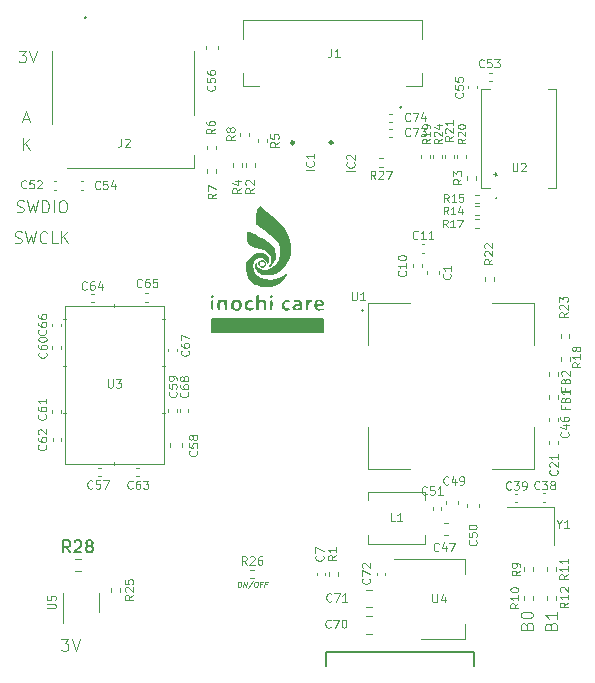
<source format=gbr>
%TF.GenerationSoftware,KiCad,Pcbnew,(7.0.0)*%
%TF.CreationDate,2023-03-20T12:13:36+05:30*%
%TF.ProjectId,IMRT1160_DB,494d5254-3131-4363-905f-44422e6b6963,rev?*%
%TF.SameCoordinates,Original*%
%TF.FileFunction,Legend,Top*%
%TF.FilePolarity,Positive*%
%FSLAX46Y46*%
G04 Gerber Fmt 4.6, Leading zero omitted, Abs format (unit mm)*
G04 Created by KiCad (PCBNEW (7.0.0)) date 2023-03-20 12:13:36*
%MOMM*%
%LPD*%
G01*
G04 APERTURE LIST*
%ADD10C,0.150000*%
%ADD11C,0.100000*%
%ADD12C,0.080000*%
%ADD13C,0.120000*%
%ADD14C,0.250000*%
G04 APERTURE END LIST*
D10*
X142025000Y-127025000D02*
X154575000Y-127025000D01*
X142025000Y-128225000D02*
X142025000Y-127025000D01*
X154575000Y-127025000D02*
X154575000Y-128200000D01*
X132400000Y-98825000D02*
X141800000Y-98825000D01*
X141800000Y-98825000D02*
X141800000Y-100000000D01*
X141800000Y-100000000D02*
X132400000Y-100000000D01*
X132400000Y-100000000D02*
X132400000Y-98825000D01*
G36*
X132400000Y-98825000D02*
G01*
X141800000Y-98825000D01*
X141800000Y-100000000D01*
X132400000Y-100000000D01*
X132400000Y-98825000D01*
G37*
D11*
X116411905Y-81931666D02*
X116888095Y-81931666D01*
X116316667Y-82217380D02*
X116650000Y-81217380D01*
X116650000Y-81217380D02*
X116983333Y-82217380D01*
X161068571Y-124854761D02*
X161116190Y-124711904D01*
X161116190Y-124711904D02*
X161163809Y-124664285D01*
X161163809Y-124664285D02*
X161259047Y-124616666D01*
X161259047Y-124616666D02*
X161401904Y-124616666D01*
X161401904Y-124616666D02*
X161497142Y-124664285D01*
X161497142Y-124664285D02*
X161544761Y-124711904D01*
X161544761Y-124711904D02*
X161592380Y-124807142D01*
X161592380Y-124807142D02*
X161592380Y-125188094D01*
X161592380Y-125188094D02*
X160592380Y-125188094D01*
X160592380Y-125188094D02*
X160592380Y-124854761D01*
X160592380Y-124854761D02*
X160640000Y-124759523D01*
X160640000Y-124759523D02*
X160687619Y-124711904D01*
X160687619Y-124711904D02*
X160782857Y-124664285D01*
X160782857Y-124664285D02*
X160878095Y-124664285D01*
X160878095Y-124664285D02*
X160973333Y-124711904D01*
X160973333Y-124711904D02*
X161020952Y-124759523D01*
X161020952Y-124759523D02*
X161068571Y-124854761D01*
X161068571Y-124854761D02*
X161068571Y-125188094D01*
X161592380Y-123664285D02*
X161592380Y-124235713D01*
X161592380Y-123949999D02*
X160592380Y-123949999D01*
X160592380Y-123949999D02*
X160735238Y-124045237D01*
X160735238Y-124045237D02*
X160830476Y-124140475D01*
X160830476Y-124140475D02*
X160878095Y-124235713D01*
X159018571Y-124829761D02*
X159066190Y-124686904D01*
X159066190Y-124686904D02*
X159113809Y-124639285D01*
X159113809Y-124639285D02*
X159209047Y-124591666D01*
X159209047Y-124591666D02*
X159351904Y-124591666D01*
X159351904Y-124591666D02*
X159447142Y-124639285D01*
X159447142Y-124639285D02*
X159494761Y-124686904D01*
X159494761Y-124686904D02*
X159542380Y-124782142D01*
X159542380Y-124782142D02*
X159542380Y-125163094D01*
X159542380Y-125163094D02*
X158542380Y-125163094D01*
X158542380Y-125163094D02*
X158542380Y-124829761D01*
X158542380Y-124829761D02*
X158590000Y-124734523D01*
X158590000Y-124734523D02*
X158637619Y-124686904D01*
X158637619Y-124686904D02*
X158732857Y-124639285D01*
X158732857Y-124639285D02*
X158828095Y-124639285D01*
X158828095Y-124639285D02*
X158923333Y-124686904D01*
X158923333Y-124686904D02*
X158970952Y-124734523D01*
X158970952Y-124734523D02*
X159018571Y-124829761D01*
X159018571Y-124829761D02*
X159018571Y-125163094D01*
X158542380Y-123972618D02*
X158542380Y-123877380D01*
X158542380Y-123877380D02*
X158590000Y-123782142D01*
X158590000Y-123782142D02*
X158637619Y-123734523D01*
X158637619Y-123734523D02*
X158732857Y-123686904D01*
X158732857Y-123686904D02*
X158923333Y-123639285D01*
X158923333Y-123639285D02*
X159161428Y-123639285D01*
X159161428Y-123639285D02*
X159351904Y-123686904D01*
X159351904Y-123686904D02*
X159447142Y-123734523D01*
X159447142Y-123734523D02*
X159494761Y-123782142D01*
X159494761Y-123782142D02*
X159542380Y-123877380D01*
X159542380Y-123877380D02*
X159542380Y-123972618D01*
X159542380Y-123972618D02*
X159494761Y-124067856D01*
X159494761Y-124067856D02*
X159447142Y-124115475D01*
X159447142Y-124115475D02*
X159351904Y-124163094D01*
X159351904Y-124163094D02*
X159161428Y-124210713D01*
X159161428Y-124210713D02*
X158923333Y-124210713D01*
X158923333Y-124210713D02*
X158732857Y-124163094D01*
X158732857Y-124163094D02*
X158637619Y-124115475D01*
X158637619Y-124115475D02*
X158590000Y-124067856D01*
X158590000Y-124067856D02*
X158542380Y-123972618D01*
X119613095Y-125942380D02*
X120232142Y-125942380D01*
X120232142Y-125942380D02*
X119898809Y-126323333D01*
X119898809Y-126323333D02*
X120041666Y-126323333D01*
X120041666Y-126323333D02*
X120136904Y-126370952D01*
X120136904Y-126370952D02*
X120184523Y-126418571D01*
X120184523Y-126418571D02*
X120232142Y-126513809D01*
X120232142Y-126513809D02*
X120232142Y-126751904D01*
X120232142Y-126751904D02*
X120184523Y-126847142D01*
X120184523Y-126847142D02*
X120136904Y-126894761D01*
X120136904Y-126894761D02*
X120041666Y-126942380D01*
X120041666Y-126942380D02*
X119755952Y-126942380D01*
X119755952Y-126942380D02*
X119660714Y-126894761D01*
X119660714Y-126894761D02*
X119613095Y-126847142D01*
X120517857Y-125942380D02*
X120851190Y-126942380D01*
X120851190Y-126942380D02*
X121184523Y-125942380D01*
X116013095Y-76142380D02*
X116632142Y-76142380D01*
X116632142Y-76142380D02*
X116298809Y-76523333D01*
X116298809Y-76523333D02*
X116441666Y-76523333D01*
X116441666Y-76523333D02*
X116536904Y-76570952D01*
X116536904Y-76570952D02*
X116584523Y-76618571D01*
X116584523Y-76618571D02*
X116632142Y-76713809D01*
X116632142Y-76713809D02*
X116632142Y-76951904D01*
X116632142Y-76951904D02*
X116584523Y-77047142D01*
X116584523Y-77047142D02*
X116536904Y-77094761D01*
X116536904Y-77094761D02*
X116441666Y-77142380D01*
X116441666Y-77142380D02*
X116155952Y-77142380D01*
X116155952Y-77142380D02*
X116060714Y-77094761D01*
X116060714Y-77094761D02*
X116013095Y-77047142D01*
X116917857Y-76142380D02*
X117251190Y-77142380D01*
X117251190Y-77142380D02*
X117584523Y-76142380D01*
D12*
X134703571Y-121090321D02*
X134789286Y-121090321D01*
X134789286Y-121090321D02*
X134829464Y-121111750D01*
X134829464Y-121111750D02*
X134866964Y-121154607D01*
X134866964Y-121154607D02*
X134877678Y-121240321D01*
X134877678Y-121240321D02*
X134858928Y-121390321D01*
X134858928Y-121390321D02*
X134826786Y-121476035D01*
X134826786Y-121476035D02*
X134778571Y-121518892D01*
X134778571Y-121518892D02*
X134733036Y-121540321D01*
X134733036Y-121540321D02*
X134647321Y-121540321D01*
X134647321Y-121540321D02*
X134607143Y-121518892D01*
X134607143Y-121518892D02*
X134569643Y-121476035D01*
X134569643Y-121476035D02*
X134558928Y-121390321D01*
X134558928Y-121390321D02*
X134577678Y-121240321D01*
X134577678Y-121240321D02*
X134609821Y-121154607D01*
X134609821Y-121154607D02*
X134658036Y-121111750D01*
X134658036Y-121111750D02*
X134703571Y-121090321D01*
X135033036Y-121540321D02*
X135089286Y-121090321D01*
X135089286Y-121090321D02*
X135290179Y-121540321D01*
X135290179Y-121540321D02*
X135346429Y-121090321D01*
X135884822Y-121068892D02*
X135426786Y-121647464D01*
X136107143Y-121090321D02*
X136192858Y-121090321D01*
X136192858Y-121090321D02*
X136233036Y-121111750D01*
X136233036Y-121111750D02*
X136270536Y-121154607D01*
X136270536Y-121154607D02*
X136281250Y-121240321D01*
X136281250Y-121240321D02*
X136262500Y-121390321D01*
X136262500Y-121390321D02*
X136230358Y-121476035D01*
X136230358Y-121476035D02*
X136182143Y-121518892D01*
X136182143Y-121518892D02*
X136136608Y-121540321D01*
X136136608Y-121540321D02*
X136050893Y-121540321D01*
X136050893Y-121540321D02*
X136010715Y-121518892D01*
X136010715Y-121518892D02*
X135973215Y-121476035D01*
X135973215Y-121476035D02*
X135962500Y-121390321D01*
X135962500Y-121390321D02*
X135981250Y-121240321D01*
X135981250Y-121240321D02*
X136013393Y-121154607D01*
X136013393Y-121154607D02*
X136061608Y-121111750D01*
X136061608Y-121111750D02*
X136107143Y-121090321D01*
X136616072Y-121304607D02*
X136466072Y-121304607D01*
X136436608Y-121540321D02*
X136492858Y-121090321D01*
X136492858Y-121090321D02*
X136707144Y-121090321D01*
X137001786Y-121304607D02*
X136851786Y-121304607D01*
X136822322Y-121540321D02*
X136878572Y-121090321D01*
X136878572Y-121090321D02*
X137092858Y-121090321D01*
D11*
X115855953Y-89769761D02*
X115998810Y-89817380D01*
X115998810Y-89817380D02*
X116236905Y-89817380D01*
X116236905Y-89817380D02*
X116332143Y-89769761D01*
X116332143Y-89769761D02*
X116379762Y-89722142D01*
X116379762Y-89722142D02*
X116427381Y-89626904D01*
X116427381Y-89626904D02*
X116427381Y-89531666D01*
X116427381Y-89531666D02*
X116379762Y-89436428D01*
X116379762Y-89436428D02*
X116332143Y-89388809D01*
X116332143Y-89388809D02*
X116236905Y-89341190D01*
X116236905Y-89341190D02*
X116046429Y-89293571D01*
X116046429Y-89293571D02*
X115951191Y-89245952D01*
X115951191Y-89245952D02*
X115903572Y-89198333D01*
X115903572Y-89198333D02*
X115855953Y-89103095D01*
X115855953Y-89103095D02*
X115855953Y-89007857D01*
X115855953Y-89007857D02*
X115903572Y-88912619D01*
X115903572Y-88912619D02*
X115951191Y-88865000D01*
X115951191Y-88865000D02*
X116046429Y-88817380D01*
X116046429Y-88817380D02*
X116284524Y-88817380D01*
X116284524Y-88817380D02*
X116427381Y-88865000D01*
X116760715Y-88817380D02*
X116998810Y-89817380D01*
X116998810Y-89817380D02*
X117189286Y-89103095D01*
X117189286Y-89103095D02*
X117379762Y-89817380D01*
X117379762Y-89817380D02*
X117617858Y-88817380D01*
X117998810Y-89817380D02*
X117998810Y-88817380D01*
X117998810Y-88817380D02*
X118236905Y-88817380D01*
X118236905Y-88817380D02*
X118379762Y-88865000D01*
X118379762Y-88865000D02*
X118475000Y-88960238D01*
X118475000Y-88960238D02*
X118522619Y-89055476D01*
X118522619Y-89055476D02*
X118570238Y-89245952D01*
X118570238Y-89245952D02*
X118570238Y-89388809D01*
X118570238Y-89388809D02*
X118522619Y-89579285D01*
X118522619Y-89579285D02*
X118475000Y-89674523D01*
X118475000Y-89674523D02*
X118379762Y-89769761D01*
X118379762Y-89769761D02*
X118236905Y-89817380D01*
X118236905Y-89817380D02*
X117998810Y-89817380D01*
X118998810Y-89817380D02*
X118998810Y-88817380D01*
X119665476Y-88817380D02*
X119855952Y-88817380D01*
X119855952Y-88817380D02*
X119951190Y-88865000D01*
X119951190Y-88865000D02*
X120046428Y-88960238D01*
X120046428Y-88960238D02*
X120094047Y-89150714D01*
X120094047Y-89150714D02*
X120094047Y-89484047D01*
X120094047Y-89484047D02*
X120046428Y-89674523D01*
X120046428Y-89674523D02*
X119951190Y-89769761D01*
X119951190Y-89769761D02*
X119855952Y-89817380D01*
X119855952Y-89817380D02*
X119665476Y-89817380D01*
X119665476Y-89817380D02*
X119570238Y-89769761D01*
X119570238Y-89769761D02*
X119475000Y-89674523D01*
X119475000Y-89674523D02*
X119427381Y-89484047D01*
X119427381Y-89484047D02*
X119427381Y-89150714D01*
X119427381Y-89150714D02*
X119475000Y-88960238D01*
X119475000Y-88960238D02*
X119570238Y-88865000D01*
X119570238Y-88865000D02*
X119665476Y-88817380D01*
X115688095Y-92394761D02*
X115830952Y-92442380D01*
X115830952Y-92442380D02*
X116069047Y-92442380D01*
X116069047Y-92442380D02*
X116164285Y-92394761D01*
X116164285Y-92394761D02*
X116211904Y-92347142D01*
X116211904Y-92347142D02*
X116259523Y-92251904D01*
X116259523Y-92251904D02*
X116259523Y-92156666D01*
X116259523Y-92156666D02*
X116211904Y-92061428D01*
X116211904Y-92061428D02*
X116164285Y-92013809D01*
X116164285Y-92013809D02*
X116069047Y-91966190D01*
X116069047Y-91966190D02*
X115878571Y-91918571D01*
X115878571Y-91918571D02*
X115783333Y-91870952D01*
X115783333Y-91870952D02*
X115735714Y-91823333D01*
X115735714Y-91823333D02*
X115688095Y-91728095D01*
X115688095Y-91728095D02*
X115688095Y-91632857D01*
X115688095Y-91632857D02*
X115735714Y-91537619D01*
X115735714Y-91537619D02*
X115783333Y-91490000D01*
X115783333Y-91490000D02*
X115878571Y-91442380D01*
X115878571Y-91442380D02*
X116116666Y-91442380D01*
X116116666Y-91442380D02*
X116259523Y-91490000D01*
X116592857Y-91442380D02*
X116830952Y-92442380D01*
X116830952Y-92442380D02*
X117021428Y-91728095D01*
X117021428Y-91728095D02*
X117211904Y-92442380D01*
X117211904Y-92442380D02*
X117450000Y-91442380D01*
X118402380Y-92347142D02*
X118354761Y-92394761D01*
X118354761Y-92394761D02*
X118211904Y-92442380D01*
X118211904Y-92442380D02*
X118116666Y-92442380D01*
X118116666Y-92442380D02*
X117973809Y-92394761D01*
X117973809Y-92394761D02*
X117878571Y-92299523D01*
X117878571Y-92299523D02*
X117830952Y-92204285D01*
X117830952Y-92204285D02*
X117783333Y-92013809D01*
X117783333Y-92013809D02*
X117783333Y-91870952D01*
X117783333Y-91870952D02*
X117830952Y-91680476D01*
X117830952Y-91680476D02*
X117878571Y-91585238D01*
X117878571Y-91585238D02*
X117973809Y-91490000D01*
X117973809Y-91490000D02*
X118116666Y-91442380D01*
X118116666Y-91442380D02*
X118211904Y-91442380D01*
X118211904Y-91442380D02*
X118354761Y-91490000D01*
X118354761Y-91490000D02*
X118402380Y-91537619D01*
X119307142Y-92442380D02*
X118830952Y-92442380D01*
X118830952Y-92442380D02*
X118830952Y-91442380D01*
X119640476Y-92442380D02*
X119640476Y-91442380D01*
X120211904Y-92442380D02*
X119783333Y-91870952D01*
X120211904Y-91442380D02*
X119640476Y-92013809D01*
X116413095Y-84517380D02*
X116413095Y-83517380D01*
X116984523Y-84517380D02*
X116555952Y-83945952D01*
X116984523Y-83517380D02*
X116413095Y-84088809D01*
%TO.C,C71*%
X142499999Y-122715500D02*
X142466666Y-122748833D01*
X142466666Y-122748833D02*
X142366666Y-122782166D01*
X142366666Y-122782166D02*
X142299999Y-122782166D01*
X142299999Y-122782166D02*
X142199999Y-122748833D01*
X142199999Y-122748833D02*
X142133333Y-122682166D01*
X142133333Y-122682166D02*
X142099999Y-122615500D01*
X142099999Y-122615500D02*
X142066666Y-122482166D01*
X142066666Y-122482166D02*
X142066666Y-122382166D01*
X142066666Y-122382166D02*
X142099999Y-122248833D01*
X142099999Y-122248833D02*
X142133333Y-122182166D01*
X142133333Y-122182166D02*
X142199999Y-122115500D01*
X142199999Y-122115500D02*
X142299999Y-122082166D01*
X142299999Y-122082166D02*
X142366666Y-122082166D01*
X142366666Y-122082166D02*
X142466666Y-122115500D01*
X142466666Y-122115500D02*
X142499999Y-122148833D01*
X142733333Y-122082166D02*
X143199999Y-122082166D01*
X143199999Y-122082166D02*
X142899999Y-122782166D01*
X143833333Y-122782166D02*
X143433333Y-122782166D01*
X143633333Y-122782166D02*
X143633333Y-122082166D01*
X143633333Y-122082166D02*
X143566666Y-122182166D01*
X143566666Y-122182166D02*
X143500000Y-122248833D01*
X143500000Y-122248833D02*
X143433333Y-122282166D01*
%TO.C,C63*%
X125659999Y-113170500D02*
X125626666Y-113203833D01*
X125626666Y-113203833D02*
X125526666Y-113237166D01*
X125526666Y-113237166D02*
X125459999Y-113237166D01*
X125459999Y-113237166D02*
X125359999Y-113203833D01*
X125359999Y-113203833D02*
X125293333Y-113137166D01*
X125293333Y-113137166D02*
X125259999Y-113070500D01*
X125259999Y-113070500D02*
X125226666Y-112937166D01*
X125226666Y-112937166D02*
X125226666Y-112837166D01*
X125226666Y-112837166D02*
X125259999Y-112703833D01*
X125259999Y-112703833D02*
X125293333Y-112637166D01*
X125293333Y-112637166D02*
X125359999Y-112570500D01*
X125359999Y-112570500D02*
X125459999Y-112537166D01*
X125459999Y-112537166D02*
X125526666Y-112537166D01*
X125526666Y-112537166D02*
X125626666Y-112570500D01*
X125626666Y-112570500D02*
X125659999Y-112603833D01*
X126259999Y-112537166D02*
X126126666Y-112537166D01*
X126126666Y-112537166D02*
X126059999Y-112570500D01*
X126059999Y-112570500D02*
X126026666Y-112603833D01*
X126026666Y-112603833D02*
X125959999Y-112703833D01*
X125959999Y-112703833D02*
X125926666Y-112837166D01*
X125926666Y-112837166D02*
X125926666Y-113103833D01*
X125926666Y-113103833D02*
X125959999Y-113170500D01*
X125959999Y-113170500D02*
X125993333Y-113203833D01*
X125993333Y-113203833D02*
X126059999Y-113237166D01*
X126059999Y-113237166D02*
X126193333Y-113237166D01*
X126193333Y-113237166D02*
X126259999Y-113203833D01*
X126259999Y-113203833D02*
X126293333Y-113170500D01*
X126293333Y-113170500D02*
X126326666Y-113103833D01*
X126326666Y-113103833D02*
X126326666Y-112937166D01*
X126326666Y-112937166D02*
X126293333Y-112870500D01*
X126293333Y-112870500D02*
X126259999Y-112837166D01*
X126259999Y-112837166D02*
X126193333Y-112803833D01*
X126193333Y-112803833D02*
X126059999Y-112803833D01*
X126059999Y-112803833D02*
X125993333Y-112837166D01*
X125993333Y-112837166D02*
X125959999Y-112870500D01*
X125959999Y-112870500D02*
X125926666Y-112937166D01*
X126560000Y-112537166D02*
X126993333Y-112537166D01*
X126993333Y-112537166D02*
X126760000Y-112803833D01*
X126760000Y-112803833D02*
X126860000Y-112803833D01*
X126860000Y-112803833D02*
X126926666Y-112837166D01*
X126926666Y-112837166D02*
X126960000Y-112870500D01*
X126960000Y-112870500D02*
X126993333Y-112937166D01*
X126993333Y-112937166D02*
X126993333Y-113103833D01*
X126993333Y-113103833D02*
X126960000Y-113170500D01*
X126960000Y-113170500D02*
X126926666Y-113203833D01*
X126926666Y-113203833D02*
X126860000Y-113237166D01*
X126860000Y-113237166D02*
X126660000Y-113237166D01*
X126660000Y-113237166D02*
X126593333Y-113203833D01*
X126593333Y-113203833D02*
X126560000Y-113170500D01*
%TO.C,R25*%
X125707166Y-122225000D02*
X125373833Y-122458333D01*
X125707166Y-122625000D02*
X125007166Y-122625000D01*
X125007166Y-122625000D02*
X125007166Y-122358333D01*
X125007166Y-122358333D02*
X125040500Y-122291667D01*
X125040500Y-122291667D02*
X125073833Y-122258333D01*
X125073833Y-122258333D02*
X125140500Y-122225000D01*
X125140500Y-122225000D02*
X125240500Y-122225000D01*
X125240500Y-122225000D02*
X125307166Y-122258333D01*
X125307166Y-122258333D02*
X125340500Y-122291667D01*
X125340500Y-122291667D02*
X125373833Y-122358333D01*
X125373833Y-122358333D02*
X125373833Y-122625000D01*
X125073833Y-121958333D02*
X125040500Y-121925000D01*
X125040500Y-121925000D02*
X125007166Y-121858333D01*
X125007166Y-121858333D02*
X125007166Y-121691667D01*
X125007166Y-121691667D02*
X125040500Y-121625000D01*
X125040500Y-121625000D02*
X125073833Y-121591667D01*
X125073833Y-121591667D02*
X125140500Y-121558333D01*
X125140500Y-121558333D02*
X125207166Y-121558333D01*
X125207166Y-121558333D02*
X125307166Y-121591667D01*
X125307166Y-121591667D02*
X125707166Y-121991667D01*
X125707166Y-121991667D02*
X125707166Y-121558333D01*
X125007166Y-120925000D02*
X125007166Y-121258333D01*
X125007166Y-121258333D02*
X125340500Y-121291666D01*
X125340500Y-121291666D02*
X125307166Y-121258333D01*
X125307166Y-121258333D02*
X125273833Y-121191666D01*
X125273833Y-121191666D02*
X125273833Y-121025000D01*
X125273833Y-121025000D02*
X125307166Y-120958333D01*
X125307166Y-120958333D02*
X125340500Y-120925000D01*
X125340500Y-120925000D02*
X125407166Y-120891666D01*
X125407166Y-120891666D02*
X125573833Y-120891666D01*
X125573833Y-120891666D02*
X125640500Y-120925000D01*
X125640500Y-120925000D02*
X125673833Y-120958333D01*
X125673833Y-120958333D02*
X125707166Y-121025000D01*
X125707166Y-121025000D02*
X125707166Y-121191666D01*
X125707166Y-121191666D02*
X125673833Y-121258333D01*
X125673833Y-121258333D02*
X125640500Y-121291666D01*
%TO.C,C70*%
X142424999Y-124940500D02*
X142391666Y-124973833D01*
X142391666Y-124973833D02*
X142291666Y-125007166D01*
X142291666Y-125007166D02*
X142224999Y-125007166D01*
X142224999Y-125007166D02*
X142124999Y-124973833D01*
X142124999Y-124973833D02*
X142058333Y-124907166D01*
X142058333Y-124907166D02*
X142024999Y-124840500D01*
X142024999Y-124840500D02*
X141991666Y-124707166D01*
X141991666Y-124707166D02*
X141991666Y-124607166D01*
X141991666Y-124607166D02*
X142024999Y-124473833D01*
X142024999Y-124473833D02*
X142058333Y-124407166D01*
X142058333Y-124407166D02*
X142124999Y-124340500D01*
X142124999Y-124340500D02*
X142224999Y-124307166D01*
X142224999Y-124307166D02*
X142291666Y-124307166D01*
X142291666Y-124307166D02*
X142391666Y-124340500D01*
X142391666Y-124340500D02*
X142424999Y-124373833D01*
X142658333Y-124307166D02*
X143124999Y-124307166D01*
X143124999Y-124307166D02*
X142824999Y-125007166D01*
X143525000Y-124307166D02*
X143591666Y-124307166D01*
X143591666Y-124307166D02*
X143658333Y-124340500D01*
X143658333Y-124340500D02*
X143691666Y-124373833D01*
X143691666Y-124373833D02*
X143725000Y-124440500D01*
X143725000Y-124440500D02*
X143758333Y-124573833D01*
X143758333Y-124573833D02*
X143758333Y-124740500D01*
X143758333Y-124740500D02*
X143725000Y-124873833D01*
X143725000Y-124873833D02*
X143691666Y-124940500D01*
X143691666Y-124940500D02*
X143658333Y-124973833D01*
X143658333Y-124973833D02*
X143591666Y-125007166D01*
X143591666Y-125007166D02*
X143525000Y-125007166D01*
X143525000Y-125007166D02*
X143458333Y-124973833D01*
X143458333Y-124973833D02*
X143425000Y-124940500D01*
X143425000Y-124940500D02*
X143391666Y-124873833D01*
X143391666Y-124873833D02*
X143358333Y-124740500D01*
X143358333Y-124740500D02*
X143358333Y-124573833D01*
X143358333Y-124573833D02*
X143391666Y-124440500D01*
X143391666Y-124440500D02*
X143425000Y-124373833D01*
X143425000Y-124373833D02*
X143458333Y-124340500D01*
X143458333Y-124340500D02*
X143525000Y-124307166D01*
%TO.C,C52*%
X116649999Y-87740500D02*
X116616666Y-87773833D01*
X116616666Y-87773833D02*
X116516666Y-87807166D01*
X116516666Y-87807166D02*
X116449999Y-87807166D01*
X116449999Y-87807166D02*
X116349999Y-87773833D01*
X116349999Y-87773833D02*
X116283333Y-87707166D01*
X116283333Y-87707166D02*
X116249999Y-87640500D01*
X116249999Y-87640500D02*
X116216666Y-87507166D01*
X116216666Y-87507166D02*
X116216666Y-87407166D01*
X116216666Y-87407166D02*
X116249999Y-87273833D01*
X116249999Y-87273833D02*
X116283333Y-87207166D01*
X116283333Y-87207166D02*
X116349999Y-87140500D01*
X116349999Y-87140500D02*
X116449999Y-87107166D01*
X116449999Y-87107166D02*
X116516666Y-87107166D01*
X116516666Y-87107166D02*
X116616666Y-87140500D01*
X116616666Y-87140500D02*
X116649999Y-87173833D01*
X117283333Y-87107166D02*
X116949999Y-87107166D01*
X116949999Y-87107166D02*
X116916666Y-87440500D01*
X116916666Y-87440500D02*
X116949999Y-87407166D01*
X116949999Y-87407166D02*
X117016666Y-87373833D01*
X117016666Y-87373833D02*
X117183333Y-87373833D01*
X117183333Y-87373833D02*
X117249999Y-87407166D01*
X117249999Y-87407166D02*
X117283333Y-87440500D01*
X117283333Y-87440500D02*
X117316666Y-87507166D01*
X117316666Y-87507166D02*
X117316666Y-87673833D01*
X117316666Y-87673833D02*
X117283333Y-87740500D01*
X117283333Y-87740500D02*
X117249999Y-87773833D01*
X117249999Y-87773833D02*
X117183333Y-87807166D01*
X117183333Y-87807166D02*
X117016666Y-87807166D01*
X117016666Y-87807166D02*
X116949999Y-87773833D01*
X116949999Y-87773833D02*
X116916666Y-87740500D01*
X117583333Y-87173833D02*
X117616666Y-87140500D01*
X117616666Y-87140500D02*
X117683333Y-87107166D01*
X117683333Y-87107166D02*
X117850000Y-87107166D01*
X117850000Y-87107166D02*
X117916666Y-87140500D01*
X117916666Y-87140500D02*
X117950000Y-87173833D01*
X117950000Y-87173833D02*
X117983333Y-87240500D01*
X117983333Y-87240500D02*
X117983333Y-87307166D01*
X117983333Y-87307166D02*
X117950000Y-87407166D01*
X117950000Y-87407166D02*
X117550000Y-87807166D01*
X117550000Y-87807166D02*
X117983333Y-87807166D01*
%TO.C,C11*%
X149799999Y-92015500D02*
X149766666Y-92048833D01*
X149766666Y-92048833D02*
X149666666Y-92082166D01*
X149666666Y-92082166D02*
X149599999Y-92082166D01*
X149599999Y-92082166D02*
X149499999Y-92048833D01*
X149499999Y-92048833D02*
X149433333Y-91982166D01*
X149433333Y-91982166D02*
X149399999Y-91915500D01*
X149399999Y-91915500D02*
X149366666Y-91782166D01*
X149366666Y-91782166D02*
X149366666Y-91682166D01*
X149366666Y-91682166D02*
X149399999Y-91548833D01*
X149399999Y-91548833D02*
X149433333Y-91482166D01*
X149433333Y-91482166D02*
X149499999Y-91415500D01*
X149499999Y-91415500D02*
X149599999Y-91382166D01*
X149599999Y-91382166D02*
X149666666Y-91382166D01*
X149666666Y-91382166D02*
X149766666Y-91415500D01*
X149766666Y-91415500D02*
X149799999Y-91448833D01*
X150466666Y-92082166D02*
X150066666Y-92082166D01*
X150266666Y-92082166D02*
X150266666Y-91382166D01*
X150266666Y-91382166D02*
X150199999Y-91482166D01*
X150199999Y-91482166D02*
X150133333Y-91548833D01*
X150133333Y-91548833D02*
X150066666Y-91582166D01*
X151133333Y-92082166D02*
X150733333Y-92082166D01*
X150933333Y-92082166D02*
X150933333Y-91382166D01*
X150933333Y-91382166D02*
X150866666Y-91482166D01*
X150866666Y-91482166D02*
X150800000Y-91548833D01*
X150800000Y-91548833D02*
X150733333Y-91582166D01*
%TO.C,R9*%
X158457166Y-120166666D02*
X158123833Y-120399999D01*
X158457166Y-120566666D02*
X157757166Y-120566666D01*
X157757166Y-120566666D02*
X157757166Y-120299999D01*
X157757166Y-120299999D02*
X157790500Y-120233333D01*
X157790500Y-120233333D02*
X157823833Y-120199999D01*
X157823833Y-120199999D02*
X157890500Y-120166666D01*
X157890500Y-120166666D02*
X157990500Y-120166666D01*
X157990500Y-120166666D02*
X158057166Y-120199999D01*
X158057166Y-120199999D02*
X158090500Y-120233333D01*
X158090500Y-120233333D02*
X158123833Y-120299999D01*
X158123833Y-120299999D02*
X158123833Y-120566666D01*
X158457166Y-119833333D02*
X158457166Y-119699999D01*
X158457166Y-119699999D02*
X158423833Y-119633333D01*
X158423833Y-119633333D02*
X158390500Y-119599999D01*
X158390500Y-119599999D02*
X158290500Y-119533333D01*
X158290500Y-119533333D02*
X158157166Y-119499999D01*
X158157166Y-119499999D02*
X157890500Y-119499999D01*
X157890500Y-119499999D02*
X157823833Y-119533333D01*
X157823833Y-119533333D02*
X157790500Y-119566666D01*
X157790500Y-119566666D02*
X157757166Y-119633333D01*
X157757166Y-119633333D02*
X157757166Y-119766666D01*
X157757166Y-119766666D02*
X157790500Y-119833333D01*
X157790500Y-119833333D02*
X157823833Y-119866666D01*
X157823833Y-119866666D02*
X157890500Y-119899999D01*
X157890500Y-119899999D02*
X158057166Y-119899999D01*
X158057166Y-119899999D02*
X158123833Y-119866666D01*
X158123833Y-119866666D02*
X158157166Y-119833333D01*
X158157166Y-119833333D02*
X158190500Y-119766666D01*
X158190500Y-119766666D02*
X158190500Y-119633333D01*
X158190500Y-119633333D02*
X158157166Y-119566666D01*
X158157166Y-119566666D02*
X158123833Y-119533333D01*
X158123833Y-119533333D02*
X158057166Y-119499999D01*
%TO.C,C67*%
X130375500Y-101545000D02*
X130408833Y-101578333D01*
X130408833Y-101578333D02*
X130442166Y-101678333D01*
X130442166Y-101678333D02*
X130442166Y-101745000D01*
X130442166Y-101745000D02*
X130408833Y-101845000D01*
X130408833Y-101845000D02*
X130342166Y-101911667D01*
X130342166Y-101911667D02*
X130275500Y-101945000D01*
X130275500Y-101945000D02*
X130142166Y-101978333D01*
X130142166Y-101978333D02*
X130042166Y-101978333D01*
X130042166Y-101978333D02*
X129908833Y-101945000D01*
X129908833Y-101945000D02*
X129842166Y-101911667D01*
X129842166Y-101911667D02*
X129775500Y-101845000D01*
X129775500Y-101845000D02*
X129742166Y-101745000D01*
X129742166Y-101745000D02*
X129742166Y-101678333D01*
X129742166Y-101678333D02*
X129775500Y-101578333D01*
X129775500Y-101578333D02*
X129808833Y-101545000D01*
X129742166Y-100945000D02*
X129742166Y-101078333D01*
X129742166Y-101078333D02*
X129775500Y-101145000D01*
X129775500Y-101145000D02*
X129808833Y-101178333D01*
X129808833Y-101178333D02*
X129908833Y-101245000D01*
X129908833Y-101245000D02*
X130042166Y-101278333D01*
X130042166Y-101278333D02*
X130308833Y-101278333D01*
X130308833Y-101278333D02*
X130375500Y-101245000D01*
X130375500Y-101245000D02*
X130408833Y-101211667D01*
X130408833Y-101211667D02*
X130442166Y-101145000D01*
X130442166Y-101145000D02*
X130442166Y-101011667D01*
X130442166Y-101011667D02*
X130408833Y-100945000D01*
X130408833Y-100945000D02*
X130375500Y-100911667D01*
X130375500Y-100911667D02*
X130308833Y-100878333D01*
X130308833Y-100878333D02*
X130142166Y-100878333D01*
X130142166Y-100878333D02*
X130075500Y-100911667D01*
X130075500Y-100911667D02*
X130042166Y-100945000D01*
X130042166Y-100945000D02*
X130008833Y-101011667D01*
X130008833Y-101011667D02*
X130008833Y-101145000D01*
X130008833Y-101145000D02*
X130042166Y-101211667D01*
X130042166Y-101211667D02*
X130075500Y-101245000D01*
X130075500Y-101245000D02*
X130142166Y-101278333D01*
X129742166Y-100645000D02*
X129742166Y-100178333D01*
X129742166Y-100178333D02*
X130442166Y-100478333D01*
%TO.C,R10*%
X158332166Y-122925000D02*
X157998833Y-123158333D01*
X158332166Y-123325000D02*
X157632166Y-123325000D01*
X157632166Y-123325000D02*
X157632166Y-123058333D01*
X157632166Y-123058333D02*
X157665500Y-122991667D01*
X157665500Y-122991667D02*
X157698833Y-122958333D01*
X157698833Y-122958333D02*
X157765500Y-122925000D01*
X157765500Y-122925000D02*
X157865500Y-122925000D01*
X157865500Y-122925000D02*
X157932166Y-122958333D01*
X157932166Y-122958333D02*
X157965500Y-122991667D01*
X157965500Y-122991667D02*
X157998833Y-123058333D01*
X157998833Y-123058333D02*
X157998833Y-123325000D01*
X158332166Y-122258333D02*
X158332166Y-122658333D01*
X158332166Y-122458333D02*
X157632166Y-122458333D01*
X157632166Y-122458333D02*
X157732166Y-122525000D01*
X157732166Y-122525000D02*
X157798833Y-122591667D01*
X157798833Y-122591667D02*
X157832166Y-122658333D01*
X157632166Y-121825000D02*
X157632166Y-121758333D01*
X157632166Y-121758333D02*
X157665500Y-121691666D01*
X157665500Y-121691666D02*
X157698833Y-121658333D01*
X157698833Y-121658333D02*
X157765500Y-121625000D01*
X157765500Y-121625000D02*
X157898833Y-121591666D01*
X157898833Y-121591666D02*
X158065500Y-121591666D01*
X158065500Y-121591666D02*
X158198833Y-121625000D01*
X158198833Y-121625000D02*
X158265500Y-121658333D01*
X158265500Y-121658333D02*
X158298833Y-121691666D01*
X158298833Y-121691666D02*
X158332166Y-121758333D01*
X158332166Y-121758333D02*
X158332166Y-121825000D01*
X158332166Y-121825000D02*
X158298833Y-121891666D01*
X158298833Y-121891666D02*
X158265500Y-121925000D01*
X158265500Y-121925000D02*
X158198833Y-121958333D01*
X158198833Y-121958333D02*
X158065500Y-121991666D01*
X158065500Y-121991666D02*
X157898833Y-121991666D01*
X157898833Y-121991666D02*
X157765500Y-121958333D01*
X157765500Y-121958333D02*
X157698833Y-121925000D01*
X157698833Y-121925000D02*
X157665500Y-121891666D01*
X157665500Y-121891666D02*
X157632166Y-121825000D01*
D12*
%TO.C,R15*%
X152422142Y-88938797D02*
X152205475Y-88629273D01*
X152050713Y-88938797D02*
X152050713Y-88288797D01*
X152050713Y-88288797D02*
X152298332Y-88288797D01*
X152298332Y-88288797D02*
X152360237Y-88319750D01*
X152360237Y-88319750D02*
X152391190Y-88350702D01*
X152391190Y-88350702D02*
X152422142Y-88412607D01*
X152422142Y-88412607D02*
X152422142Y-88505464D01*
X152422142Y-88505464D02*
X152391190Y-88567369D01*
X152391190Y-88567369D02*
X152360237Y-88598321D01*
X152360237Y-88598321D02*
X152298332Y-88629273D01*
X152298332Y-88629273D02*
X152050713Y-88629273D01*
X153041190Y-88938797D02*
X152669761Y-88938797D01*
X152855475Y-88938797D02*
X152855475Y-88288797D01*
X152855475Y-88288797D02*
X152793571Y-88381654D01*
X152793571Y-88381654D02*
X152731666Y-88443559D01*
X152731666Y-88443559D02*
X152669761Y-88474511D01*
X153629285Y-88288797D02*
X153319761Y-88288797D01*
X153319761Y-88288797D02*
X153288809Y-88598321D01*
X153288809Y-88598321D02*
X153319761Y-88567369D01*
X153319761Y-88567369D02*
X153381666Y-88536416D01*
X153381666Y-88536416D02*
X153536428Y-88536416D01*
X153536428Y-88536416D02*
X153598333Y-88567369D01*
X153598333Y-88567369D02*
X153629285Y-88598321D01*
X153629285Y-88598321D02*
X153660238Y-88660226D01*
X153660238Y-88660226D02*
X153660238Y-88814988D01*
X153660238Y-88814988D02*
X153629285Y-88876892D01*
X153629285Y-88876892D02*
X153598333Y-88907845D01*
X153598333Y-88907845D02*
X153536428Y-88938797D01*
X153536428Y-88938797D02*
X153381666Y-88938797D01*
X153381666Y-88938797D02*
X153319761Y-88907845D01*
X153319761Y-88907845D02*
X153288809Y-88876892D01*
D11*
%TO.C,C51*%
X150574999Y-113665500D02*
X150541666Y-113698833D01*
X150541666Y-113698833D02*
X150441666Y-113732166D01*
X150441666Y-113732166D02*
X150374999Y-113732166D01*
X150374999Y-113732166D02*
X150274999Y-113698833D01*
X150274999Y-113698833D02*
X150208333Y-113632166D01*
X150208333Y-113632166D02*
X150174999Y-113565500D01*
X150174999Y-113565500D02*
X150141666Y-113432166D01*
X150141666Y-113432166D02*
X150141666Y-113332166D01*
X150141666Y-113332166D02*
X150174999Y-113198833D01*
X150174999Y-113198833D02*
X150208333Y-113132166D01*
X150208333Y-113132166D02*
X150274999Y-113065500D01*
X150274999Y-113065500D02*
X150374999Y-113032166D01*
X150374999Y-113032166D02*
X150441666Y-113032166D01*
X150441666Y-113032166D02*
X150541666Y-113065500D01*
X150541666Y-113065500D02*
X150574999Y-113098833D01*
X151208333Y-113032166D02*
X150874999Y-113032166D01*
X150874999Y-113032166D02*
X150841666Y-113365500D01*
X150841666Y-113365500D02*
X150874999Y-113332166D01*
X150874999Y-113332166D02*
X150941666Y-113298833D01*
X150941666Y-113298833D02*
X151108333Y-113298833D01*
X151108333Y-113298833D02*
X151174999Y-113332166D01*
X151174999Y-113332166D02*
X151208333Y-113365500D01*
X151208333Y-113365500D02*
X151241666Y-113432166D01*
X151241666Y-113432166D02*
X151241666Y-113598833D01*
X151241666Y-113598833D02*
X151208333Y-113665500D01*
X151208333Y-113665500D02*
X151174999Y-113698833D01*
X151174999Y-113698833D02*
X151108333Y-113732166D01*
X151108333Y-113732166D02*
X150941666Y-113732166D01*
X150941666Y-113732166D02*
X150874999Y-113698833D01*
X150874999Y-113698833D02*
X150841666Y-113665500D01*
X151908333Y-113732166D02*
X151508333Y-113732166D01*
X151708333Y-113732166D02*
X151708333Y-113032166D01*
X151708333Y-113032166D02*
X151641666Y-113132166D01*
X151641666Y-113132166D02*
X151575000Y-113198833D01*
X151575000Y-113198833D02*
X151508333Y-113232166D01*
%TO.C,C46*%
X162515500Y-108450000D02*
X162548833Y-108483333D01*
X162548833Y-108483333D02*
X162582166Y-108583333D01*
X162582166Y-108583333D02*
X162582166Y-108650000D01*
X162582166Y-108650000D02*
X162548833Y-108750000D01*
X162548833Y-108750000D02*
X162482166Y-108816667D01*
X162482166Y-108816667D02*
X162415500Y-108850000D01*
X162415500Y-108850000D02*
X162282166Y-108883333D01*
X162282166Y-108883333D02*
X162182166Y-108883333D01*
X162182166Y-108883333D02*
X162048833Y-108850000D01*
X162048833Y-108850000D02*
X161982166Y-108816667D01*
X161982166Y-108816667D02*
X161915500Y-108750000D01*
X161915500Y-108750000D02*
X161882166Y-108650000D01*
X161882166Y-108650000D02*
X161882166Y-108583333D01*
X161882166Y-108583333D02*
X161915500Y-108483333D01*
X161915500Y-108483333D02*
X161948833Y-108450000D01*
X162115500Y-107850000D02*
X162582166Y-107850000D01*
X161848833Y-108016667D02*
X162348833Y-108183333D01*
X162348833Y-108183333D02*
X162348833Y-107750000D01*
X161882166Y-107183333D02*
X161882166Y-107316666D01*
X161882166Y-107316666D02*
X161915500Y-107383333D01*
X161915500Y-107383333D02*
X161948833Y-107416666D01*
X161948833Y-107416666D02*
X162048833Y-107483333D01*
X162048833Y-107483333D02*
X162182166Y-107516666D01*
X162182166Y-107516666D02*
X162448833Y-107516666D01*
X162448833Y-107516666D02*
X162515500Y-107483333D01*
X162515500Y-107483333D02*
X162548833Y-107450000D01*
X162548833Y-107450000D02*
X162582166Y-107383333D01*
X162582166Y-107383333D02*
X162582166Y-107250000D01*
X162582166Y-107250000D02*
X162548833Y-107183333D01*
X162548833Y-107183333D02*
X162515500Y-107150000D01*
X162515500Y-107150000D02*
X162448833Y-107116666D01*
X162448833Y-107116666D02*
X162282166Y-107116666D01*
X162282166Y-107116666D02*
X162215500Y-107150000D01*
X162215500Y-107150000D02*
X162182166Y-107183333D01*
X162182166Y-107183333D02*
X162148833Y-107250000D01*
X162148833Y-107250000D02*
X162148833Y-107383333D01*
X162148833Y-107383333D02*
X162182166Y-107450000D01*
X162182166Y-107450000D02*
X162215500Y-107483333D01*
X162215500Y-107483333D02*
X162282166Y-107516666D01*
D12*
%TO.C,R19*%
X150838797Y-83607857D02*
X150529273Y-83824524D01*
X150838797Y-83979286D02*
X150188797Y-83979286D01*
X150188797Y-83979286D02*
X150188797Y-83731667D01*
X150188797Y-83731667D02*
X150219750Y-83669762D01*
X150219750Y-83669762D02*
X150250702Y-83638809D01*
X150250702Y-83638809D02*
X150312607Y-83607857D01*
X150312607Y-83607857D02*
X150405464Y-83607857D01*
X150405464Y-83607857D02*
X150467369Y-83638809D01*
X150467369Y-83638809D02*
X150498321Y-83669762D01*
X150498321Y-83669762D02*
X150529273Y-83731667D01*
X150529273Y-83731667D02*
X150529273Y-83979286D01*
X150838797Y-82988809D02*
X150838797Y-83360238D01*
X150838797Y-83174524D02*
X150188797Y-83174524D01*
X150188797Y-83174524D02*
X150281654Y-83236428D01*
X150281654Y-83236428D02*
X150343559Y-83298333D01*
X150343559Y-83298333D02*
X150374511Y-83360238D01*
X150838797Y-82679285D02*
X150838797Y-82555476D01*
X150838797Y-82555476D02*
X150807845Y-82493571D01*
X150807845Y-82493571D02*
X150776892Y-82462619D01*
X150776892Y-82462619D02*
X150684035Y-82400714D01*
X150684035Y-82400714D02*
X150560226Y-82369761D01*
X150560226Y-82369761D02*
X150312607Y-82369761D01*
X150312607Y-82369761D02*
X150250702Y-82400714D01*
X150250702Y-82400714D02*
X150219750Y-82431666D01*
X150219750Y-82431666D02*
X150188797Y-82493571D01*
X150188797Y-82493571D02*
X150188797Y-82617380D01*
X150188797Y-82617380D02*
X150219750Y-82679285D01*
X150219750Y-82679285D02*
X150250702Y-82710238D01*
X150250702Y-82710238D02*
X150312607Y-82741190D01*
X150312607Y-82741190D02*
X150467369Y-82741190D01*
X150467369Y-82741190D02*
X150529273Y-82710238D01*
X150529273Y-82710238D02*
X150560226Y-82679285D01*
X150560226Y-82679285D02*
X150591178Y-82617380D01*
X150591178Y-82617380D02*
X150591178Y-82493571D01*
X150591178Y-82493571D02*
X150560226Y-82431666D01*
X150560226Y-82431666D02*
X150529273Y-82400714D01*
X150529273Y-82400714D02*
X150467369Y-82369761D01*
%TO.C,R17*%
X152332142Y-91088797D02*
X152115475Y-90779273D01*
X151960713Y-91088797D02*
X151960713Y-90438797D01*
X151960713Y-90438797D02*
X152208332Y-90438797D01*
X152208332Y-90438797D02*
X152270237Y-90469750D01*
X152270237Y-90469750D02*
X152301190Y-90500702D01*
X152301190Y-90500702D02*
X152332142Y-90562607D01*
X152332142Y-90562607D02*
X152332142Y-90655464D01*
X152332142Y-90655464D02*
X152301190Y-90717369D01*
X152301190Y-90717369D02*
X152270237Y-90748321D01*
X152270237Y-90748321D02*
X152208332Y-90779273D01*
X152208332Y-90779273D02*
X151960713Y-90779273D01*
X152951190Y-91088797D02*
X152579761Y-91088797D01*
X152765475Y-91088797D02*
X152765475Y-90438797D01*
X152765475Y-90438797D02*
X152703571Y-90531654D01*
X152703571Y-90531654D02*
X152641666Y-90593559D01*
X152641666Y-90593559D02*
X152579761Y-90624511D01*
X153167857Y-90438797D02*
X153601190Y-90438797D01*
X153601190Y-90438797D02*
X153322619Y-91088797D01*
D11*
%TO.C,Y1*%
X161791667Y-116248833D02*
X161791667Y-116582166D01*
X161558333Y-115882166D02*
X161791667Y-116248833D01*
X161791667Y-116248833D02*
X162025000Y-115882166D01*
X162625000Y-116582166D02*
X162225000Y-116582166D01*
X162425000Y-116582166D02*
X162425000Y-115882166D01*
X162425000Y-115882166D02*
X162358333Y-115982166D01*
X162358333Y-115982166D02*
X162291667Y-116048833D01*
X162291667Y-116048833D02*
X162225000Y-116082166D01*
%TO.C,R18*%
X163582166Y-102525000D02*
X163248833Y-102758333D01*
X163582166Y-102925000D02*
X162882166Y-102925000D01*
X162882166Y-102925000D02*
X162882166Y-102658333D01*
X162882166Y-102658333D02*
X162915500Y-102591667D01*
X162915500Y-102591667D02*
X162948833Y-102558333D01*
X162948833Y-102558333D02*
X163015500Y-102525000D01*
X163015500Y-102525000D02*
X163115500Y-102525000D01*
X163115500Y-102525000D02*
X163182166Y-102558333D01*
X163182166Y-102558333D02*
X163215500Y-102591667D01*
X163215500Y-102591667D02*
X163248833Y-102658333D01*
X163248833Y-102658333D02*
X163248833Y-102925000D01*
X163582166Y-101858333D02*
X163582166Y-102258333D01*
X163582166Y-102058333D02*
X162882166Y-102058333D01*
X162882166Y-102058333D02*
X162982166Y-102125000D01*
X162982166Y-102125000D02*
X163048833Y-102191667D01*
X163048833Y-102191667D02*
X163082166Y-102258333D01*
X163182166Y-101458333D02*
X163148833Y-101525000D01*
X163148833Y-101525000D02*
X163115500Y-101558333D01*
X163115500Y-101558333D02*
X163048833Y-101591666D01*
X163048833Y-101591666D02*
X163015500Y-101591666D01*
X163015500Y-101591666D02*
X162948833Y-101558333D01*
X162948833Y-101558333D02*
X162915500Y-101525000D01*
X162915500Y-101525000D02*
X162882166Y-101458333D01*
X162882166Y-101458333D02*
X162882166Y-101325000D01*
X162882166Y-101325000D02*
X162915500Y-101258333D01*
X162915500Y-101258333D02*
X162948833Y-101225000D01*
X162948833Y-101225000D02*
X163015500Y-101191666D01*
X163015500Y-101191666D02*
X163048833Y-101191666D01*
X163048833Y-101191666D02*
X163115500Y-101225000D01*
X163115500Y-101225000D02*
X163148833Y-101258333D01*
X163148833Y-101258333D02*
X163182166Y-101325000D01*
X163182166Y-101325000D02*
X163182166Y-101458333D01*
X163182166Y-101458333D02*
X163215500Y-101525000D01*
X163215500Y-101525000D02*
X163248833Y-101558333D01*
X163248833Y-101558333D02*
X163315500Y-101591666D01*
X163315500Y-101591666D02*
X163448833Y-101591666D01*
X163448833Y-101591666D02*
X163515500Y-101558333D01*
X163515500Y-101558333D02*
X163548833Y-101525000D01*
X163548833Y-101525000D02*
X163582166Y-101458333D01*
X163582166Y-101458333D02*
X163582166Y-101325000D01*
X163582166Y-101325000D02*
X163548833Y-101258333D01*
X163548833Y-101258333D02*
X163515500Y-101225000D01*
X163515500Y-101225000D02*
X163448833Y-101191666D01*
X163448833Y-101191666D02*
X163315500Y-101191666D01*
X163315500Y-101191666D02*
X163248833Y-101225000D01*
X163248833Y-101225000D02*
X163215500Y-101258333D01*
X163215500Y-101258333D02*
X163182166Y-101325000D01*
%TO.C,C59*%
X129340500Y-105025000D02*
X129373833Y-105058333D01*
X129373833Y-105058333D02*
X129407166Y-105158333D01*
X129407166Y-105158333D02*
X129407166Y-105225000D01*
X129407166Y-105225000D02*
X129373833Y-105325000D01*
X129373833Y-105325000D02*
X129307166Y-105391667D01*
X129307166Y-105391667D02*
X129240500Y-105425000D01*
X129240500Y-105425000D02*
X129107166Y-105458333D01*
X129107166Y-105458333D02*
X129007166Y-105458333D01*
X129007166Y-105458333D02*
X128873833Y-105425000D01*
X128873833Y-105425000D02*
X128807166Y-105391667D01*
X128807166Y-105391667D02*
X128740500Y-105325000D01*
X128740500Y-105325000D02*
X128707166Y-105225000D01*
X128707166Y-105225000D02*
X128707166Y-105158333D01*
X128707166Y-105158333D02*
X128740500Y-105058333D01*
X128740500Y-105058333D02*
X128773833Y-105025000D01*
X128707166Y-104391667D02*
X128707166Y-104725000D01*
X128707166Y-104725000D02*
X129040500Y-104758333D01*
X129040500Y-104758333D02*
X129007166Y-104725000D01*
X129007166Y-104725000D02*
X128973833Y-104658333D01*
X128973833Y-104658333D02*
X128973833Y-104491667D01*
X128973833Y-104491667D02*
X129007166Y-104425000D01*
X129007166Y-104425000D02*
X129040500Y-104391667D01*
X129040500Y-104391667D02*
X129107166Y-104358333D01*
X129107166Y-104358333D02*
X129273833Y-104358333D01*
X129273833Y-104358333D02*
X129340500Y-104391667D01*
X129340500Y-104391667D02*
X129373833Y-104425000D01*
X129373833Y-104425000D02*
X129407166Y-104491667D01*
X129407166Y-104491667D02*
X129407166Y-104658333D01*
X129407166Y-104658333D02*
X129373833Y-104725000D01*
X129373833Y-104725000D02*
X129340500Y-104758333D01*
X129407166Y-104025000D02*
X129407166Y-103891666D01*
X129407166Y-103891666D02*
X129373833Y-103825000D01*
X129373833Y-103825000D02*
X129340500Y-103791666D01*
X129340500Y-103791666D02*
X129240500Y-103725000D01*
X129240500Y-103725000D02*
X129107166Y-103691666D01*
X129107166Y-103691666D02*
X128840500Y-103691666D01*
X128840500Y-103691666D02*
X128773833Y-103725000D01*
X128773833Y-103725000D02*
X128740500Y-103758333D01*
X128740500Y-103758333D02*
X128707166Y-103825000D01*
X128707166Y-103825000D02*
X128707166Y-103958333D01*
X128707166Y-103958333D02*
X128740500Y-104025000D01*
X128740500Y-104025000D02*
X128773833Y-104058333D01*
X128773833Y-104058333D02*
X128840500Y-104091666D01*
X128840500Y-104091666D02*
X129007166Y-104091666D01*
X129007166Y-104091666D02*
X129073833Y-104058333D01*
X129073833Y-104058333D02*
X129107166Y-104025000D01*
X129107166Y-104025000D02*
X129140500Y-103958333D01*
X129140500Y-103958333D02*
X129140500Y-103825000D01*
X129140500Y-103825000D02*
X129107166Y-103758333D01*
X129107166Y-103758333D02*
X129073833Y-103725000D01*
X129073833Y-103725000D02*
X129007166Y-103691666D01*
%TO.C,U3*%
X123576666Y-103977166D02*
X123576666Y-104543833D01*
X123576666Y-104543833D02*
X123610000Y-104610500D01*
X123610000Y-104610500D02*
X123643333Y-104643833D01*
X123643333Y-104643833D02*
X123710000Y-104677166D01*
X123710000Y-104677166D02*
X123843333Y-104677166D01*
X123843333Y-104677166D02*
X123910000Y-104643833D01*
X123910000Y-104643833D02*
X123943333Y-104610500D01*
X123943333Y-104610500D02*
X123976666Y-104543833D01*
X123976666Y-104543833D02*
X123976666Y-103977166D01*
X124243333Y-103977166D02*
X124676666Y-103977166D01*
X124676666Y-103977166D02*
X124443333Y-104243833D01*
X124443333Y-104243833D02*
X124543333Y-104243833D01*
X124543333Y-104243833D02*
X124609999Y-104277166D01*
X124609999Y-104277166D02*
X124643333Y-104310500D01*
X124643333Y-104310500D02*
X124676666Y-104377166D01*
X124676666Y-104377166D02*
X124676666Y-104543833D01*
X124676666Y-104543833D02*
X124643333Y-104610500D01*
X124643333Y-104610500D02*
X124609999Y-104643833D01*
X124609999Y-104643833D02*
X124543333Y-104677166D01*
X124543333Y-104677166D02*
X124343333Y-104677166D01*
X124343333Y-104677166D02*
X124276666Y-104643833D01*
X124276666Y-104643833D02*
X124243333Y-104610500D01*
%TO.C,C73*%
X149149999Y-83315500D02*
X149116666Y-83348833D01*
X149116666Y-83348833D02*
X149016666Y-83382166D01*
X149016666Y-83382166D02*
X148949999Y-83382166D01*
X148949999Y-83382166D02*
X148849999Y-83348833D01*
X148849999Y-83348833D02*
X148783333Y-83282166D01*
X148783333Y-83282166D02*
X148749999Y-83215500D01*
X148749999Y-83215500D02*
X148716666Y-83082166D01*
X148716666Y-83082166D02*
X148716666Y-82982166D01*
X148716666Y-82982166D02*
X148749999Y-82848833D01*
X148749999Y-82848833D02*
X148783333Y-82782166D01*
X148783333Y-82782166D02*
X148849999Y-82715500D01*
X148849999Y-82715500D02*
X148949999Y-82682166D01*
X148949999Y-82682166D02*
X149016666Y-82682166D01*
X149016666Y-82682166D02*
X149116666Y-82715500D01*
X149116666Y-82715500D02*
X149149999Y-82748833D01*
X149383333Y-82682166D02*
X149849999Y-82682166D01*
X149849999Y-82682166D02*
X149549999Y-83382166D01*
X150050000Y-82682166D02*
X150483333Y-82682166D01*
X150483333Y-82682166D02*
X150250000Y-82948833D01*
X150250000Y-82948833D02*
X150350000Y-82948833D01*
X150350000Y-82948833D02*
X150416666Y-82982166D01*
X150416666Y-82982166D02*
X150450000Y-83015500D01*
X150450000Y-83015500D02*
X150483333Y-83082166D01*
X150483333Y-83082166D02*
X150483333Y-83248833D01*
X150483333Y-83248833D02*
X150450000Y-83315500D01*
X150450000Y-83315500D02*
X150416666Y-83348833D01*
X150416666Y-83348833D02*
X150350000Y-83382166D01*
X150350000Y-83382166D02*
X150150000Y-83382166D01*
X150150000Y-83382166D02*
X150083333Y-83348833D01*
X150083333Y-83348833D02*
X150050000Y-83315500D01*
%TO.C,C65*%
X126434999Y-96085500D02*
X126401666Y-96118833D01*
X126401666Y-96118833D02*
X126301666Y-96152166D01*
X126301666Y-96152166D02*
X126234999Y-96152166D01*
X126234999Y-96152166D02*
X126134999Y-96118833D01*
X126134999Y-96118833D02*
X126068333Y-96052166D01*
X126068333Y-96052166D02*
X126034999Y-95985500D01*
X126034999Y-95985500D02*
X126001666Y-95852166D01*
X126001666Y-95852166D02*
X126001666Y-95752166D01*
X126001666Y-95752166D02*
X126034999Y-95618833D01*
X126034999Y-95618833D02*
X126068333Y-95552166D01*
X126068333Y-95552166D02*
X126134999Y-95485500D01*
X126134999Y-95485500D02*
X126234999Y-95452166D01*
X126234999Y-95452166D02*
X126301666Y-95452166D01*
X126301666Y-95452166D02*
X126401666Y-95485500D01*
X126401666Y-95485500D02*
X126434999Y-95518833D01*
X127034999Y-95452166D02*
X126901666Y-95452166D01*
X126901666Y-95452166D02*
X126834999Y-95485500D01*
X126834999Y-95485500D02*
X126801666Y-95518833D01*
X126801666Y-95518833D02*
X126734999Y-95618833D01*
X126734999Y-95618833D02*
X126701666Y-95752166D01*
X126701666Y-95752166D02*
X126701666Y-96018833D01*
X126701666Y-96018833D02*
X126734999Y-96085500D01*
X126734999Y-96085500D02*
X126768333Y-96118833D01*
X126768333Y-96118833D02*
X126834999Y-96152166D01*
X126834999Y-96152166D02*
X126968333Y-96152166D01*
X126968333Y-96152166D02*
X127034999Y-96118833D01*
X127034999Y-96118833D02*
X127068333Y-96085500D01*
X127068333Y-96085500D02*
X127101666Y-96018833D01*
X127101666Y-96018833D02*
X127101666Y-95852166D01*
X127101666Y-95852166D02*
X127068333Y-95785500D01*
X127068333Y-95785500D02*
X127034999Y-95752166D01*
X127034999Y-95752166D02*
X126968333Y-95718833D01*
X126968333Y-95718833D02*
X126834999Y-95718833D01*
X126834999Y-95718833D02*
X126768333Y-95752166D01*
X126768333Y-95752166D02*
X126734999Y-95785500D01*
X126734999Y-95785500D02*
X126701666Y-95852166D01*
X127735000Y-95452166D02*
X127401666Y-95452166D01*
X127401666Y-95452166D02*
X127368333Y-95785500D01*
X127368333Y-95785500D02*
X127401666Y-95752166D01*
X127401666Y-95752166D02*
X127468333Y-95718833D01*
X127468333Y-95718833D02*
X127635000Y-95718833D01*
X127635000Y-95718833D02*
X127701666Y-95752166D01*
X127701666Y-95752166D02*
X127735000Y-95785500D01*
X127735000Y-95785500D02*
X127768333Y-95852166D01*
X127768333Y-95852166D02*
X127768333Y-96018833D01*
X127768333Y-96018833D02*
X127735000Y-96085500D01*
X127735000Y-96085500D02*
X127701666Y-96118833D01*
X127701666Y-96118833D02*
X127635000Y-96152166D01*
X127635000Y-96152166D02*
X127468333Y-96152166D01*
X127468333Y-96152166D02*
X127401666Y-96118833D01*
X127401666Y-96118833D02*
X127368333Y-96085500D01*
%TO.C,C64*%
X121774999Y-96315500D02*
X121741666Y-96348833D01*
X121741666Y-96348833D02*
X121641666Y-96382166D01*
X121641666Y-96382166D02*
X121574999Y-96382166D01*
X121574999Y-96382166D02*
X121474999Y-96348833D01*
X121474999Y-96348833D02*
X121408333Y-96282166D01*
X121408333Y-96282166D02*
X121374999Y-96215500D01*
X121374999Y-96215500D02*
X121341666Y-96082166D01*
X121341666Y-96082166D02*
X121341666Y-95982166D01*
X121341666Y-95982166D02*
X121374999Y-95848833D01*
X121374999Y-95848833D02*
X121408333Y-95782166D01*
X121408333Y-95782166D02*
X121474999Y-95715500D01*
X121474999Y-95715500D02*
X121574999Y-95682166D01*
X121574999Y-95682166D02*
X121641666Y-95682166D01*
X121641666Y-95682166D02*
X121741666Y-95715500D01*
X121741666Y-95715500D02*
X121774999Y-95748833D01*
X122374999Y-95682166D02*
X122241666Y-95682166D01*
X122241666Y-95682166D02*
X122174999Y-95715500D01*
X122174999Y-95715500D02*
X122141666Y-95748833D01*
X122141666Y-95748833D02*
X122074999Y-95848833D01*
X122074999Y-95848833D02*
X122041666Y-95982166D01*
X122041666Y-95982166D02*
X122041666Y-96248833D01*
X122041666Y-96248833D02*
X122074999Y-96315500D01*
X122074999Y-96315500D02*
X122108333Y-96348833D01*
X122108333Y-96348833D02*
X122174999Y-96382166D01*
X122174999Y-96382166D02*
X122308333Y-96382166D01*
X122308333Y-96382166D02*
X122374999Y-96348833D01*
X122374999Y-96348833D02*
X122408333Y-96315500D01*
X122408333Y-96315500D02*
X122441666Y-96248833D01*
X122441666Y-96248833D02*
X122441666Y-96082166D01*
X122441666Y-96082166D02*
X122408333Y-96015500D01*
X122408333Y-96015500D02*
X122374999Y-95982166D01*
X122374999Y-95982166D02*
X122308333Y-95948833D01*
X122308333Y-95948833D02*
X122174999Y-95948833D01*
X122174999Y-95948833D02*
X122108333Y-95982166D01*
X122108333Y-95982166D02*
X122074999Y-96015500D01*
X122074999Y-96015500D02*
X122041666Y-96082166D01*
X123041666Y-95915500D02*
X123041666Y-96382166D01*
X122875000Y-95648833D02*
X122708333Y-96148833D01*
X122708333Y-96148833D02*
X123141666Y-96148833D01*
%TO.C,R27*%
X146224999Y-87002166D02*
X145991666Y-86668833D01*
X145824999Y-87002166D02*
X145824999Y-86302166D01*
X145824999Y-86302166D02*
X146091666Y-86302166D01*
X146091666Y-86302166D02*
X146158333Y-86335500D01*
X146158333Y-86335500D02*
X146191666Y-86368833D01*
X146191666Y-86368833D02*
X146224999Y-86435500D01*
X146224999Y-86435500D02*
X146224999Y-86535500D01*
X146224999Y-86535500D02*
X146191666Y-86602166D01*
X146191666Y-86602166D02*
X146158333Y-86635500D01*
X146158333Y-86635500D02*
X146091666Y-86668833D01*
X146091666Y-86668833D02*
X145824999Y-86668833D01*
X146491666Y-86368833D02*
X146524999Y-86335500D01*
X146524999Y-86335500D02*
X146591666Y-86302166D01*
X146591666Y-86302166D02*
X146758333Y-86302166D01*
X146758333Y-86302166D02*
X146824999Y-86335500D01*
X146824999Y-86335500D02*
X146858333Y-86368833D01*
X146858333Y-86368833D02*
X146891666Y-86435500D01*
X146891666Y-86435500D02*
X146891666Y-86502166D01*
X146891666Y-86502166D02*
X146858333Y-86602166D01*
X146858333Y-86602166D02*
X146458333Y-87002166D01*
X146458333Y-87002166D02*
X146891666Y-87002166D01*
X147125000Y-86302166D02*
X147591666Y-86302166D01*
X147591666Y-86302166D02*
X147291666Y-87002166D01*
%TO.C,C60*%
X118315500Y-101700000D02*
X118348833Y-101733333D01*
X118348833Y-101733333D02*
X118382166Y-101833333D01*
X118382166Y-101833333D02*
X118382166Y-101900000D01*
X118382166Y-101900000D02*
X118348833Y-102000000D01*
X118348833Y-102000000D02*
X118282166Y-102066667D01*
X118282166Y-102066667D02*
X118215500Y-102100000D01*
X118215500Y-102100000D02*
X118082166Y-102133333D01*
X118082166Y-102133333D02*
X117982166Y-102133333D01*
X117982166Y-102133333D02*
X117848833Y-102100000D01*
X117848833Y-102100000D02*
X117782166Y-102066667D01*
X117782166Y-102066667D02*
X117715500Y-102000000D01*
X117715500Y-102000000D02*
X117682166Y-101900000D01*
X117682166Y-101900000D02*
X117682166Y-101833333D01*
X117682166Y-101833333D02*
X117715500Y-101733333D01*
X117715500Y-101733333D02*
X117748833Y-101700000D01*
X117682166Y-101100000D02*
X117682166Y-101233333D01*
X117682166Y-101233333D02*
X117715500Y-101300000D01*
X117715500Y-101300000D02*
X117748833Y-101333333D01*
X117748833Y-101333333D02*
X117848833Y-101400000D01*
X117848833Y-101400000D02*
X117982166Y-101433333D01*
X117982166Y-101433333D02*
X118248833Y-101433333D01*
X118248833Y-101433333D02*
X118315500Y-101400000D01*
X118315500Y-101400000D02*
X118348833Y-101366667D01*
X118348833Y-101366667D02*
X118382166Y-101300000D01*
X118382166Y-101300000D02*
X118382166Y-101166667D01*
X118382166Y-101166667D02*
X118348833Y-101100000D01*
X118348833Y-101100000D02*
X118315500Y-101066667D01*
X118315500Y-101066667D02*
X118248833Y-101033333D01*
X118248833Y-101033333D02*
X118082166Y-101033333D01*
X118082166Y-101033333D02*
X118015500Y-101066667D01*
X118015500Y-101066667D02*
X117982166Y-101100000D01*
X117982166Y-101100000D02*
X117948833Y-101166667D01*
X117948833Y-101166667D02*
X117948833Y-101300000D01*
X117948833Y-101300000D02*
X117982166Y-101366667D01*
X117982166Y-101366667D02*
X118015500Y-101400000D01*
X118015500Y-101400000D02*
X118082166Y-101433333D01*
X117682166Y-100600000D02*
X117682166Y-100533333D01*
X117682166Y-100533333D02*
X117715500Y-100466666D01*
X117715500Y-100466666D02*
X117748833Y-100433333D01*
X117748833Y-100433333D02*
X117815500Y-100400000D01*
X117815500Y-100400000D02*
X117948833Y-100366666D01*
X117948833Y-100366666D02*
X118115500Y-100366666D01*
X118115500Y-100366666D02*
X118248833Y-100400000D01*
X118248833Y-100400000D02*
X118315500Y-100433333D01*
X118315500Y-100433333D02*
X118348833Y-100466666D01*
X118348833Y-100466666D02*
X118382166Y-100533333D01*
X118382166Y-100533333D02*
X118382166Y-100600000D01*
X118382166Y-100600000D02*
X118348833Y-100666666D01*
X118348833Y-100666666D02*
X118315500Y-100700000D01*
X118315500Y-100700000D02*
X118248833Y-100733333D01*
X118248833Y-100733333D02*
X118115500Y-100766666D01*
X118115500Y-100766666D02*
X117948833Y-100766666D01*
X117948833Y-100766666D02*
X117815500Y-100733333D01*
X117815500Y-100733333D02*
X117748833Y-100700000D01*
X117748833Y-100700000D02*
X117715500Y-100666666D01*
X117715500Y-100666666D02*
X117682166Y-100600000D01*
%TO.C,R4*%
X134807166Y-87766666D02*
X134473833Y-87999999D01*
X134807166Y-88166666D02*
X134107166Y-88166666D01*
X134107166Y-88166666D02*
X134107166Y-87899999D01*
X134107166Y-87899999D02*
X134140500Y-87833333D01*
X134140500Y-87833333D02*
X134173833Y-87799999D01*
X134173833Y-87799999D02*
X134240500Y-87766666D01*
X134240500Y-87766666D02*
X134340500Y-87766666D01*
X134340500Y-87766666D02*
X134407166Y-87799999D01*
X134407166Y-87799999D02*
X134440500Y-87833333D01*
X134440500Y-87833333D02*
X134473833Y-87899999D01*
X134473833Y-87899999D02*
X134473833Y-88166666D01*
X134340500Y-87166666D02*
X134807166Y-87166666D01*
X134073833Y-87333333D02*
X134573833Y-87499999D01*
X134573833Y-87499999D02*
X134573833Y-87066666D01*
%TO.C,R26*%
X135324999Y-119657166D02*
X135091666Y-119323833D01*
X134924999Y-119657166D02*
X134924999Y-118957166D01*
X134924999Y-118957166D02*
X135191666Y-118957166D01*
X135191666Y-118957166D02*
X135258333Y-118990500D01*
X135258333Y-118990500D02*
X135291666Y-119023833D01*
X135291666Y-119023833D02*
X135324999Y-119090500D01*
X135324999Y-119090500D02*
X135324999Y-119190500D01*
X135324999Y-119190500D02*
X135291666Y-119257166D01*
X135291666Y-119257166D02*
X135258333Y-119290500D01*
X135258333Y-119290500D02*
X135191666Y-119323833D01*
X135191666Y-119323833D02*
X134924999Y-119323833D01*
X135591666Y-119023833D02*
X135624999Y-118990500D01*
X135624999Y-118990500D02*
X135691666Y-118957166D01*
X135691666Y-118957166D02*
X135858333Y-118957166D01*
X135858333Y-118957166D02*
X135924999Y-118990500D01*
X135924999Y-118990500D02*
X135958333Y-119023833D01*
X135958333Y-119023833D02*
X135991666Y-119090500D01*
X135991666Y-119090500D02*
X135991666Y-119157166D01*
X135991666Y-119157166D02*
X135958333Y-119257166D01*
X135958333Y-119257166D02*
X135558333Y-119657166D01*
X135558333Y-119657166D02*
X135991666Y-119657166D01*
X136591666Y-118957166D02*
X136458333Y-118957166D01*
X136458333Y-118957166D02*
X136391666Y-118990500D01*
X136391666Y-118990500D02*
X136358333Y-119023833D01*
X136358333Y-119023833D02*
X136291666Y-119123833D01*
X136291666Y-119123833D02*
X136258333Y-119257166D01*
X136258333Y-119257166D02*
X136258333Y-119523833D01*
X136258333Y-119523833D02*
X136291666Y-119590500D01*
X136291666Y-119590500D02*
X136325000Y-119623833D01*
X136325000Y-119623833D02*
X136391666Y-119657166D01*
X136391666Y-119657166D02*
X136525000Y-119657166D01*
X136525000Y-119657166D02*
X136591666Y-119623833D01*
X136591666Y-119623833D02*
X136625000Y-119590500D01*
X136625000Y-119590500D02*
X136658333Y-119523833D01*
X136658333Y-119523833D02*
X136658333Y-119357166D01*
X136658333Y-119357166D02*
X136625000Y-119290500D01*
X136625000Y-119290500D02*
X136591666Y-119257166D01*
X136591666Y-119257166D02*
X136525000Y-119223833D01*
X136525000Y-119223833D02*
X136391666Y-119223833D01*
X136391666Y-119223833D02*
X136325000Y-119257166D01*
X136325000Y-119257166D02*
X136291666Y-119290500D01*
X136291666Y-119290500D02*
X136258333Y-119357166D01*
%TO.C,C39*%
X157699999Y-113240500D02*
X157666666Y-113273833D01*
X157666666Y-113273833D02*
X157566666Y-113307166D01*
X157566666Y-113307166D02*
X157499999Y-113307166D01*
X157499999Y-113307166D02*
X157399999Y-113273833D01*
X157399999Y-113273833D02*
X157333333Y-113207166D01*
X157333333Y-113207166D02*
X157299999Y-113140500D01*
X157299999Y-113140500D02*
X157266666Y-113007166D01*
X157266666Y-113007166D02*
X157266666Y-112907166D01*
X157266666Y-112907166D02*
X157299999Y-112773833D01*
X157299999Y-112773833D02*
X157333333Y-112707166D01*
X157333333Y-112707166D02*
X157399999Y-112640500D01*
X157399999Y-112640500D02*
X157499999Y-112607166D01*
X157499999Y-112607166D02*
X157566666Y-112607166D01*
X157566666Y-112607166D02*
X157666666Y-112640500D01*
X157666666Y-112640500D02*
X157699999Y-112673833D01*
X157933333Y-112607166D02*
X158366666Y-112607166D01*
X158366666Y-112607166D02*
X158133333Y-112873833D01*
X158133333Y-112873833D02*
X158233333Y-112873833D01*
X158233333Y-112873833D02*
X158299999Y-112907166D01*
X158299999Y-112907166D02*
X158333333Y-112940500D01*
X158333333Y-112940500D02*
X158366666Y-113007166D01*
X158366666Y-113007166D02*
X158366666Y-113173833D01*
X158366666Y-113173833D02*
X158333333Y-113240500D01*
X158333333Y-113240500D02*
X158299999Y-113273833D01*
X158299999Y-113273833D02*
X158233333Y-113307166D01*
X158233333Y-113307166D02*
X158033333Y-113307166D01*
X158033333Y-113307166D02*
X157966666Y-113273833D01*
X157966666Y-113273833D02*
X157933333Y-113240500D01*
X158700000Y-113307166D02*
X158833333Y-113307166D01*
X158833333Y-113307166D02*
X158900000Y-113273833D01*
X158900000Y-113273833D02*
X158933333Y-113240500D01*
X158933333Y-113240500D02*
X159000000Y-113140500D01*
X159000000Y-113140500D02*
X159033333Y-113007166D01*
X159033333Y-113007166D02*
X159033333Y-112740500D01*
X159033333Y-112740500D02*
X159000000Y-112673833D01*
X159000000Y-112673833D02*
X158966666Y-112640500D01*
X158966666Y-112640500D02*
X158900000Y-112607166D01*
X158900000Y-112607166D02*
X158766666Y-112607166D01*
X158766666Y-112607166D02*
X158700000Y-112640500D01*
X158700000Y-112640500D02*
X158666666Y-112673833D01*
X158666666Y-112673833D02*
X158633333Y-112740500D01*
X158633333Y-112740500D02*
X158633333Y-112907166D01*
X158633333Y-112907166D02*
X158666666Y-112973833D01*
X158666666Y-112973833D02*
X158700000Y-113007166D01*
X158700000Y-113007166D02*
X158766666Y-113040500D01*
X158766666Y-113040500D02*
X158900000Y-113040500D01*
X158900000Y-113040500D02*
X158966666Y-113007166D01*
X158966666Y-113007166D02*
X159000000Y-112973833D01*
X159000000Y-112973833D02*
X159033333Y-112907166D01*
%TO.C,C1*%
X152540500Y-95041666D02*
X152573833Y-95074999D01*
X152573833Y-95074999D02*
X152607166Y-95174999D01*
X152607166Y-95174999D02*
X152607166Y-95241666D01*
X152607166Y-95241666D02*
X152573833Y-95341666D01*
X152573833Y-95341666D02*
X152507166Y-95408333D01*
X152507166Y-95408333D02*
X152440500Y-95441666D01*
X152440500Y-95441666D02*
X152307166Y-95474999D01*
X152307166Y-95474999D02*
X152207166Y-95474999D01*
X152207166Y-95474999D02*
X152073833Y-95441666D01*
X152073833Y-95441666D02*
X152007166Y-95408333D01*
X152007166Y-95408333D02*
X151940500Y-95341666D01*
X151940500Y-95341666D02*
X151907166Y-95241666D01*
X151907166Y-95241666D02*
X151907166Y-95174999D01*
X151907166Y-95174999D02*
X151940500Y-95074999D01*
X151940500Y-95074999D02*
X151973833Y-95041666D01*
X152607166Y-94374999D02*
X152607166Y-94774999D01*
X152607166Y-94574999D02*
X151907166Y-94574999D01*
X151907166Y-94574999D02*
X152007166Y-94641666D01*
X152007166Y-94641666D02*
X152073833Y-94708333D01*
X152073833Y-94708333D02*
X152107166Y-94774999D01*
%TO.C,FB1*%
X162290500Y-106283333D02*
X162290500Y-106516666D01*
X162657166Y-106516666D02*
X161957166Y-106516666D01*
X161957166Y-106516666D02*
X161957166Y-106183333D01*
X162290500Y-105683333D02*
X162323833Y-105583333D01*
X162323833Y-105583333D02*
X162357166Y-105549999D01*
X162357166Y-105549999D02*
X162423833Y-105516666D01*
X162423833Y-105516666D02*
X162523833Y-105516666D01*
X162523833Y-105516666D02*
X162590500Y-105549999D01*
X162590500Y-105549999D02*
X162623833Y-105583333D01*
X162623833Y-105583333D02*
X162657166Y-105649999D01*
X162657166Y-105649999D02*
X162657166Y-105916666D01*
X162657166Y-105916666D02*
X161957166Y-105916666D01*
X161957166Y-105916666D02*
X161957166Y-105683333D01*
X161957166Y-105683333D02*
X161990500Y-105616666D01*
X161990500Y-105616666D02*
X162023833Y-105583333D01*
X162023833Y-105583333D02*
X162090500Y-105549999D01*
X162090500Y-105549999D02*
X162157166Y-105549999D01*
X162157166Y-105549999D02*
X162223833Y-105583333D01*
X162223833Y-105583333D02*
X162257166Y-105616666D01*
X162257166Y-105616666D02*
X162290500Y-105683333D01*
X162290500Y-105683333D02*
X162290500Y-105916666D01*
X162657166Y-104849999D02*
X162657166Y-105249999D01*
X162657166Y-105049999D02*
X161957166Y-105049999D01*
X161957166Y-105049999D02*
X162057166Y-105116666D01*
X162057166Y-105116666D02*
X162123833Y-105183333D01*
X162123833Y-105183333D02*
X162157166Y-105249999D01*
%TO.C,U5*%
X118457166Y-123370833D02*
X119023833Y-123370833D01*
X119023833Y-123370833D02*
X119090500Y-123337500D01*
X119090500Y-123337500D02*
X119123833Y-123304166D01*
X119123833Y-123304166D02*
X119157166Y-123237500D01*
X119157166Y-123237500D02*
X119157166Y-123104166D01*
X119157166Y-123104166D02*
X119123833Y-123037500D01*
X119123833Y-123037500D02*
X119090500Y-123004166D01*
X119090500Y-123004166D02*
X119023833Y-122970833D01*
X119023833Y-122970833D02*
X118457166Y-122970833D01*
X118457166Y-122304167D02*
X118457166Y-122637500D01*
X118457166Y-122637500D02*
X118790500Y-122670833D01*
X118790500Y-122670833D02*
X118757166Y-122637500D01*
X118757166Y-122637500D02*
X118723833Y-122570833D01*
X118723833Y-122570833D02*
X118723833Y-122404167D01*
X118723833Y-122404167D02*
X118757166Y-122337500D01*
X118757166Y-122337500D02*
X118790500Y-122304167D01*
X118790500Y-122304167D02*
X118857166Y-122270833D01*
X118857166Y-122270833D02*
X119023833Y-122270833D01*
X119023833Y-122270833D02*
X119090500Y-122304167D01*
X119090500Y-122304167D02*
X119123833Y-122337500D01*
X119123833Y-122337500D02*
X119157166Y-122404167D01*
X119157166Y-122404167D02*
X119157166Y-122570833D01*
X119157166Y-122570833D02*
X119123833Y-122637500D01*
X119123833Y-122637500D02*
X119090500Y-122670833D01*
%TO.C,R7*%
X132707166Y-88241666D02*
X132373833Y-88474999D01*
X132707166Y-88641666D02*
X132007166Y-88641666D01*
X132007166Y-88641666D02*
X132007166Y-88374999D01*
X132007166Y-88374999D02*
X132040500Y-88308333D01*
X132040500Y-88308333D02*
X132073833Y-88274999D01*
X132073833Y-88274999D02*
X132140500Y-88241666D01*
X132140500Y-88241666D02*
X132240500Y-88241666D01*
X132240500Y-88241666D02*
X132307166Y-88274999D01*
X132307166Y-88274999D02*
X132340500Y-88308333D01*
X132340500Y-88308333D02*
X132373833Y-88374999D01*
X132373833Y-88374999D02*
X132373833Y-88641666D01*
X132007166Y-88008333D02*
X132007166Y-87541666D01*
X132007166Y-87541666D02*
X132707166Y-87841666D01*
%TO.C,R1*%
X142907166Y-118866666D02*
X142573833Y-119099999D01*
X142907166Y-119266666D02*
X142207166Y-119266666D01*
X142207166Y-119266666D02*
X142207166Y-118999999D01*
X142207166Y-118999999D02*
X142240500Y-118933333D01*
X142240500Y-118933333D02*
X142273833Y-118899999D01*
X142273833Y-118899999D02*
X142340500Y-118866666D01*
X142340500Y-118866666D02*
X142440500Y-118866666D01*
X142440500Y-118866666D02*
X142507166Y-118899999D01*
X142507166Y-118899999D02*
X142540500Y-118933333D01*
X142540500Y-118933333D02*
X142573833Y-118999999D01*
X142573833Y-118999999D02*
X142573833Y-119266666D01*
X142907166Y-118199999D02*
X142907166Y-118599999D01*
X142907166Y-118399999D02*
X142207166Y-118399999D01*
X142207166Y-118399999D02*
X142307166Y-118466666D01*
X142307166Y-118466666D02*
X142373833Y-118533333D01*
X142373833Y-118533333D02*
X142407166Y-118599999D01*
%TO.C,C38*%
X160099999Y-113215500D02*
X160066666Y-113248833D01*
X160066666Y-113248833D02*
X159966666Y-113282166D01*
X159966666Y-113282166D02*
X159899999Y-113282166D01*
X159899999Y-113282166D02*
X159799999Y-113248833D01*
X159799999Y-113248833D02*
X159733333Y-113182166D01*
X159733333Y-113182166D02*
X159699999Y-113115500D01*
X159699999Y-113115500D02*
X159666666Y-112982166D01*
X159666666Y-112982166D02*
X159666666Y-112882166D01*
X159666666Y-112882166D02*
X159699999Y-112748833D01*
X159699999Y-112748833D02*
X159733333Y-112682166D01*
X159733333Y-112682166D02*
X159799999Y-112615500D01*
X159799999Y-112615500D02*
X159899999Y-112582166D01*
X159899999Y-112582166D02*
X159966666Y-112582166D01*
X159966666Y-112582166D02*
X160066666Y-112615500D01*
X160066666Y-112615500D02*
X160099999Y-112648833D01*
X160333333Y-112582166D02*
X160766666Y-112582166D01*
X160766666Y-112582166D02*
X160533333Y-112848833D01*
X160533333Y-112848833D02*
X160633333Y-112848833D01*
X160633333Y-112848833D02*
X160699999Y-112882166D01*
X160699999Y-112882166D02*
X160733333Y-112915500D01*
X160733333Y-112915500D02*
X160766666Y-112982166D01*
X160766666Y-112982166D02*
X160766666Y-113148833D01*
X160766666Y-113148833D02*
X160733333Y-113215500D01*
X160733333Y-113215500D02*
X160699999Y-113248833D01*
X160699999Y-113248833D02*
X160633333Y-113282166D01*
X160633333Y-113282166D02*
X160433333Y-113282166D01*
X160433333Y-113282166D02*
X160366666Y-113248833D01*
X160366666Y-113248833D02*
X160333333Y-113215500D01*
X161166666Y-112882166D02*
X161100000Y-112848833D01*
X161100000Y-112848833D02*
X161066666Y-112815500D01*
X161066666Y-112815500D02*
X161033333Y-112748833D01*
X161033333Y-112748833D02*
X161033333Y-112715500D01*
X161033333Y-112715500D02*
X161066666Y-112648833D01*
X161066666Y-112648833D02*
X161100000Y-112615500D01*
X161100000Y-112615500D02*
X161166666Y-112582166D01*
X161166666Y-112582166D02*
X161300000Y-112582166D01*
X161300000Y-112582166D02*
X161366666Y-112615500D01*
X161366666Y-112615500D02*
X161400000Y-112648833D01*
X161400000Y-112648833D02*
X161433333Y-112715500D01*
X161433333Y-112715500D02*
X161433333Y-112748833D01*
X161433333Y-112748833D02*
X161400000Y-112815500D01*
X161400000Y-112815500D02*
X161366666Y-112848833D01*
X161366666Y-112848833D02*
X161300000Y-112882166D01*
X161300000Y-112882166D02*
X161166666Y-112882166D01*
X161166666Y-112882166D02*
X161100000Y-112915500D01*
X161100000Y-112915500D02*
X161066666Y-112948833D01*
X161066666Y-112948833D02*
X161033333Y-113015500D01*
X161033333Y-113015500D02*
X161033333Y-113148833D01*
X161033333Y-113148833D02*
X161066666Y-113215500D01*
X161066666Y-113215500D02*
X161100000Y-113248833D01*
X161100000Y-113248833D02*
X161166666Y-113282166D01*
X161166666Y-113282166D02*
X161300000Y-113282166D01*
X161300000Y-113282166D02*
X161366666Y-113248833D01*
X161366666Y-113248833D02*
X161400000Y-113215500D01*
X161400000Y-113215500D02*
X161433333Y-113148833D01*
X161433333Y-113148833D02*
X161433333Y-113015500D01*
X161433333Y-113015500D02*
X161400000Y-112948833D01*
X161400000Y-112948833D02*
X161366666Y-112915500D01*
X161366666Y-112915500D02*
X161300000Y-112882166D01*
%TO.C,FB2*%
X162290500Y-104683333D02*
X162290500Y-104916666D01*
X162657166Y-104916666D02*
X161957166Y-104916666D01*
X161957166Y-104916666D02*
X161957166Y-104583333D01*
X162290500Y-104083333D02*
X162323833Y-103983333D01*
X162323833Y-103983333D02*
X162357166Y-103949999D01*
X162357166Y-103949999D02*
X162423833Y-103916666D01*
X162423833Y-103916666D02*
X162523833Y-103916666D01*
X162523833Y-103916666D02*
X162590500Y-103949999D01*
X162590500Y-103949999D02*
X162623833Y-103983333D01*
X162623833Y-103983333D02*
X162657166Y-104049999D01*
X162657166Y-104049999D02*
X162657166Y-104316666D01*
X162657166Y-104316666D02*
X161957166Y-104316666D01*
X161957166Y-104316666D02*
X161957166Y-104083333D01*
X161957166Y-104083333D02*
X161990500Y-104016666D01*
X161990500Y-104016666D02*
X162023833Y-103983333D01*
X162023833Y-103983333D02*
X162090500Y-103949999D01*
X162090500Y-103949999D02*
X162157166Y-103949999D01*
X162157166Y-103949999D02*
X162223833Y-103983333D01*
X162223833Y-103983333D02*
X162257166Y-104016666D01*
X162257166Y-104016666D02*
X162290500Y-104083333D01*
X162290500Y-104083333D02*
X162290500Y-104316666D01*
X162023833Y-103649999D02*
X161990500Y-103616666D01*
X161990500Y-103616666D02*
X161957166Y-103549999D01*
X161957166Y-103549999D02*
X161957166Y-103383333D01*
X161957166Y-103383333D02*
X161990500Y-103316666D01*
X161990500Y-103316666D02*
X162023833Y-103283333D01*
X162023833Y-103283333D02*
X162090500Y-103249999D01*
X162090500Y-103249999D02*
X162157166Y-103249999D01*
X162157166Y-103249999D02*
X162257166Y-103283333D01*
X162257166Y-103283333D02*
X162657166Y-103683333D01*
X162657166Y-103683333D02*
X162657166Y-103249999D01*
%TO.C,R11*%
X162507166Y-120475000D02*
X162173833Y-120708333D01*
X162507166Y-120875000D02*
X161807166Y-120875000D01*
X161807166Y-120875000D02*
X161807166Y-120608333D01*
X161807166Y-120608333D02*
X161840500Y-120541667D01*
X161840500Y-120541667D02*
X161873833Y-120508333D01*
X161873833Y-120508333D02*
X161940500Y-120475000D01*
X161940500Y-120475000D02*
X162040500Y-120475000D01*
X162040500Y-120475000D02*
X162107166Y-120508333D01*
X162107166Y-120508333D02*
X162140500Y-120541667D01*
X162140500Y-120541667D02*
X162173833Y-120608333D01*
X162173833Y-120608333D02*
X162173833Y-120875000D01*
X162507166Y-119808333D02*
X162507166Y-120208333D01*
X162507166Y-120008333D02*
X161807166Y-120008333D01*
X161807166Y-120008333D02*
X161907166Y-120075000D01*
X161907166Y-120075000D02*
X161973833Y-120141667D01*
X161973833Y-120141667D02*
X162007166Y-120208333D01*
X162507166Y-119141666D02*
X162507166Y-119541666D01*
X162507166Y-119341666D02*
X161807166Y-119341666D01*
X161807166Y-119341666D02*
X161907166Y-119408333D01*
X161907166Y-119408333D02*
X161973833Y-119475000D01*
X161973833Y-119475000D02*
X162007166Y-119541666D01*
%TO.C,R22*%
X156132166Y-93775000D02*
X155798833Y-94008333D01*
X156132166Y-94175000D02*
X155432166Y-94175000D01*
X155432166Y-94175000D02*
X155432166Y-93908333D01*
X155432166Y-93908333D02*
X155465500Y-93841667D01*
X155465500Y-93841667D02*
X155498833Y-93808333D01*
X155498833Y-93808333D02*
X155565500Y-93775000D01*
X155565500Y-93775000D02*
X155665500Y-93775000D01*
X155665500Y-93775000D02*
X155732166Y-93808333D01*
X155732166Y-93808333D02*
X155765500Y-93841667D01*
X155765500Y-93841667D02*
X155798833Y-93908333D01*
X155798833Y-93908333D02*
X155798833Y-94175000D01*
X155498833Y-93508333D02*
X155465500Y-93475000D01*
X155465500Y-93475000D02*
X155432166Y-93408333D01*
X155432166Y-93408333D02*
X155432166Y-93241667D01*
X155432166Y-93241667D02*
X155465500Y-93175000D01*
X155465500Y-93175000D02*
X155498833Y-93141667D01*
X155498833Y-93141667D02*
X155565500Y-93108333D01*
X155565500Y-93108333D02*
X155632166Y-93108333D01*
X155632166Y-93108333D02*
X155732166Y-93141667D01*
X155732166Y-93141667D02*
X156132166Y-93541667D01*
X156132166Y-93541667D02*
X156132166Y-93108333D01*
X155498833Y-92841666D02*
X155465500Y-92808333D01*
X155465500Y-92808333D02*
X155432166Y-92741666D01*
X155432166Y-92741666D02*
X155432166Y-92575000D01*
X155432166Y-92575000D02*
X155465500Y-92508333D01*
X155465500Y-92508333D02*
X155498833Y-92475000D01*
X155498833Y-92475000D02*
X155565500Y-92441666D01*
X155565500Y-92441666D02*
X155632166Y-92441666D01*
X155632166Y-92441666D02*
X155732166Y-92475000D01*
X155732166Y-92475000D02*
X156132166Y-92875000D01*
X156132166Y-92875000D02*
X156132166Y-92441666D01*
%TO.C,IC2*%
X144469666Y-86333333D02*
X143769666Y-86333333D01*
X144403000Y-85600000D02*
X144436333Y-85633333D01*
X144436333Y-85633333D02*
X144469666Y-85733333D01*
X144469666Y-85733333D02*
X144469666Y-85800000D01*
X144469666Y-85800000D02*
X144436333Y-85900000D01*
X144436333Y-85900000D02*
X144369666Y-85966667D01*
X144369666Y-85966667D02*
X144303000Y-86000000D01*
X144303000Y-86000000D02*
X144169666Y-86033333D01*
X144169666Y-86033333D02*
X144069666Y-86033333D01*
X144069666Y-86033333D02*
X143936333Y-86000000D01*
X143936333Y-86000000D02*
X143869666Y-85966667D01*
X143869666Y-85966667D02*
X143803000Y-85900000D01*
X143803000Y-85900000D02*
X143769666Y-85800000D01*
X143769666Y-85800000D02*
X143769666Y-85733333D01*
X143769666Y-85733333D02*
X143803000Y-85633333D01*
X143803000Y-85633333D02*
X143836333Y-85600000D01*
X143836333Y-85333333D02*
X143803000Y-85300000D01*
X143803000Y-85300000D02*
X143769666Y-85233333D01*
X143769666Y-85233333D02*
X143769666Y-85066667D01*
X143769666Y-85066667D02*
X143803000Y-85000000D01*
X143803000Y-85000000D02*
X143836333Y-84966667D01*
X143836333Y-84966667D02*
X143903000Y-84933333D01*
X143903000Y-84933333D02*
X143969666Y-84933333D01*
X143969666Y-84933333D02*
X144069666Y-84966667D01*
X144069666Y-84966667D02*
X144469666Y-85366667D01*
X144469666Y-85366667D02*
X144469666Y-84933333D01*
%TO.C,C68*%
X130315500Y-105050000D02*
X130348833Y-105083333D01*
X130348833Y-105083333D02*
X130382166Y-105183333D01*
X130382166Y-105183333D02*
X130382166Y-105250000D01*
X130382166Y-105250000D02*
X130348833Y-105350000D01*
X130348833Y-105350000D02*
X130282166Y-105416667D01*
X130282166Y-105416667D02*
X130215500Y-105450000D01*
X130215500Y-105450000D02*
X130082166Y-105483333D01*
X130082166Y-105483333D02*
X129982166Y-105483333D01*
X129982166Y-105483333D02*
X129848833Y-105450000D01*
X129848833Y-105450000D02*
X129782166Y-105416667D01*
X129782166Y-105416667D02*
X129715500Y-105350000D01*
X129715500Y-105350000D02*
X129682166Y-105250000D01*
X129682166Y-105250000D02*
X129682166Y-105183333D01*
X129682166Y-105183333D02*
X129715500Y-105083333D01*
X129715500Y-105083333D02*
X129748833Y-105050000D01*
X129682166Y-104450000D02*
X129682166Y-104583333D01*
X129682166Y-104583333D02*
X129715500Y-104650000D01*
X129715500Y-104650000D02*
X129748833Y-104683333D01*
X129748833Y-104683333D02*
X129848833Y-104750000D01*
X129848833Y-104750000D02*
X129982166Y-104783333D01*
X129982166Y-104783333D02*
X130248833Y-104783333D01*
X130248833Y-104783333D02*
X130315500Y-104750000D01*
X130315500Y-104750000D02*
X130348833Y-104716667D01*
X130348833Y-104716667D02*
X130382166Y-104650000D01*
X130382166Y-104650000D02*
X130382166Y-104516667D01*
X130382166Y-104516667D02*
X130348833Y-104450000D01*
X130348833Y-104450000D02*
X130315500Y-104416667D01*
X130315500Y-104416667D02*
X130248833Y-104383333D01*
X130248833Y-104383333D02*
X130082166Y-104383333D01*
X130082166Y-104383333D02*
X130015500Y-104416667D01*
X130015500Y-104416667D02*
X129982166Y-104450000D01*
X129982166Y-104450000D02*
X129948833Y-104516667D01*
X129948833Y-104516667D02*
X129948833Y-104650000D01*
X129948833Y-104650000D02*
X129982166Y-104716667D01*
X129982166Y-104716667D02*
X130015500Y-104750000D01*
X130015500Y-104750000D02*
X130082166Y-104783333D01*
X129982166Y-103983333D02*
X129948833Y-104050000D01*
X129948833Y-104050000D02*
X129915500Y-104083333D01*
X129915500Y-104083333D02*
X129848833Y-104116666D01*
X129848833Y-104116666D02*
X129815500Y-104116666D01*
X129815500Y-104116666D02*
X129748833Y-104083333D01*
X129748833Y-104083333D02*
X129715500Y-104050000D01*
X129715500Y-104050000D02*
X129682166Y-103983333D01*
X129682166Y-103983333D02*
X129682166Y-103850000D01*
X129682166Y-103850000D02*
X129715500Y-103783333D01*
X129715500Y-103783333D02*
X129748833Y-103750000D01*
X129748833Y-103750000D02*
X129815500Y-103716666D01*
X129815500Y-103716666D02*
X129848833Y-103716666D01*
X129848833Y-103716666D02*
X129915500Y-103750000D01*
X129915500Y-103750000D02*
X129948833Y-103783333D01*
X129948833Y-103783333D02*
X129982166Y-103850000D01*
X129982166Y-103850000D02*
X129982166Y-103983333D01*
X129982166Y-103983333D02*
X130015500Y-104050000D01*
X130015500Y-104050000D02*
X130048833Y-104083333D01*
X130048833Y-104083333D02*
X130115500Y-104116666D01*
X130115500Y-104116666D02*
X130248833Y-104116666D01*
X130248833Y-104116666D02*
X130315500Y-104083333D01*
X130315500Y-104083333D02*
X130348833Y-104050000D01*
X130348833Y-104050000D02*
X130382166Y-103983333D01*
X130382166Y-103983333D02*
X130382166Y-103850000D01*
X130382166Y-103850000D02*
X130348833Y-103783333D01*
X130348833Y-103783333D02*
X130315500Y-103750000D01*
X130315500Y-103750000D02*
X130248833Y-103716666D01*
X130248833Y-103716666D02*
X130115500Y-103716666D01*
X130115500Y-103716666D02*
X130048833Y-103750000D01*
X130048833Y-103750000D02*
X130015500Y-103783333D01*
X130015500Y-103783333D02*
X129982166Y-103850000D01*
%TO.C,C47*%
X151574999Y-118440500D02*
X151541666Y-118473833D01*
X151541666Y-118473833D02*
X151441666Y-118507166D01*
X151441666Y-118507166D02*
X151374999Y-118507166D01*
X151374999Y-118507166D02*
X151274999Y-118473833D01*
X151274999Y-118473833D02*
X151208333Y-118407166D01*
X151208333Y-118407166D02*
X151174999Y-118340500D01*
X151174999Y-118340500D02*
X151141666Y-118207166D01*
X151141666Y-118207166D02*
X151141666Y-118107166D01*
X151141666Y-118107166D02*
X151174999Y-117973833D01*
X151174999Y-117973833D02*
X151208333Y-117907166D01*
X151208333Y-117907166D02*
X151274999Y-117840500D01*
X151274999Y-117840500D02*
X151374999Y-117807166D01*
X151374999Y-117807166D02*
X151441666Y-117807166D01*
X151441666Y-117807166D02*
X151541666Y-117840500D01*
X151541666Y-117840500D02*
X151574999Y-117873833D01*
X152174999Y-118040500D02*
X152174999Y-118507166D01*
X152008333Y-117773833D02*
X151841666Y-118273833D01*
X151841666Y-118273833D02*
X152274999Y-118273833D01*
X152475000Y-117807166D02*
X152941666Y-117807166D01*
X152941666Y-117807166D02*
X152641666Y-118507166D01*
%TO.C,C55*%
X153590500Y-79700000D02*
X153623833Y-79733333D01*
X153623833Y-79733333D02*
X153657166Y-79833333D01*
X153657166Y-79833333D02*
X153657166Y-79900000D01*
X153657166Y-79900000D02*
X153623833Y-80000000D01*
X153623833Y-80000000D02*
X153557166Y-80066667D01*
X153557166Y-80066667D02*
X153490500Y-80100000D01*
X153490500Y-80100000D02*
X153357166Y-80133333D01*
X153357166Y-80133333D02*
X153257166Y-80133333D01*
X153257166Y-80133333D02*
X153123833Y-80100000D01*
X153123833Y-80100000D02*
X153057166Y-80066667D01*
X153057166Y-80066667D02*
X152990500Y-80000000D01*
X152990500Y-80000000D02*
X152957166Y-79900000D01*
X152957166Y-79900000D02*
X152957166Y-79833333D01*
X152957166Y-79833333D02*
X152990500Y-79733333D01*
X152990500Y-79733333D02*
X153023833Y-79700000D01*
X152957166Y-79066667D02*
X152957166Y-79400000D01*
X152957166Y-79400000D02*
X153290500Y-79433333D01*
X153290500Y-79433333D02*
X153257166Y-79400000D01*
X153257166Y-79400000D02*
X153223833Y-79333333D01*
X153223833Y-79333333D02*
X153223833Y-79166667D01*
X153223833Y-79166667D02*
X153257166Y-79100000D01*
X153257166Y-79100000D02*
X153290500Y-79066667D01*
X153290500Y-79066667D02*
X153357166Y-79033333D01*
X153357166Y-79033333D02*
X153523833Y-79033333D01*
X153523833Y-79033333D02*
X153590500Y-79066667D01*
X153590500Y-79066667D02*
X153623833Y-79100000D01*
X153623833Y-79100000D02*
X153657166Y-79166667D01*
X153657166Y-79166667D02*
X153657166Y-79333333D01*
X153657166Y-79333333D02*
X153623833Y-79400000D01*
X153623833Y-79400000D02*
X153590500Y-79433333D01*
X152957166Y-78400000D02*
X152957166Y-78733333D01*
X152957166Y-78733333D02*
X153290500Y-78766666D01*
X153290500Y-78766666D02*
X153257166Y-78733333D01*
X153257166Y-78733333D02*
X153223833Y-78666666D01*
X153223833Y-78666666D02*
X153223833Y-78500000D01*
X153223833Y-78500000D02*
X153257166Y-78433333D01*
X153257166Y-78433333D02*
X153290500Y-78400000D01*
X153290500Y-78400000D02*
X153357166Y-78366666D01*
X153357166Y-78366666D02*
X153523833Y-78366666D01*
X153523833Y-78366666D02*
X153590500Y-78400000D01*
X153590500Y-78400000D02*
X153623833Y-78433333D01*
X153623833Y-78433333D02*
X153657166Y-78500000D01*
X153657166Y-78500000D02*
X153657166Y-78666666D01*
X153657166Y-78666666D02*
X153623833Y-78733333D01*
X153623833Y-78733333D02*
X153590500Y-78766666D01*
%TO.C,C56*%
X132565500Y-79100000D02*
X132598833Y-79133333D01*
X132598833Y-79133333D02*
X132632166Y-79233333D01*
X132632166Y-79233333D02*
X132632166Y-79300000D01*
X132632166Y-79300000D02*
X132598833Y-79400000D01*
X132598833Y-79400000D02*
X132532166Y-79466667D01*
X132532166Y-79466667D02*
X132465500Y-79500000D01*
X132465500Y-79500000D02*
X132332166Y-79533333D01*
X132332166Y-79533333D02*
X132232166Y-79533333D01*
X132232166Y-79533333D02*
X132098833Y-79500000D01*
X132098833Y-79500000D02*
X132032166Y-79466667D01*
X132032166Y-79466667D02*
X131965500Y-79400000D01*
X131965500Y-79400000D02*
X131932166Y-79300000D01*
X131932166Y-79300000D02*
X131932166Y-79233333D01*
X131932166Y-79233333D02*
X131965500Y-79133333D01*
X131965500Y-79133333D02*
X131998833Y-79100000D01*
X131932166Y-78466667D02*
X131932166Y-78800000D01*
X131932166Y-78800000D02*
X132265500Y-78833333D01*
X132265500Y-78833333D02*
X132232166Y-78800000D01*
X132232166Y-78800000D02*
X132198833Y-78733333D01*
X132198833Y-78733333D02*
X132198833Y-78566667D01*
X132198833Y-78566667D02*
X132232166Y-78500000D01*
X132232166Y-78500000D02*
X132265500Y-78466667D01*
X132265500Y-78466667D02*
X132332166Y-78433333D01*
X132332166Y-78433333D02*
X132498833Y-78433333D01*
X132498833Y-78433333D02*
X132565500Y-78466667D01*
X132565500Y-78466667D02*
X132598833Y-78500000D01*
X132598833Y-78500000D02*
X132632166Y-78566667D01*
X132632166Y-78566667D02*
X132632166Y-78733333D01*
X132632166Y-78733333D02*
X132598833Y-78800000D01*
X132598833Y-78800000D02*
X132565500Y-78833333D01*
X131932166Y-77833333D02*
X131932166Y-77966666D01*
X131932166Y-77966666D02*
X131965500Y-78033333D01*
X131965500Y-78033333D02*
X131998833Y-78066666D01*
X131998833Y-78066666D02*
X132098833Y-78133333D01*
X132098833Y-78133333D02*
X132232166Y-78166666D01*
X132232166Y-78166666D02*
X132498833Y-78166666D01*
X132498833Y-78166666D02*
X132565500Y-78133333D01*
X132565500Y-78133333D02*
X132598833Y-78100000D01*
X132598833Y-78100000D02*
X132632166Y-78033333D01*
X132632166Y-78033333D02*
X132632166Y-77900000D01*
X132632166Y-77900000D02*
X132598833Y-77833333D01*
X132598833Y-77833333D02*
X132565500Y-77800000D01*
X132565500Y-77800000D02*
X132498833Y-77766666D01*
X132498833Y-77766666D02*
X132332166Y-77766666D01*
X132332166Y-77766666D02*
X132265500Y-77800000D01*
X132265500Y-77800000D02*
X132232166Y-77833333D01*
X132232166Y-77833333D02*
X132198833Y-77900000D01*
X132198833Y-77900000D02*
X132198833Y-78033333D01*
X132198833Y-78033333D02*
X132232166Y-78100000D01*
X132232166Y-78100000D02*
X132265500Y-78133333D01*
X132265500Y-78133333D02*
X132332166Y-78166666D01*
%TO.C,R21*%
X152807166Y-83375000D02*
X152473833Y-83608333D01*
X152807166Y-83775000D02*
X152107166Y-83775000D01*
X152107166Y-83775000D02*
X152107166Y-83508333D01*
X152107166Y-83508333D02*
X152140500Y-83441667D01*
X152140500Y-83441667D02*
X152173833Y-83408333D01*
X152173833Y-83408333D02*
X152240500Y-83375000D01*
X152240500Y-83375000D02*
X152340500Y-83375000D01*
X152340500Y-83375000D02*
X152407166Y-83408333D01*
X152407166Y-83408333D02*
X152440500Y-83441667D01*
X152440500Y-83441667D02*
X152473833Y-83508333D01*
X152473833Y-83508333D02*
X152473833Y-83775000D01*
X152173833Y-83108333D02*
X152140500Y-83075000D01*
X152140500Y-83075000D02*
X152107166Y-83008333D01*
X152107166Y-83008333D02*
X152107166Y-82841667D01*
X152107166Y-82841667D02*
X152140500Y-82775000D01*
X152140500Y-82775000D02*
X152173833Y-82741667D01*
X152173833Y-82741667D02*
X152240500Y-82708333D01*
X152240500Y-82708333D02*
X152307166Y-82708333D01*
X152307166Y-82708333D02*
X152407166Y-82741667D01*
X152407166Y-82741667D02*
X152807166Y-83141667D01*
X152807166Y-83141667D02*
X152807166Y-82708333D01*
X152807166Y-82041666D02*
X152807166Y-82441666D01*
X152807166Y-82241666D02*
X152107166Y-82241666D01*
X152107166Y-82241666D02*
X152207166Y-82308333D01*
X152207166Y-82308333D02*
X152273833Y-82375000D01*
X152273833Y-82375000D02*
X152307166Y-82441666D01*
%TO.C,C50*%
X154740500Y-117600000D02*
X154773833Y-117633333D01*
X154773833Y-117633333D02*
X154807166Y-117733333D01*
X154807166Y-117733333D02*
X154807166Y-117800000D01*
X154807166Y-117800000D02*
X154773833Y-117900000D01*
X154773833Y-117900000D02*
X154707166Y-117966667D01*
X154707166Y-117966667D02*
X154640500Y-118000000D01*
X154640500Y-118000000D02*
X154507166Y-118033333D01*
X154507166Y-118033333D02*
X154407166Y-118033333D01*
X154407166Y-118033333D02*
X154273833Y-118000000D01*
X154273833Y-118000000D02*
X154207166Y-117966667D01*
X154207166Y-117966667D02*
X154140500Y-117900000D01*
X154140500Y-117900000D02*
X154107166Y-117800000D01*
X154107166Y-117800000D02*
X154107166Y-117733333D01*
X154107166Y-117733333D02*
X154140500Y-117633333D01*
X154140500Y-117633333D02*
X154173833Y-117600000D01*
X154107166Y-116966667D02*
X154107166Y-117300000D01*
X154107166Y-117300000D02*
X154440500Y-117333333D01*
X154440500Y-117333333D02*
X154407166Y-117300000D01*
X154407166Y-117300000D02*
X154373833Y-117233333D01*
X154373833Y-117233333D02*
X154373833Y-117066667D01*
X154373833Y-117066667D02*
X154407166Y-117000000D01*
X154407166Y-117000000D02*
X154440500Y-116966667D01*
X154440500Y-116966667D02*
X154507166Y-116933333D01*
X154507166Y-116933333D02*
X154673833Y-116933333D01*
X154673833Y-116933333D02*
X154740500Y-116966667D01*
X154740500Y-116966667D02*
X154773833Y-117000000D01*
X154773833Y-117000000D02*
X154807166Y-117066667D01*
X154807166Y-117066667D02*
X154807166Y-117233333D01*
X154807166Y-117233333D02*
X154773833Y-117300000D01*
X154773833Y-117300000D02*
X154740500Y-117333333D01*
X154107166Y-116500000D02*
X154107166Y-116433333D01*
X154107166Y-116433333D02*
X154140500Y-116366666D01*
X154140500Y-116366666D02*
X154173833Y-116333333D01*
X154173833Y-116333333D02*
X154240500Y-116300000D01*
X154240500Y-116300000D02*
X154373833Y-116266666D01*
X154373833Y-116266666D02*
X154540500Y-116266666D01*
X154540500Y-116266666D02*
X154673833Y-116300000D01*
X154673833Y-116300000D02*
X154740500Y-116333333D01*
X154740500Y-116333333D02*
X154773833Y-116366666D01*
X154773833Y-116366666D02*
X154807166Y-116433333D01*
X154807166Y-116433333D02*
X154807166Y-116500000D01*
X154807166Y-116500000D02*
X154773833Y-116566666D01*
X154773833Y-116566666D02*
X154740500Y-116600000D01*
X154740500Y-116600000D02*
X154673833Y-116633333D01*
X154673833Y-116633333D02*
X154540500Y-116666666D01*
X154540500Y-116666666D02*
X154373833Y-116666666D01*
X154373833Y-116666666D02*
X154240500Y-116633333D01*
X154240500Y-116633333D02*
X154173833Y-116600000D01*
X154173833Y-116600000D02*
X154140500Y-116566666D01*
X154140500Y-116566666D02*
X154107166Y-116500000D01*
%TO.C,J1*%
X142491666Y-75982166D02*
X142491666Y-76482166D01*
X142491666Y-76482166D02*
X142458333Y-76582166D01*
X142458333Y-76582166D02*
X142391666Y-76648833D01*
X142391666Y-76648833D02*
X142291666Y-76682166D01*
X142291666Y-76682166D02*
X142225000Y-76682166D01*
X143191666Y-76682166D02*
X142791666Y-76682166D01*
X142991666Y-76682166D02*
X142991666Y-75982166D01*
X142991666Y-75982166D02*
X142924999Y-76082166D01*
X142924999Y-76082166D02*
X142858333Y-76148833D01*
X142858333Y-76148833D02*
X142791666Y-76182166D01*
%TO.C,C74*%
X149149999Y-82040500D02*
X149116666Y-82073833D01*
X149116666Y-82073833D02*
X149016666Y-82107166D01*
X149016666Y-82107166D02*
X148949999Y-82107166D01*
X148949999Y-82107166D02*
X148849999Y-82073833D01*
X148849999Y-82073833D02*
X148783333Y-82007166D01*
X148783333Y-82007166D02*
X148749999Y-81940500D01*
X148749999Y-81940500D02*
X148716666Y-81807166D01*
X148716666Y-81807166D02*
X148716666Y-81707166D01*
X148716666Y-81707166D02*
X148749999Y-81573833D01*
X148749999Y-81573833D02*
X148783333Y-81507166D01*
X148783333Y-81507166D02*
X148849999Y-81440500D01*
X148849999Y-81440500D02*
X148949999Y-81407166D01*
X148949999Y-81407166D02*
X149016666Y-81407166D01*
X149016666Y-81407166D02*
X149116666Y-81440500D01*
X149116666Y-81440500D02*
X149149999Y-81473833D01*
X149383333Y-81407166D02*
X149849999Y-81407166D01*
X149849999Y-81407166D02*
X149549999Y-82107166D01*
X150416666Y-81640500D02*
X150416666Y-82107166D01*
X150250000Y-81373833D02*
X150083333Y-81873833D01*
X150083333Y-81873833D02*
X150516666Y-81873833D01*
%TO.C,C66*%
X118290500Y-99775000D02*
X118323833Y-99808333D01*
X118323833Y-99808333D02*
X118357166Y-99908333D01*
X118357166Y-99908333D02*
X118357166Y-99975000D01*
X118357166Y-99975000D02*
X118323833Y-100075000D01*
X118323833Y-100075000D02*
X118257166Y-100141667D01*
X118257166Y-100141667D02*
X118190500Y-100175000D01*
X118190500Y-100175000D02*
X118057166Y-100208333D01*
X118057166Y-100208333D02*
X117957166Y-100208333D01*
X117957166Y-100208333D02*
X117823833Y-100175000D01*
X117823833Y-100175000D02*
X117757166Y-100141667D01*
X117757166Y-100141667D02*
X117690500Y-100075000D01*
X117690500Y-100075000D02*
X117657166Y-99975000D01*
X117657166Y-99975000D02*
X117657166Y-99908333D01*
X117657166Y-99908333D02*
X117690500Y-99808333D01*
X117690500Y-99808333D02*
X117723833Y-99775000D01*
X117657166Y-99175000D02*
X117657166Y-99308333D01*
X117657166Y-99308333D02*
X117690500Y-99375000D01*
X117690500Y-99375000D02*
X117723833Y-99408333D01*
X117723833Y-99408333D02*
X117823833Y-99475000D01*
X117823833Y-99475000D02*
X117957166Y-99508333D01*
X117957166Y-99508333D02*
X118223833Y-99508333D01*
X118223833Y-99508333D02*
X118290500Y-99475000D01*
X118290500Y-99475000D02*
X118323833Y-99441667D01*
X118323833Y-99441667D02*
X118357166Y-99375000D01*
X118357166Y-99375000D02*
X118357166Y-99241667D01*
X118357166Y-99241667D02*
X118323833Y-99175000D01*
X118323833Y-99175000D02*
X118290500Y-99141667D01*
X118290500Y-99141667D02*
X118223833Y-99108333D01*
X118223833Y-99108333D02*
X118057166Y-99108333D01*
X118057166Y-99108333D02*
X117990500Y-99141667D01*
X117990500Y-99141667D02*
X117957166Y-99175000D01*
X117957166Y-99175000D02*
X117923833Y-99241667D01*
X117923833Y-99241667D02*
X117923833Y-99375000D01*
X117923833Y-99375000D02*
X117957166Y-99441667D01*
X117957166Y-99441667D02*
X117990500Y-99475000D01*
X117990500Y-99475000D02*
X118057166Y-99508333D01*
X117657166Y-98508333D02*
X117657166Y-98641666D01*
X117657166Y-98641666D02*
X117690500Y-98708333D01*
X117690500Y-98708333D02*
X117723833Y-98741666D01*
X117723833Y-98741666D02*
X117823833Y-98808333D01*
X117823833Y-98808333D02*
X117957166Y-98841666D01*
X117957166Y-98841666D02*
X118223833Y-98841666D01*
X118223833Y-98841666D02*
X118290500Y-98808333D01*
X118290500Y-98808333D02*
X118323833Y-98775000D01*
X118323833Y-98775000D02*
X118357166Y-98708333D01*
X118357166Y-98708333D02*
X118357166Y-98575000D01*
X118357166Y-98575000D02*
X118323833Y-98508333D01*
X118323833Y-98508333D02*
X118290500Y-98475000D01*
X118290500Y-98475000D02*
X118223833Y-98441666D01*
X118223833Y-98441666D02*
X118057166Y-98441666D01*
X118057166Y-98441666D02*
X117990500Y-98475000D01*
X117990500Y-98475000D02*
X117957166Y-98508333D01*
X117957166Y-98508333D02*
X117923833Y-98575000D01*
X117923833Y-98575000D02*
X117923833Y-98708333D01*
X117923833Y-98708333D02*
X117957166Y-98775000D01*
X117957166Y-98775000D02*
X117990500Y-98808333D01*
X117990500Y-98808333D02*
X118057166Y-98841666D01*
%TO.C,R3*%
X153507166Y-86991666D02*
X153173833Y-87224999D01*
X153507166Y-87391666D02*
X152807166Y-87391666D01*
X152807166Y-87391666D02*
X152807166Y-87124999D01*
X152807166Y-87124999D02*
X152840500Y-87058333D01*
X152840500Y-87058333D02*
X152873833Y-87024999D01*
X152873833Y-87024999D02*
X152940500Y-86991666D01*
X152940500Y-86991666D02*
X153040500Y-86991666D01*
X153040500Y-86991666D02*
X153107166Y-87024999D01*
X153107166Y-87024999D02*
X153140500Y-87058333D01*
X153140500Y-87058333D02*
X153173833Y-87124999D01*
X153173833Y-87124999D02*
X153173833Y-87391666D01*
X152807166Y-86758333D02*
X152807166Y-86324999D01*
X152807166Y-86324999D02*
X153073833Y-86558333D01*
X153073833Y-86558333D02*
X153073833Y-86458333D01*
X153073833Y-86458333D02*
X153107166Y-86391666D01*
X153107166Y-86391666D02*
X153140500Y-86358333D01*
X153140500Y-86358333D02*
X153207166Y-86324999D01*
X153207166Y-86324999D02*
X153373833Y-86324999D01*
X153373833Y-86324999D02*
X153440500Y-86358333D01*
X153440500Y-86358333D02*
X153473833Y-86391666D01*
X153473833Y-86391666D02*
X153507166Y-86458333D01*
X153507166Y-86458333D02*
X153507166Y-86658333D01*
X153507166Y-86658333D02*
X153473833Y-86724999D01*
X153473833Y-86724999D02*
X153440500Y-86758333D01*
%TO.C,J2*%
X124716666Y-83582166D02*
X124716666Y-84082166D01*
X124716666Y-84082166D02*
X124683333Y-84182166D01*
X124683333Y-84182166D02*
X124616666Y-84248833D01*
X124616666Y-84248833D02*
X124516666Y-84282166D01*
X124516666Y-84282166D02*
X124450000Y-84282166D01*
X125016666Y-83648833D02*
X125049999Y-83615500D01*
X125049999Y-83615500D02*
X125116666Y-83582166D01*
X125116666Y-83582166D02*
X125283333Y-83582166D01*
X125283333Y-83582166D02*
X125349999Y-83615500D01*
X125349999Y-83615500D02*
X125383333Y-83648833D01*
X125383333Y-83648833D02*
X125416666Y-83715500D01*
X125416666Y-83715500D02*
X125416666Y-83782166D01*
X125416666Y-83782166D02*
X125383333Y-83882166D01*
X125383333Y-83882166D02*
X124983333Y-84282166D01*
X124983333Y-84282166D02*
X125416666Y-84282166D01*
%TO.C,C7*%
X141765500Y-118891666D02*
X141798833Y-118924999D01*
X141798833Y-118924999D02*
X141832166Y-119024999D01*
X141832166Y-119024999D02*
X141832166Y-119091666D01*
X141832166Y-119091666D02*
X141798833Y-119191666D01*
X141798833Y-119191666D02*
X141732166Y-119258333D01*
X141732166Y-119258333D02*
X141665500Y-119291666D01*
X141665500Y-119291666D02*
X141532166Y-119324999D01*
X141532166Y-119324999D02*
X141432166Y-119324999D01*
X141432166Y-119324999D02*
X141298833Y-119291666D01*
X141298833Y-119291666D02*
X141232166Y-119258333D01*
X141232166Y-119258333D02*
X141165500Y-119191666D01*
X141165500Y-119191666D02*
X141132166Y-119091666D01*
X141132166Y-119091666D02*
X141132166Y-119024999D01*
X141132166Y-119024999D02*
X141165500Y-118924999D01*
X141165500Y-118924999D02*
X141198833Y-118891666D01*
X141132166Y-118658333D02*
X141132166Y-118191666D01*
X141132166Y-118191666D02*
X141832166Y-118491666D01*
%TO.C,R6*%
X132607166Y-82741666D02*
X132273833Y-82974999D01*
X132607166Y-83141666D02*
X131907166Y-83141666D01*
X131907166Y-83141666D02*
X131907166Y-82874999D01*
X131907166Y-82874999D02*
X131940500Y-82808333D01*
X131940500Y-82808333D02*
X131973833Y-82774999D01*
X131973833Y-82774999D02*
X132040500Y-82741666D01*
X132040500Y-82741666D02*
X132140500Y-82741666D01*
X132140500Y-82741666D02*
X132207166Y-82774999D01*
X132207166Y-82774999D02*
X132240500Y-82808333D01*
X132240500Y-82808333D02*
X132273833Y-82874999D01*
X132273833Y-82874999D02*
X132273833Y-83141666D01*
X131907166Y-82141666D02*
X131907166Y-82274999D01*
X131907166Y-82274999D02*
X131940500Y-82341666D01*
X131940500Y-82341666D02*
X131973833Y-82374999D01*
X131973833Y-82374999D02*
X132073833Y-82441666D01*
X132073833Y-82441666D02*
X132207166Y-82474999D01*
X132207166Y-82474999D02*
X132473833Y-82474999D01*
X132473833Y-82474999D02*
X132540500Y-82441666D01*
X132540500Y-82441666D02*
X132573833Y-82408333D01*
X132573833Y-82408333D02*
X132607166Y-82341666D01*
X132607166Y-82341666D02*
X132607166Y-82208333D01*
X132607166Y-82208333D02*
X132573833Y-82141666D01*
X132573833Y-82141666D02*
X132540500Y-82108333D01*
X132540500Y-82108333D02*
X132473833Y-82074999D01*
X132473833Y-82074999D02*
X132307166Y-82074999D01*
X132307166Y-82074999D02*
X132240500Y-82108333D01*
X132240500Y-82108333D02*
X132207166Y-82141666D01*
X132207166Y-82141666D02*
X132173833Y-82208333D01*
X132173833Y-82208333D02*
X132173833Y-82341666D01*
X132173833Y-82341666D02*
X132207166Y-82408333D01*
X132207166Y-82408333D02*
X132240500Y-82441666D01*
X132240500Y-82441666D02*
X132307166Y-82474999D01*
D10*
%TO.C,R28*%
X120382142Y-118612380D02*
X120048809Y-118136190D01*
X119810714Y-118612380D02*
X119810714Y-117612380D01*
X119810714Y-117612380D02*
X120191666Y-117612380D01*
X120191666Y-117612380D02*
X120286904Y-117660000D01*
X120286904Y-117660000D02*
X120334523Y-117707619D01*
X120334523Y-117707619D02*
X120382142Y-117802857D01*
X120382142Y-117802857D02*
X120382142Y-117945714D01*
X120382142Y-117945714D02*
X120334523Y-118040952D01*
X120334523Y-118040952D02*
X120286904Y-118088571D01*
X120286904Y-118088571D02*
X120191666Y-118136190D01*
X120191666Y-118136190D02*
X119810714Y-118136190D01*
X120763095Y-117707619D02*
X120810714Y-117660000D01*
X120810714Y-117660000D02*
X120905952Y-117612380D01*
X120905952Y-117612380D02*
X121144047Y-117612380D01*
X121144047Y-117612380D02*
X121239285Y-117660000D01*
X121239285Y-117660000D02*
X121286904Y-117707619D01*
X121286904Y-117707619D02*
X121334523Y-117802857D01*
X121334523Y-117802857D02*
X121334523Y-117898095D01*
X121334523Y-117898095D02*
X121286904Y-118040952D01*
X121286904Y-118040952D02*
X120715476Y-118612380D01*
X120715476Y-118612380D02*
X121334523Y-118612380D01*
X121905952Y-118040952D02*
X121810714Y-117993333D01*
X121810714Y-117993333D02*
X121763095Y-117945714D01*
X121763095Y-117945714D02*
X121715476Y-117850476D01*
X121715476Y-117850476D02*
X121715476Y-117802857D01*
X121715476Y-117802857D02*
X121763095Y-117707619D01*
X121763095Y-117707619D02*
X121810714Y-117660000D01*
X121810714Y-117660000D02*
X121905952Y-117612380D01*
X121905952Y-117612380D02*
X122096428Y-117612380D01*
X122096428Y-117612380D02*
X122191666Y-117660000D01*
X122191666Y-117660000D02*
X122239285Y-117707619D01*
X122239285Y-117707619D02*
X122286904Y-117802857D01*
X122286904Y-117802857D02*
X122286904Y-117850476D01*
X122286904Y-117850476D02*
X122239285Y-117945714D01*
X122239285Y-117945714D02*
X122191666Y-117993333D01*
X122191666Y-117993333D02*
X122096428Y-118040952D01*
X122096428Y-118040952D02*
X121905952Y-118040952D01*
X121905952Y-118040952D02*
X121810714Y-118088571D01*
X121810714Y-118088571D02*
X121763095Y-118136190D01*
X121763095Y-118136190D02*
X121715476Y-118231428D01*
X121715476Y-118231428D02*
X121715476Y-118421904D01*
X121715476Y-118421904D02*
X121763095Y-118517142D01*
X121763095Y-118517142D02*
X121810714Y-118564761D01*
X121810714Y-118564761D02*
X121905952Y-118612380D01*
X121905952Y-118612380D02*
X122096428Y-118612380D01*
X122096428Y-118612380D02*
X122191666Y-118564761D01*
X122191666Y-118564761D02*
X122239285Y-118517142D01*
X122239285Y-118517142D02*
X122286904Y-118421904D01*
X122286904Y-118421904D02*
X122286904Y-118231428D01*
X122286904Y-118231428D02*
X122239285Y-118136190D01*
X122239285Y-118136190D02*
X122191666Y-118088571D01*
X122191666Y-118088571D02*
X122096428Y-118040952D01*
D11*
%TO.C,C49*%
X152399999Y-112815500D02*
X152366666Y-112848833D01*
X152366666Y-112848833D02*
X152266666Y-112882166D01*
X152266666Y-112882166D02*
X152199999Y-112882166D01*
X152199999Y-112882166D02*
X152099999Y-112848833D01*
X152099999Y-112848833D02*
X152033333Y-112782166D01*
X152033333Y-112782166D02*
X151999999Y-112715500D01*
X151999999Y-112715500D02*
X151966666Y-112582166D01*
X151966666Y-112582166D02*
X151966666Y-112482166D01*
X151966666Y-112482166D02*
X151999999Y-112348833D01*
X151999999Y-112348833D02*
X152033333Y-112282166D01*
X152033333Y-112282166D02*
X152099999Y-112215500D01*
X152099999Y-112215500D02*
X152199999Y-112182166D01*
X152199999Y-112182166D02*
X152266666Y-112182166D01*
X152266666Y-112182166D02*
X152366666Y-112215500D01*
X152366666Y-112215500D02*
X152399999Y-112248833D01*
X152999999Y-112415500D02*
X152999999Y-112882166D01*
X152833333Y-112148833D02*
X152666666Y-112648833D01*
X152666666Y-112648833D02*
X153099999Y-112648833D01*
X153400000Y-112882166D02*
X153533333Y-112882166D01*
X153533333Y-112882166D02*
X153600000Y-112848833D01*
X153600000Y-112848833D02*
X153633333Y-112815500D01*
X153633333Y-112815500D02*
X153700000Y-112715500D01*
X153700000Y-112715500D02*
X153733333Y-112582166D01*
X153733333Y-112582166D02*
X153733333Y-112315500D01*
X153733333Y-112315500D02*
X153700000Y-112248833D01*
X153700000Y-112248833D02*
X153666666Y-112215500D01*
X153666666Y-112215500D02*
X153600000Y-112182166D01*
X153600000Y-112182166D02*
X153466666Y-112182166D01*
X153466666Y-112182166D02*
X153400000Y-112215500D01*
X153400000Y-112215500D02*
X153366666Y-112248833D01*
X153366666Y-112248833D02*
X153333333Y-112315500D01*
X153333333Y-112315500D02*
X153333333Y-112482166D01*
X153333333Y-112482166D02*
X153366666Y-112548833D01*
X153366666Y-112548833D02*
X153400000Y-112582166D01*
X153400000Y-112582166D02*
X153466666Y-112615500D01*
X153466666Y-112615500D02*
X153600000Y-112615500D01*
X153600000Y-112615500D02*
X153666666Y-112582166D01*
X153666666Y-112582166D02*
X153700000Y-112548833D01*
X153700000Y-112548833D02*
X153733333Y-112482166D01*
%TO.C,C61*%
X118275500Y-106945000D02*
X118308833Y-106978333D01*
X118308833Y-106978333D02*
X118342166Y-107078333D01*
X118342166Y-107078333D02*
X118342166Y-107145000D01*
X118342166Y-107145000D02*
X118308833Y-107245000D01*
X118308833Y-107245000D02*
X118242166Y-107311667D01*
X118242166Y-107311667D02*
X118175500Y-107345000D01*
X118175500Y-107345000D02*
X118042166Y-107378333D01*
X118042166Y-107378333D02*
X117942166Y-107378333D01*
X117942166Y-107378333D02*
X117808833Y-107345000D01*
X117808833Y-107345000D02*
X117742166Y-107311667D01*
X117742166Y-107311667D02*
X117675500Y-107245000D01*
X117675500Y-107245000D02*
X117642166Y-107145000D01*
X117642166Y-107145000D02*
X117642166Y-107078333D01*
X117642166Y-107078333D02*
X117675500Y-106978333D01*
X117675500Y-106978333D02*
X117708833Y-106945000D01*
X117642166Y-106345000D02*
X117642166Y-106478333D01*
X117642166Y-106478333D02*
X117675500Y-106545000D01*
X117675500Y-106545000D02*
X117708833Y-106578333D01*
X117708833Y-106578333D02*
X117808833Y-106645000D01*
X117808833Y-106645000D02*
X117942166Y-106678333D01*
X117942166Y-106678333D02*
X118208833Y-106678333D01*
X118208833Y-106678333D02*
X118275500Y-106645000D01*
X118275500Y-106645000D02*
X118308833Y-106611667D01*
X118308833Y-106611667D02*
X118342166Y-106545000D01*
X118342166Y-106545000D02*
X118342166Y-106411667D01*
X118342166Y-106411667D02*
X118308833Y-106345000D01*
X118308833Y-106345000D02*
X118275500Y-106311667D01*
X118275500Y-106311667D02*
X118208833Y-106278333D01*
X118208833Y-106278333D02*
X118042166Y-106278333D01*
X118042166Y-106278333D02*
X117975500Y-106311667D01*
X117975500Y-106311667D02*
X117942166Y-106345000D01*
X117942166Y-106345000D02*
X117908833Y-106411667D01*
X117908833Y-106411667D02*
X117908833Y-106545000D01*
X117908833Y-106545000D02*
X117942166Y-106611667D01*
X117942166Y-106611667D02*
X117975500Y-106645000D01*
X117975500Y-106645000D02*
X118042166Y-106678333D01*
X118342166Y-105611666D02*
X118342166Y-106011666D01*
X118342166Y-105811666D02*
X117642166Y-105811666D01*
X117642166Y-105811666D02*
X117742166Y-105878333D01*
X117742166Y-105878333D02*
X117808833Y-105945000D01*
X117808833Y-105945000D02*
X117842166Y-106011666D01*
%TO.C,U4*%
X151041666Y-122157166D02*
X151041666Y-122723833D01*
X151041666Y-122723833D02*
X151075000Y-122790500D01*
X151075000Y-122790500D02*
X151108333Y-122823833D01*
X151108333Y-122823833D02*
X151175000Y-122857166D01*
X151175000Y-122857166D02*
X151308333Y-122857166D01*
X151308333Y-122857166D02*
X151375000Y-122823833D01*
X151375000Y-122823833D02*
X151408333Y-122790500D01*
X151408333Y-122790500D02*
X151441666Y-122723833D01*
X151441666Y-122723833D02*
X151441666Y-122157166D01*
X152074999Y-122390500D02*
X152074999Y-122857166D01*
X151908333Y-122123833D02*
X151741666Y-122623833D01*
X151741666Y-122623833D02*
X152174999Y-122623833D01*
%TO.C,R8*%
X134307166Y-83291666D02*
X133973833Y-83524999D01*
X134307166Y-83691666D02*
X133607166Y-83691666D01*
X133607166Y-83691666D02*
X133607166Y-83424999D01*
X133607166Y-83424999D02*
X133640500Y-83358333D01*
X133640500Y-83358333D02*
X133673833Y-83324999D01*
X133673833Y-83324999D02*
X133740500Y-83291666D01*
X133740500Y-83291666D02*
X133840500Y-83291666D01*
X133840500Y-83291666D02*
X133907166Y-83324999D01*
X133907166Y-83324999D02*
X133940500Y-83358333D01*
X133940500Y-83358333D02*
X133973833Y-83424999D01*
X133973833Y-83424999D02*
X133973833Y-83691666D01*
X133907166Y-82891666D02*
X133873833Y-82958333D01*
X133873833Y-82958333D02*
X133840500Y-82991666D01*
X133840500Y-82991666D02*
X133773833Y-83024999D01*
X133773833Y-83024999D02*
X133740500Y-83024999D01*
X133740500Y-83024999D02*
X133673833Y-82991666D01*
X133673833Y-82991666D02*
X133640500Y-82958333D01*
X133640500Y-82958333D02*
X133607166Y-82891666D01*
X133607166Y-82891666D02*
X133607166Y-82758333D01*
X133607166Y-82758333D02*
X133640500Y-82691666D01*
X133640500Y-82691666D02*
X133673833Y-82658333D01*
X133673833Y-82658333D02*
X133740500Y-82624999D01*
X133740500Y-82624999D02*
X133773833Y-82624999D01*
X133773833Y-82624999D02*
X133840500Y-82658333D01*
X133840500Y-82658333D02*
X133873833Y-82691666D01*
X133873833Y-82691666D02*
X133907166Y-82758333D01*
X133907166Y-82758333D02*
X133907166Y-82891666D01*
X133907166Y-82891666D02*
X133940500Y-82958333D01*
X133940500Y-82958333D02*
X133973833Y-82991666D01*
X133973833Y-82991666D02*
X134040500Y-83024999D01*
X134040500Y-83024999D02*
X134173833Y-83024999D01*
X134173833Y-83024999D02*
X134240500Y-82991666D01*
X134240500Y-82991666D02*
X134273833Y-82958333D01*
X134273833Y-82958333D02*
X134307166Y-82891666D01*
X134307166Y-82891666D02*
X134307166Y-82758333D01*
X134307166Y-82758333D02*
X134273833Y-82691666D01*
X134273833Y-82691666D02*
X134240500Y-82658333D01*
X134240500Y-82658333D02*
X134173833Y-82624999D01*
X134173833Y-82624999D02*
X134040500Y-82624999D01*
X134040500Y-82624999D02*
X133973833Y-82658333D01*
X133973833Y-82658333D02*
X133940500Y-82691666D01*
X133940500Y-82691666D02*
X133907166Y-82758333D01*
%TO.C,C58*%
X131075500Y-110020000D02*
X131108833Y-110053333D01*
X131108833Y-110053333D02*
X131142166Y-110153333D01*
X131142166Y-110153333D02*
X131142166Y-110220000D01*
X131142166Y-110220000D02*
X131108833Y-110320000D01*
X131108833Y-110320000D02*
X131042166Y-110386667D01*
X131042166Y-110386667D02*
X130975500Y-110420000D01*
X130975500Y-110420000D02*
X130842166Y-110453333D01*
X130842166Y-110453333D02*
X130742166Y-110453333D01*
X130742166Y-110453333D02*
X130608833Y-110420000D01*
X130608833Y-110420000D02*
X130542166Y-110386667D01*
X130542166Y-110386667D02*
X130475500Y-110320000D01*
X130475500Y-110320000D02*
X130442166Y-110220000D01*
X130442166Y-110220000D02*
X130442166Y-110153333D01*
X130442166Y-110153333D02*
X130475500Y-110053333D01*
X130475500Y-110053333D02*
X130508833Y-110020000D01*
X130442166Y-109386667D02*
X130442166Y-109720000D01*
X130442166Y-109720000D02*
X130775500Y-109753333D01*
X130775500Y-109753333D02*
X130742166Y-109720000D01*
X130742166Y-109720000D02*
X130708833Y-109653333D01*
X130708833Y-109653333D02*
X130708833Y-109486667D01*
X130708833Y-109486667D02*
X130742166Y-109420000D01*
X130742166Y-109420000D02*
X130775500Y-109386667D01*
X130775500Y-109386667D02*
X130842166Y-109353333D01*
X130842166Y-109353333D02*
X131008833Y-109353333D01*
X131008833Y-109353333D02*
X131075500Y-109386667D01*
X131075500Y-109386667D02*
X131108833Y-109420000D01*
X131108833Y-109420000D02*
X131142166Y-109486667D01*
X131142166Y-109486667D02*
X131142166Y-109653333D01*
X131142166Y-109653333D02*
X131108833Y-109720000D01*
X131108833Y-109720000D02*
X131075500Y-109753333D01*
X130742166Y-108953333D02*
X130708833Y-109020000D01*
X130708833Y-109020000D02*
X130675500Y-109053333D01*
X130675500Y-109053333D02*
X130608833Y-109086666D01*
X130608833Y-109086666D02*
X130575500Y-109086666D01*
X130575500Y-109086666D02*
X130508833Y-109053333D01*
X130508833Y-109053333D02*
X130475500Y-109020000D01*
X130475500Y-109020000D02*
X130442166Y-108953333D01*
X130442166Y-108953333D02*
X130442166Y-108820000D01*
X130442166Y-108820000D02*
X130475500Y-108753333D01*
X130475500Y-108753333D02*
X130508833Y-108720000D01*
X130508833Y-108720000D02*
X130575500Y-108686666D01*
X130575500Y-108686666D02*
X130608833Y-108686666D01*
X130608833Y-108686666D02*
X130675500Y-108720000D01*
X130675500Y-108720000D02*
X130708833Y-108753333D01*
X130708833Y-108753333D02*
X130742166Y-108820000D01*
X130742166Y-108820000D02*
X130742166Y-108953333D01*
X130742166Y-108953333D02*
X130775500Y-109020000D01*
X130775500Y-109020000D02*
X130808833Y-109053333D01*
X130808833Y-109053333D02*
X130875500Y-109086666D01*
X130875500Y-109086666D02*
X131008833Y-109086666D01*
X131008833Y-109086666D02*
X131075500Y-109053333D01*
X131075500Y-109053333D02*
X131108833Y-109020000D01*
X131108833Y-109020000D02*
X131142166Y-108953333D01*
X131142166Y-108953333D02*
X131142166Y-108820000D01*
X131142166Y-108820000D02*
X131108833Y-108753333D01*
X131108833Y-108753333D02*
X131075500Y-108720000D01*
X131075500Y-108720000D02*
X131008833Y-108686666D01*
X131008833Y-108686666D02*
X130875500Y-108686666D01*
X130875500Y-108686666D02*
X130808833Y-108720000D01*
X130808833Y-108720000D02*
X130775500Y-108753333D01*
X130775500Y-108753333D02*
X130742166Y-108820000D01*
%TO.C,U1*%
X144241666Y-96582166D02*
X144241666Y-97148833D01*
X144241666Y-97148833D02*
X144275000Y-97215500D01*
X144275000Y-97215500D02*
X144308333Y-97248833D01*
X144308333Y-97248833D02*
X144375000Y-97282166D01*
X144375000Y-97282166D02*
X144508333Y-97282166D01*
X144508333Y-97282166D02*
X144575000Y-97248833D01*
X144575000Y-97248833D02*
X144608333Y-97215500D01*
X144608333Y-97215500D02*
X144641666Y-97148833D01*
X144641666Y-97148833D02*
X144641666Y-96582166D01*
X145341666Y-97282166D02*
X144941666Y-97282166D01*
X145141666Y-97282166D02*
X145141666Y-96582166D01*
X145141666Y-96582166D02*
X145074999Y-96682166D01*
X145074999Y-96682166D02*
X145008333Y-96748833D01*
X145008333Y-96748833D02*
X144941666Y-96782166D01*
%TO.C,C62*%
X118290500Y-109525000D02*
X118323833Y-109558333D01*
X118323833Y-109558333D02*
X118357166Y-109658333D01*
X118357166Y-109658333D02*
X118357166Y-109725000D01*
X118357166Y-109725000D02*
X118323833Y-109825000D01*
X118323833Y-109825000D02*
X118257166Y-109891667D01*
X118257166Y-109891667D02*
X118190500Y-109925000D01*
X118190500Y-109925000D02*
X118057166Y-109958333D01*
X118057166Y-109958333D02*
X117957166Y-109958333D01*
X117957166Y-109958333D02*
X117823833Y-109925000D01*
X117823833Y-109925000D02*
X117757166Y-109891667D01*
X117757166Y-109891667D02*
X117690500Y-109825000D01*
X117690500Y-109825000D02*
X117657166Y-109725000D01*
X117657166Y-109725000D02*
X117657166Y-109658333D01*
X117657166Y-109658333D02*
X117690500Y-109558333D01*
X117690500Y-109558333D02*
X117723833Y-109525000D01*
X117657166Y-108925000D02*
X117657166Y-109058333D01*
X117657166Y-109058333D02*
X117690500Y-109125000D01*
X117690500Y-109125000D02*
X117723833Y-109158333D01*
X117723833Y-109158333D02*
X117823833Y-109225000D01*
X117823833Y-109225000D02*
X117957166Y-109258333D01*
X117957166Y-109258333D02*
X118223833Y-109258333D01*
X118223833Y-109258333D02*
X118290500Y-109225000D01*
X118290500Y-109225000D02*
X118323833Y-109191667D01*
X118323833Y-109191667D02*
X118357166Y-109125000D01*
X118357166Y-109125000D02*
X118357166Y-108991667D01*
X118357166Y-108991667D02*
X118323833Y-108925000D01*
X118323833Y-108925000D02*
X118290500Y-108891667D01*
X118290500Y-108891667D02*
X118223833Y-108858333D01*
X118223833Y-108858333D02*
X118057166Y-108858333D01*
X118057166Y-108858333D02*
X117990500Y-108891667D01*
X117990500Y-108891667D02*
X117957166Y-108925000D01*
X117957166Y-108925000D02*
X117923833Y-108991667D01*
X117923833Y-108991667D02*
X117923833Y-109125000D01*
X117923833Y-109125000D02*
X117957166Y-109191667D01*
X117957166Y-109191667D02*
X117990500Y-109225000D01*
X117990500Y-109225000D02*
X118057166Y-109258333D01*
X117723833Y-108591666D02*
X117690500Y-108558333D01*
X117690500Y-108558333D02*
X117657166Y-108491666D01*
X117657166Y-108491666D02*
X117657166Y-108325000D01*
X117657166Y-108325000D02*
X117690500Y-108258333D01*
X117690500Y-108258333D02*
X117723833Y-108225000D01*
X117723833Y-108225000D02*
X117790500Y-108191666D01*
X117790500Y-108191666D02*
X117857166Y-108191666D01*
X117857166Y-108191666D02*
X117957166Y-108225000D01*
X117957166Y-108225000D02*
X118357166Y-108625000D01*
X118357166Y-108625000D02*
X118357166Y-108191666D01*
%TO.C,R5*%
X138032166Y-83866666D02*
X137698833Y-84099999D01*
X138032166Y-84266666D02*
X137332166Y-84266666D01*
X137332166Y-84266666D02*
X137332166Y-83999999D01*
X137332166Y-83999999D02*
X137365500Y-83933333D01*
X137365500Y-83933333D02*
X137398833Y-83899999D01*
X137398833Y-83899999D02*
X137465500Y-83866666D01*
X137465500Y-83866666D02*
X137565500Y-83866666D01*
X137565500Y-83866666D02*
X137632166Y-83899999D01*
X137632166Y-83899999D02*
X137665500Y-83933333D01*
X137665500Y-83933333D02*
X137698833Y-83999999D01*
X137698833Y-83999999D02*
X137698833Y-84266666D01*
X137332166Y-83233333D02*
X137332166Y-83566666D01*
X137332166Y-83566666D02*
X137665500Y-83599999D01*
X137665500Y-83599999D02*
X137632166Y-83566666D01*
X137632166Y-83566666D02*
X137598833Y-83499999D01*
X137598833Y-83499999D02*
X137598833Y-83333333D01*
X137598833Y-83333333D02*
X137632166Y-83266666D01*
X137632166Y-83266666D02*
X137665500Y-83233333D01*
X137665500Y-83233333D02*
X137732166Y-83199999D01*
X137732166Y-83199999D02*
X137898833Y-83199999D01*
X137898833Y-83199999D02*
X137965500Y-83233333D01*
X137965500Y-83233333D02*
X137998833Y-83266666D01*
X137998833Y-83266666D02*
X138032166Y-83333333D01*
X138032166Y-83333333D02*
X138032166Y-83499999D01*
X138032166Y-83499999D02*
X137998833Y-83566666D01*
X137998833Y-83566666D02*
X137965500Y-83599999D01*
%TO.C,C21*%
X161590500Y-111645000D02*
X161623833Y-111678333D01*
X161623833Y-111678333D02*
X161657166Y-111778333D01*
X161657166Y-111778333D02*
X161657166Y-111845000D01*
X161657166Y-111845000D02*
X161623833Y-111945000D01*
X161623833Y-111945000D02*
X161557166Y-112011667D01*
X161557166Y-112011667D02*
X161490500Y-112045000D01*
X161490500Y-112045000D02*
X161357166Y-112078333D01*
X161357166Y-112078333D02*
X161257166Y-112078333D01*
X161257166Y-112078333D02*
X161123833Y-112045000D01*
X161123833Y-112045000D02*
X161057166Y-112011667D01*
X161057166Y-112011667D02*
X160990500Y-111945000D01*
X160990500Y-111945000D02*
X160957166Y-111845000D01*
X160957166Y-111845000D02*
X160957166Y-111778333D01*
X160957166Y-111778333D02*
X160990500Y-111678333D01*
X160990500Y-111678333D02*
X161023833Y-111645000D01*
X161023833Y-111378333D02*
X160990500Y-111345000D01*
X160990500Y-111345000D02*
X160957166Y-111278333D01*
X160957166Y-111278333D02*
X160957166Y-111111667D01*
X160957166Y-111111667D02*
X160990500Y-111045000D01*
X160990500Y-111045000D02*
X161023833Y-111011667D01*
X161023833Y-111011667D02*
X161090500Y-110978333D01*
X161090500Y-110978333D02*
X161157166Y-110978333D01*
X161157166Y-110978333D02*
X161257166Y-111011667D01*
X161257166Y-111011667D02*
X161657166Y-111411667D01*
X161657166Y-111411667D02*
X161657166Y-110978333D01*
X161657166Y-110311666D02*
X161657166Y-110711666D01*
X161657166Y-110511666D02*
X160957166Y-110511666D01*
X160957166Y-110511666D02*
X161057166Y-110578333D01*
X161057166Y-110578333D02*
X161123833Y-110645000D01*
X161123833Y-110645000D02*
X161157166Y-110711666D01*
%TO.C,R23*%
X162507166Y-98300000D02*
X162173833Y-98533333D01*
X162507166Y-98700000D02*
X161807166Y-98700000D01*
X161807166Y-98700000D02*
X161807166Y-98433333D01*
X161807166Y-98433333D02*
X161840500Y-98366667D01*
X161840500Y-98366667D02*
X161873833Y-98333333D01*
X161873833Y-98333333D02*
X161940500Y-98300000D01*
X161940500Y-98300000D02*
X162040500Y-98300000D01*
X162040500Y-98300000D02*
X162107166Y-98333333D01*
X162107166Y-98333333D02*
X162140500Y-98366667D01*
X162140500Y-98366667D02*
X162173833Y-98433333D01*
X162173833Y-98433333D02*
X162173833Y-98700000D01*
X161873833Y-98033333D02*
X161840500Y-98000000D01*
X161840500Y-98000000D02*
X161807166Y-97933333D01*
X161807166Y-97933333D02*
X161807166Y-97766667D01*
X161807166Y-97766667D02*
X161840500Y-97700000D01*
X161840500Y-97700000D02*
X161873833Y-97666667D01*
X161873833Y-97666667D02*
X161940500Y-97633333D01*
X161940500Y-97633333D02*
X162007166Y-97633333D01*
X162007166Y-97633333D02*
X162107166Y-97666667D01*
X162107166Y-97666667D02*
X162507166Y-98066667D01*
X162507166Y-98066667D02*
X162507166Y-97633333D01*
X161807166Y-97400000D02*
X161807166Y-96966666D01*
X161807166Y-96966666D02*
X162073833Y-97200000D01*
X162073833Y-97200000D02*
X162073833Y-97100000D01*
X162073833Y-97100000D02*
X162107166Y-97033333D01*
X162107166Y-97033333D02*
X162140500Y-97000000D01*
X162140500Y-97000000D02*
X162207166Y-96966666D01*
X162207166Y-96966666D02*
X162373833Y-96966666D01*
X162373833Y-96966666D02*
X162440500Y-97000000D01*
X162440500Y-97000000D02*
X162473833Y-97033333D01*
X162473833Y-97033333D02*
X162507166Y-97100000D01*
X162507166Y-97100000D02*
X162507166Y-97300000D01*
X162507166Y-97300000D02*
X162473833Y-97366666D01*
X162473833Y-97366666D02*
X162440500Y-97400000D01*
%TO.C,U2*%
X157841666Y-85657166D02*
X157841666Y-86223833D01*
X157841666Y-86223833D02*
X157875000Y-86290500D01*
X157875000Y-86290500D02*
X157908333Y-86323833D01*
X157908333Y-86323833D02*
X157975000Y-86357166D01*
X157975000Y-86357166D02*
X158108333Y-86357166D01*
X158108333Y-86357166D02*
X158175000Y-86323833D01*
X158175000Y-86323833D02*
X158208333Y-86290500D01*
X158208333Y-86290500D02*
X158241666Y-86223833D01*
X158241666Y-86223833D02*
X158241666Y-85657166D01*
X158541666Y-85723833D02*
X158574999Y-85690500D01*
X158574999Y-85690500D02*
X158641666Y-85657166D01*
X158641666Y-85657166D02*
X158808333Y-85657166D01*
X158808333Y-85657166D02*
X158874999Y-85690500D01*
X158874999Y-85690500D02*
X158908333Y-85723833D01*
X158908333Y-85723833D02*
X158941666Y-85790500D01*
X158941666Y-85790500D02*
X158941666Y-85857166D01*
X158941666Y-85857166D02*
X158908333Y-85957166D01*
X158908333Y-85957166D02*
X158508333Y-86357166D01*
X158508333Y-86357166D02*
X158941666Y-86357166D01*
X156207166Y-86549999D02*
X156373833Y-86549999D01*
X156307166Y-86716666D02*
X156373833Y-86549999D01*
X156373833Y-86549999D02*
X156307166Y-86383332D01*
X156507166Y-86649999D02*
X156373833Y-86549999D01*
X156373833Y-86549999D02*
X156507166Y-86449999D01*
%TO.C,C54*%
X122899999Y-87790500D02*
X122866666Y-87823833D01*
X122866666Y-87823833D02*
X122766666Y-87857166D01*
X122766666Y-87857166D02*
X122699999Y-87857166D01*
X122699999Y-87857166D02*
X122599999Y-87823833D01*
X122599999Y-87823833D02*
X122533333Y-87757166D01*
X122533333Y-87757166D02*
X122499999Y-87690500D01*
X122499999Y-87690500D02*
X122466666Y-87557166D01*
X122466666Y-87557166D02*
X122466666Y-87457166D01*
X122466666Y-87457166D02*
X122499999Y-87323833D01*
X122499999Y-87323833D02*
X122533333Y-87257166D01*
X122533333Y-87257166D02*
X122599999Y-87190500D01*
X122599999Y-87190500D02*
X122699999Y-87157166D01*
X122699999Y-87157166D02*
X122766666Y-87157166D01*
X122766666Y-87157166D02*
X122866666Y-87190500D01*
X122866666Y-87190500D02*
X122899999Y-87223833D01*
X123533333Y-87157166D02*
X123199999Y-87157166D01*
X123199999Y-87157166D02*
X123166666Y-87490500D01*
X123166666Y-87490500D02*
X123199999Y-87457166D01*
X123199999Y-87457166D02*
X123266666Y-87423833D01*
X123266666Y-87423833D02*
X123433333Y-87423833D01*
X123433333Y-87423833D02*
X123499999Y-87457166D01*
X123499999Y-87457166D02*
X123533333Y-87490500D01*
X123533333Y-87490500D02*
X123566666Y-87557166D01*
X123566666Y-87557166D02*
X123566666Y-87723833D01*
X123566666Y-87723833D02*
X123533333Y-87790500D01*
X123533333Y-87790500D02*
X123499999Y-87823833D01*
X123499999Y-87823833D02*
X123433333Y-87857166D01*
X123433333Y-87857166D02*
X123266666Y-87857166D01*
X123266666Y-87857166D02*
X123199999Y-87823833D01*
X123199999Y-87823833D02*
X123166666Y-87790500D01*
X124166666Y-87390500D02*
X124166666Y-87857166D01*
X124000000Y-87123833D02*
X123833333Y-87623833D01*
X123833333Y-87623833D02*
X124266666Y-87623833D01*
D12*
%TO.C,R14*%
X152382142Y-89988797D02*
X152165475Y-89679273D01*
X152010713Y-89988797D02*
X152010713Y-89338797D01*
X152010713Y-89338797D02*
X152258332Y-89338797D01*
X152258332Y-89338797D02*
X152320237Y-89369750D01*
X152320237Y-89369750D02*
X152351190Y-89400702D01*
X152351190Y-89400702D02*
X152382142Y-89462607D01*
X152382142Y-89462607D02*
X152382142Y-89555464D01*
X152382142Y-89555464D02*
X152351190Y-89617369D01*
X152351190Y-89617369D02*
X152320237Y-89648321D01*
X152320237Y-89648321D02*
X152258332Y-89679273D01*
X152258332Y-89679273D02*
X152010713Y-89679273D01*
X153001190Y-89988797D02*
X152629761Y-89988797D01*
X152815475Y-89988797D02*
X152815475Y-89338797D01*
X152815475Y-89338797D02*
X152753571Y-89431654D01*
X152753571Y-89431654D02*
X152691666Y-89493559D01*
X152691666Y-89493559D02*
X152629761Y-89524511D01*
X153558333Y-89555464D02*
X153558333Y-89988797D01*
X153403571Y-89307845D02*
X153248809Y-89772130D01*
X153248809Y-89772130D02*
X153651190Y-89772130D01*
%TO.C,R20*%
X153833046Y-83613607D02*
X153523522Y-83830274D01*
X153833046Y-83985036D02*
X153183046Y-83985036D01*
X153183046Y-83985036D02*
X153183046Y-83737417D01*
X153183046Y-83737417D02*
X153213999Y-83675512D01*
X153213999Y-83675512D02*
X153244951Y-83644559D01*
X153244951Y-83644559D02*
X153306856Y-83613607D01*
X153306856Y-83613607D02*
X153399713Y-83613607D01*
X153399713Y-83613607D02*
X153461618Y-83644559D01*
X153461618Y-83644559D02*
X153492570Y-83675512D01*
X153492570Y-83675512D02*
X153523522Y-83737417D01*
X153523522Y-83737417D02*
X153523522Y-83985036D01*
X153244951Y-83365988D02*
X153213999Y-83335036D01*
X153213999Y-83335036D02*
X153183046Y-83273131D01*
X153183046Y-83273131D02*
X153183046Y-83118369D01*
X153183046Y-83118369D02*
X153213999Y-83056464D01*
X153213999Y-83056464D02*
X153244951Y-83025512D01*
X153244951Y-83025512D02*
X153306856Y-82994559D01*
X153306856Y-82994559D02*
X153368760Y-82994559D01*
X153368760Y-82994559D02*
X153461618Y-83025512D01*
X153461618Y-83025512D02*
X153833046Y-83396940D01*
X153833046Y-83396940D02*
X153833046Y-82994559D01*
X153183046Y-82592178D02*
X153183046Y-82530273D01*
X153183046Y-82530273D02*
X153213999Y-82468369D01*
X153213999Y-82468369D02*
X153244951Y-82437416D01*
X153244951Y-82437416D02*
X153306856Y-82406464D01*
X153306856Y-82406464D02*
X153430665Y-82375511D01*
X153430665Y-82375511D02*
X153585427Y-82375511D01*
X153585427Y-82375511D02*
X153709237Y-82406464D01*
X153709237Y-82406464D02*
X153771141Y-82437416D01*
X153771141Y-82437416D02*
X153802094Y-82468369D01*
X153802094Y-82468369D02*
X153833046Y-82530273D01*
X153833046Y-82530273D02*
X153833046Y-82592178D01*
X153833046Y-82592178D02*
X153802094Y-82654083D01*
X153802094Y-82654083D02*
X153771141Y-82685035D01*
X153771141Y-82685035D02*
X153709237Y-82715988D01*
X153709237Y-82715988D02*
X153585427Y-82746940D01*
X153585427Y-82746940D02*
X153430665Y-82746940D01*
X153430665Y-82746940D02*
X153306856Y-82715988D01*
X153306856Y-82715988D02*
X153244951Y-82685035D01*
X153244951Y-82685035D02*
X153213999Y-82654083D01*
X153213999Y-82654083D02*
X153183046Y-82592178D01*
D11*
%TO.C,C57*%
X122259999Y-113160500D02*
X122226666Y-113193833D01*
X122226666Y-113193833D02*
X122126666Y-113227166D01*
X122126666Y-113227166D02*
X122059999Y-113227166D01*
X122059999Y-113227166D02*
X121959999Y-113193833D01*
X121959999Y-113193833D02*
X121893333Y-113127166D01*
X121893333Y-113127166D02*
X121859999Y-113060500D01*
X121859999Y-113060500D02*
X121826666Y-112927166D01*
X121826666Y-112927166D02*
X121826666Y-112827166D01*
X121826666Y-112827166D02*
X121859999Y-112693833D01*
X121859999Y-112693833D02*
X121893333Y-112627166D01*
X121893333Y-112627166D02*
X121959999Y-112560500D01*
X121959999Y-112560500D02*
X122059999Y-112527166D01*
X122059999Y-112527166D02*
X122126666Y-112527166D01*
X122126666Y-112527166D02*
X122226666Y-112560500D01*
X122226666Y-112560500D02*
X122259999Y-112593833D01*
X122893333Y-112527166D02*
X122559999Y-112527166D01*
X122559999Y-112527166D02*
X122526666Y-112860500D01*
X122526666Y-112860500D02*
X122559999Y-112827166D01*
X122559999Y-112827166D02*
X122626666Y-112793833D01*
X122626666Y-112793833D02*
X122793333Y-112793833D01*
X122793333Y-112793833D02*
X122859999Y-112827166D01*
X122859999Y-112827166D02*
X122893333Y-112860500D01*
X122893333Y-112860500D02*
X122926666Y-112927166D01*
X122926666Y-112927166D02*
X122926666Y-113093833D01*
X122926666Y-113093833D02*
X122893333Y-113160500D01*
X122893333Y-113160500D02*
X122859999Y-113193833D01*
X122859999Y-113193833D02*
X122793333Y-113227166D01*
X122793333Y-113227166D02*
X122626666Y-113227166D01*
X122626666Y-113227166D02*
X122559999Y-113193833D01*
X122559999Y-113193833D02*
X122526666Y-113160500D01*
X123160000Y-112527166D02*
X123626666Y-112527166D01*
X123626666Y-112527166D02*
X123326666Y-113227166D01*
%TO.C,IC1*%
X141032166Y-86258333D02*
X140332166Y-86258333D01*
X140965500Y-85525000D02*
X140998833Y-85558333D01*
X140998833Y-85558333D02*
X141032166Y-85658333D01*
X141032166Y-85658333D02*
X141032166Y-85725000D01*
X141032166Y-85725000D02*
X140998833Y-85825000D01*
X140998833Y-85825000D02*
X140932166Y-85891667D01*
X140932166Y-85891667D02*
X140865500Y-85925000D01*
X140865500Y-85925000D02*
X140732166Y-85958333D01*
X140732166Y-85958333D02*
X140632166Y-85958333D01*
X140632166Y-85958333D02*
X140498833Y-85925000D01*
X140498833Y-85925000D02*
X140432166Y-85891667D01*
X140432166Y-85891667D02*
X140365500Y-85825000D01*
X140365500Y-85825000D02*
X140332166Y-85725000D01*
X140332166Y-85725000D02*
X140332166Y-85658333D01*
X140332166Y-85658333D02*
X140365500Y-85558333D01*
X140365500Y-85558333D02*
X140398833Y-85525000D01*
X141032166Y-84858333D02*
X141032166Y-85258333D01*
X141032166Y-85058333D02*
X140332166Y-85058333D01*
X140332166Y-85058333D02*
X140432166Y-85125000D01*
X140432166Y-85125000D02*
X140498833Y-85191667D01*
X140498833Y-85191667D02*
X140532166Y-85258333D01*
%TO.C,L1*%
X147883333Y-115957166D02*
X147549999Y-115957166D01*
X147549999Y-115957166D02*
X147549999Y-115257166D01*
X148483333Y-115957166D02*
X148083333Y-115957166D01*
X148283333Y-115957166D02*
X148283333Y-115257166D01*
X148283333Y-115257166D02*
X148216666Y-115357166D01*
X148216666Y-115357166D02*
X148150000Y-115423833D01*
X148150000Y-115423833D02*
X148083333Y-115457166D01*
%TO.C,C10*%
X148765500Y-94800000D02*
X148798833Y-94833333D01*
X148798833Y-94833333D02*
X148832166Y-94933333D01*
X148832166Y-94933333D02*
X148832166Y-95000000D01*
X148832166Y-95000000D02*
X148798833Y-95100000D01*
X148798833Y-95100000D02*
X148732166Y-95166667D01*
X148732166Y-95166667D02*
X148665500Y-95200000D01*
X148665500Y-95200000D02*
X148532166Y-95233333D01*
X148532166Y-95233333D02*
X148432166Y-95233333D01*
X148432166Y-95233333D02*
X148298833Y-95200000D01*
X148298833Y-95200000D02*
X148232166Y-95166667D01*
X148232166Y-95166667D02*
X148165500Y-95100000D01*
X148165500Y-95100000D02*
X148132166Y-95000000D01*
X148132166Y-95000000D02*
X148132166Y-94933333D01*
X148132166Y-94933333D02*
X148165500Y-94833333D01*
X148165500Y-94833333D02*
X148198833Y-94800000D01*
X148832166Y-94133333D02*
X148832166Y-94533333D01*
X148832166Y-94333333D02*
X148132166Y-94333333D01*
X148132166Y-94333333D02*
X148232166Y-94400000D01*
X148232166Y-94400000D02*
X148298833Y-94466667D01*
X148298833Y-94466667D02*
X148332166Y-94533333D01*
X148132166Y-93700000D02*
X148132166Y-93633333D01*
X148132166Y-93633333D02*
X148165500Y-93566666D01*
X148165500Y-93566666D02*
X148198833Y-93533333D01*
X148198833Y-93533333D02*
X148265500Y-93500000D01*
X148265500Y-93500000D02*
X148398833Y-93466666D01*
X148398833Y-93466666D02*
X148565500Y-93466666D01*
X148565500Y-93466666D02*
X148698833Y-93500000D01*
X148698833Y-93500000D02*
X148765500Y-93533333D01*
X148765500Y-93533333D02*
X148798833Y-93566666D01*
X148798833Y-93566666D02*
X148832166Y-93633333D01*
X148832166Y-93633333D02*
X148832166Y-93700000D01*
X148832166Y-93700000D02*
X148798833Y-93766666D01*
X148798833Y-93766666D02*
X148765500Y-93800000D01*
X148765500Y-93800000D02*
X148698833Y-93833333D01*
X148698833Y-93833333D02*
X148565500Y-93866666D01*
X148565500Y-93866666D02*
X148398833Y-93866666D01*
X148398833Y-93866666D02*
X148265500Y-93833333D01*
X148265500Y-93833333D02*
X148198833Y-93800000D01*
X148198833Y-93800000D02*
X148165500Y-93766666D01*
X148165500Y-93766666D02*
X148132166Y-93700000D01*
%TO.C,C72*%
X145715500Y-120850000D02*
X145748833Y-120883333D01*
X145748833Y-120883333D02*
X145782166Y-120983333D01*
X145782166Y-120983333D02*
X145782166Y-121050000D01*
X145782166Y-121050000D02*
X145748833Y-121150000D01*
X145748833Y-121150000D02*
X145682166Y-121216667D01*
X145682166Y-121216667D02*
X145615500Y-121250000D01*
X145615500Y-121250000D02*
X145482166Y-121283333D01*
X145482166Y-121283333D02*
X145382166Y-121283333D01*
X145382166Y-121283333D02*
X145248833Y-121250000D01*
X145248833Y-121250000D02*
X145182166Y-121216667D01*
X145182166Y-121216667D02*
X145115500Y-121150000D01*
X145115500Y-121150000D02*
X145082166Y-121050000D01*
X145082166Y-121050000D02*
X145082166Y-120983333D01*
X145082166Y-120983333D02*
X145115500Y-120883333D01*
X145115500Y-120883333D02*
X145148833Y-120850000D01*
X145082166Y-120616667D02*
X145082166Y-120150000D01*
X145082166Y-120150000D02*
X145782166Y-120450000D01*
X145148833Y-119916666D02*
X145115500Y-119883333D01*
X145115500Y-119883333D02*
X145082166Y-119816666D01*
X145082166Y-119816666D02*
X145082166Y-119650000D01*
X145082166Y-119650000D02*
X145115500Y-119583333D01*
X145115500Y-119583333D02*
X145148833Y-119550000D01*
X145148833Y-119550000D02*
X145215500Y-119516666D01*
X145215500Y-119516666D02*
X145282166Y-119516666D01*
X145282166Y-119516666D02*
X145382166Y-119550000D01*
X145382166Y-119550000D02*
X145782166Y-119950000D01*
X145782166Y-119950000D02*
X145782166Y-119516666D01*
%TO.C,R12*%
X162557166Y-122875000D02*
X162223833Y-123108333D01*
X162557166Y-123275000D02*
X161857166Y-123275000D01*
X161857166Y-123275000D02*
X161857166Y-123008333D01*
X161857166Y-123008333D02*
X161890500Y-122941667D01*
X161890500Y-122941667D02*
X161923833Y-122908333D01*
X161923833Y-122908333D02*
X161990500Y-122875000D01*
X161990500Y-122875000D02*
X162090500Y-122875000D01*
X162090500Y-122875000D02*
X162157166Y-122908333D01*
X162157166Y-122908333D02*
X162190500Y-122941667D01*
X162190500Y-122941667D02*
X162223833Y-123008333D01*
X162223833Y-123008333D02*
X162223833Y-123275000D01*
X162557166Y-122208333D02*
X162557166Y-122608333D01*
X162557166Y-122408333D02*
X161857166Y-122408333D01*
X161857166Y-122408333D02*
X161957166Y-122475000D01*
X161957166Y-122475000D02*
X162023833Y-122541667D01*
X162023833Y-122541667D02*
X162057166Y-122608333D01*
X161923833Y-121941666D02*
X161890500Y-121908333D01*
X161890500Y-121908333D02*
X161857166Y-121841666D01*
X161857166Y-121841666D02*
X161857166Y-121675000D01*
X161857166Y-121675000D02*
X161890500Y-121608333D01*
X161890500Y-121608333D02*
X161923833Y-121575000D01*
X161923833Y-121575000D02*
X161990500Y-121541666D01*
X161990500Y-121541666D02*
X162057166Y-121541666D01*
X162057166Y-121541666D02*
X162157166Y-121575000D01*
X162157166Y-121575000D02*
X162557166Y-121975000D01*
X162557166Y-121975000D02*
X162557166Y-121541666D01*
D12*
%TO.C,R24*%
X151838797Y-83607857D02*
X151529273Y-83824524D01*
X151838797Y-83979286D02*
X151188797Y-83979286D01*
X151188797Y-83979286D02*
X151188797Y-83731667D01*
X151188797Y-83731667D02*
X151219750Y-83669762D01*
X151219750Y-83669762D02*
X151250702Y-83638809D01*
X151250702Y-83638809D02*
X151312607Y-83607857D01*
X151312607Y-83607857D02*
X151405464Y-83607857D01*
X151405464Y-83607857D02*
X151467369Y-83638809D01*
X151467369Y-83638809D02*
X151498321Y-83669762D01*
X151498321Y-83669762D02*
X151529273Y-83731667D01*
X151529273Y-83731667D02*
X151529273Y-83979286D01*
X151250702Y-83360238D02*
X151219750Y-83329286D01*
X151219750Y-83329286D02*
X151188797Y-83267381D01*
X151188797Y-83267381D02*
X151188797Y-83112619D01*
X151188797Y-83112619D02*
X151219750Y-83050714D01*
X151219750Y-83050714D02*
X151250702Y-83019762D01*
X151250702Y-83019762D02*
X151312607Y-82988809D01*
X151312607Y-82988809D02*
X151374511Y-82988809D01*
X151374511Y-82988809D02*
X151467369Y-83019762D01*
X151467369Y-83019762D02*
X151838797Y-83391190D01*
X151838797Y-83391190D02*
X151838797Y-82988809D01*
X151405464Y-82431666D02*
X151838797Y-82431666D01*
X151157845Y-82586428D02*
X151622130Y-82741190D01*
X151622130Y-82741190D02*
X151622130Y-82338809D01*
D11*
%TO.C,C53*%
X155404999Y-77490500D02*
X155371666Y-77523833D01*
X155371666Y-77523833D02*
X155271666Y-77557166D01*
X155271666Y-77557166D02*
X155204999Y-77557166D01*
X155204999Y-77557166D02*
X155104999Y-77523833D01*
X155104999Y-77523833D02*
X155038333Y-77457166D01*
X155038333Y-77457166D02*
X155004999Y-77390500D01*
X155004999Y-77390500D02*
X154971666Y-77257166D01*
X154971666Y-77257166D02*
X154971666Y-77157166D01*
X154971666Y-77157166D02*
X155004999Y-77023833D01*
X155004999Y-77023833D02*
X155038333Y-76957166D01*
X155038333Y-76957166D02*
X155104999Y-76890500D01*
X155104999Y-76890500D02*
X155204999Y-76857166D01*
X155204999Y-76857166D02*
X155271666Y-76857166D01*
X155271666Y-76857166D02*
X155371666Y-76890500D01*
X155371666Y-76890500D02*
X155404999Y-76923833D01*
X156038333Y-76857166D02*
X155704999Y-76857166D01*
X155704999Y-76857166D02*
X155671666Y-77190500D01*
X155671666Y-77190500D02*
X155704999Y-77157166D01*
X155704999Y-77157166D02*
X155771666Y-77123833D01*
X155771666Y-77123833D02*
X155938333Y-77123833D01*
X155938333Y-77123833D02*
X156004999Y-77157166D01*
X156004999Y-77157166D02*
X156038333Y-77190500D01*
X156038333Y-77190500D02*
X156071666Y-77257166D01*
X156071666Y-77257166D02*
X156071666Y-77423833D01*
X156071666Y-77423833D02*
X156038333Y-77490500D01*
X156038333Y-77490500D02*
X156004999Y-77523833D01*
X156004999Y-77523833D02*
X155938333Y-77557166D01*
X155938333Y-77557166D02*
X155771666Y-77557166D01*
X155771666Y-77557166D02*
X155704999Y-77523833D01*
X155704999Y-77523833D02*
X155671666Y-77490500D01*
X156305000Y-76857166D02*
X156738333Y-76857166D01*
X156738333Y-76857166D02*
X156505000Y-77123833D01*
X156505000Y-77123833D02*
X156605000Y-77123833D01*
X156605000Y-77123833D02*
X156671666Y-77157166D01*
X156671666Y-77157166D02*
X156705000Y-77190500D01*
X156705000Y-77190500D02*
X156738333Y-77257166D01*
X156738333Y-77257166D02*
X156738333Y-77423833D01*
X156738333Y-77423833D02*
X156705000Y-77490500D01*
X156705000Y-77490500D02*
X156671666Y-77523833D01*
X156671666Y-77523833D02*
X156605000Y-77557166D01*
X156605000Y-77557166D02*
X156405000Y-77557166D01*
X156405000Y-77557166D02*
X156338333Y-77523833D01*
X156338333Y-77523833D02*
X156305000Y-77490500D01*
%TO.C,R2*%
X135907166Y-87766666D02*
X135573833Y-87999999D01*
X135907166Y-88166666D02*
X135207166Y-88166666D01*
X135207166Y-88166666D02*
X135207166Y-87899999D01*
X135207166Y-87899999D02*
X135240500Y-87833333D01*
X135240500Y-87833333D02*
X135273833Y-87799999D01*
X135273833Y-87799999D02*
X135340500Y-87766666D01*
X135340500Y-87766666D02*
X135440500Y-87766666D01*
X135440500Y-87766666D02*
X135507166Y-87799999D01*
X135507166Y-87799999D02*
X135540500Y-87833333D01*
X135540500Y-87833333D02*
X135573833Y-87899999D01*
X135573833Y-87899999D02*
X135573833Y-88166666D01*
X135273833Y-87499999D02*
X135240500Y-87466666D01*
X135240500Y-87466666D02*
X135207166Y-87399999D01*
X135207166Y-87399999D02*
X135207166Y-87233333D01*
X135207166Y-87233333D02*
X135240500Y-87166666D01*
X135240500Y-87166666D02*
X135273833Y-87133333D01*
X135273833Y-87133333D02*
X135340500Y-87099999D01*
X135340500Y-87099999D02*
X135407166Y-87099999D01*
X135407166Y-87099999D02*
X135507166Y-87133333D01*
X135507166Y-87133333D02*
X135907166Y-87533333D01*
X135907166Y-87533333D02*
X135907166Y-87099999D01*
D13*
%TO.C,C71*%
X145923752Y-123237500D02*
X145401248Y-123237500D01*
X145923752Y-121767500D02*
X145401248Y-121767500D01*
%TO.C,C63*%
X126192836Y-112180000D02*
X125977164Y-112180000D01*
X126192836Y-111460000D02*
X125977164Y-111460000D01*
%TO.C,R25*%
X123820000Y-121978641D02*
X123820000Y-121671359D01*
X124580000Y-121978641D02*
X124580000Y-121671359D01*
%TO.C,C70*%
X145923752Y-125497500D02*
X145401248Y-125497500D01*
X145923752Y-124027500D02*
X145401248Y-124027500D01*
%TO.C,C52*%
X119207836Y-87935000D02*
X118992164Y-87935000D01*
X119207836Y-87215000D02*
X118992164Y-87215000D01*
%TO.C,C11*%
X150142164Y-92540000D02*
X150357836Y-92540000D01*
X150142164Y-93260000D02*
X150357836Y-93260000D01*
%TO.C,R9*%
X158795000Y-120203641D02*
X158795000Y-119896359D01*
X159555000Y-120203641D02*
X159555000Y-119896359D01*
%TO.C,C67*%
X128675000Y-101577836D02*
X128675000Y-101362164D01*
X129395000Y-101577836D02*
X129395000Y-101362164D01*
%TO.C,R10*%
X158795000Y-122653641D02*
X158795000Y-122346359D01*
X159555000Y-122653641D02*
X159555000Y-122346359D01*
D11*
%TO.C,R15*%
X154993641Y-89080000D02*
X154686359Y-89080000D01*
X154993641Y-88320000D02*
X154686359Y-88320000D01*
D13*
%TO.C,C51*%
X151785000Y-114817164D02*
X151785000Y-115032836D01*
X151065000Y-114817164D02*
X151065000Y-115032836D01*
%TO.C,C46*%
X161660000Y-107242164D02*
X161660000Y-107457836D01*
X160940000Y-107242164D02*
X160940000Y-107457836D01*
D11*
%TO.C,R19*%
X150880000Y-84936359D02*
X150880000Y-85243641D01*
X150120000Y-84936359D02*
X150120000Y-85243641D01*
%TO.C,R17*%
X155003641Y-91130000D02*
X154696359Y-91130000D01*
X155003641Y-90370000D02*
X154696359Y-90370000D01*
D13*
%TO.C,Y1*%
X161325000Y-117975000D02*
X161325000Y-114775000D01*
X161325000Y-114775000D02*
X157325000Y-114775000D01*
%TO.C,R18*%
X162680000Y-102096359D02*
X162680000Y-102403641D01*
X161920000Y-102096359D02*
X161920000Y-102403641D01*
%TO.C,C59*%
X128675000Y-106697836D02*
X128675000Y-106482164D01*
X129395000Y-106697836D02*
X129395000Y-106482164D01*
%TO.C,U3*%
X128288300Y-111100200D02*
X128288300Y-97739800D01*
X128288300Y-97739800D02*
X119931700Y-97739800D01*
X128161300Y-106820046D02*
X128415300Y-106820046D01*
X128161300Y-102820054D02*
X128415300Y-102820054D01*
X128161300Y-98820062D02*
X128415300Y-98820062D01*
X124110000Y-110973200D02*
X124110000Y-111227200D01*
X124110000Y-97866800D02*
X124110000Y-97612800D01*
X120058700Y-106820046D02*
X119804700Y-106820046D01*
X120058700Y-102820054D02*
X119804700Y-102820054D01*
X120058700Y-98820062D02*
X119804700Y-98820062D01*
X119931700Y-111100200D02*
X128288300Y-111100200D01*
X119931700Y-97739800D02*
X119931700Y-111100200D01*
%TO.C,C73*%
X147602836Y-83485000D02*
X147387164Y-83485000D01*
X147602836Y-82765000D02*
X147387164Y-82765000D01*
%TO.C,C65*%
X126967836Y-97405000D02*
X126752164Y-97405000D01*
X126967836Y-96685000D02*
X126752164Y-96685000D01*
%TO.C,C64*%
X122392836Y-97430000D02*
X122177164Y-97430000D01*
X122392836Y-96710000D02*
X122177164Y-96710000D01*
%TO.C,R27*%
X146828641Y-85955000D02*
X146521359Y-85955000D01*
X146828641Y-85195000D02*
X146521359Y-85195000D01*
%TO.C,C60*%
X119570000Y-101162164D02*
X119570000Y-101377836D01*
X118850000Y-101162164D02*
X118850000Y-101377836D01*
%TO.C,R4*%
X134202000Y-85953641D02*
X134202000Y-85646359D01*
X134962000Y-85953641D02*
X134962000Y-85646359D01*
%TO.C,R26*%
X135621359Y-120070000D02*
X135928641Y-120070000D01*
X135621359Y-120830000D02*
X135928641Y-120830000D01*
%TO.C,C39*%
X158232836Y-114360000D02*
X158017164Y-114360000D01*
X158232836Y-113640000D02*
X158017164Y-113640000D01*
%TO.C,C1*%
X150565000Y-95065580D02*
X150565000Y-94784420D01*
X151585000Y-95065580D02*
X151585000Y-94784420D01*
D11*
%TO.C,FB1*%
X161680000Y-105296359D02*
X161680000Y-105603641D01*
X160920000Y-105296359D02*
X160920000Y-105603641D01*
D13*
%TO.C,U5*%
X119740000Y-122837500D02*
X119740000Y-124637500D01*
X119740000Y-122837500D02*
X119740000Y-122037500D01*
X122860000Y-122837500D02*
X122860000Y-123637500D01*
X122860000Y-122837500D02*
X122860000Y-122037500D01*
%TO.C,R7*%
X131960000Y-86493641D02*
X131960000Y-86186359D01*
X132720000Y-86493641D02*
X132720000Y-86186359D01*
%TO.C,R1*%
X143030000Y-120321359D02*
X143030000Y-120628641D01*
X142270000Y-120321359D02*
X142270000Y-120628641D01*
%TO.C,C38*%
X160607836Y-114335000D02*
X160392164Y-114335000D01*
X160607836Y-113615000D02*
X160392164Y-113615000D01*
D11*
%TO.C,FB2*%
X161680000Y-103346359D02*
X161680000Y-103653641D01*
X160920000Y-103346359D02*
X160920000Y-103653641D01*
D13*
%TO.C,R11*%
X160720000Y-120203641D02*
X160720000Y-119896359D01*
X161480000Y-120203641D02*
X161480000Y-119896359D01*
%TO.C,R22*%
X156230000Y-95346359D02*
X156230000Y-95653641D01*
X155470000Y-95346359D02*
X155470000Y-95653641D01*
D14*
%TO.C,IC2*%
X142600000Y-83925000D02*
G75*
G03*
X142600000Y-83925000I-125000J0D01*
G01*
D13*
%TO.C,C68*%
X129675000Y-106697836D02*
X129675000Y-106482164D01*
X130395000Y-106697836D02*
X130395000Y-106482164D01*
%TO.C,C47*%
X152340580Y-117160000D02*
X152059420Y-117160000D01*
X152340580Y-116140000D02*
X152059420Y-116140000D01*
%TO.C,C55*%
X154090000Y-79332836D02*
X154090000Y-79117164D01*
X154810000Y-79332836D02*
X154810000Y-79117164D01*
%TO.C,C56*%
X131840000Y-76040580D02*
X131840000Y-75759420D01*
X132860000Y-76040580D02*
X132860000Y-75759420D01*
%TO.C,R21*%
X152880000Y-84946359D02*
X152880000Y-85253641D01*
X152120000Y-84946359D02*
X152120000Y-85253641D01*
%TO.C,C50*%
X155035000Y-114534420D02*
X155035000Y-114815580D01*
X154015000Y-114534420D02*
X154015000Y-114815580D01*
%TO.C,J1*%
X150150000Y-79175000D02*
X148820000Y-79175000D01*
X150150000Y-77995000D02*
X150150000Y-79175000D01*
X150150000Y-73575000D02*
X150150000Y-75155000D01*
X136380000Y-79175000D02*
X135050000Y-79175000D01*
X135050000Y-77995000D02*
X135050000Y-79175000D01*
X135050000Y-73575000D02*
X150150000Y-73575000D01*
X135050000Y-73575000D02*
X135050000Y-75155000D01*
X148450000Y-80925000D02*
G75*
G03*
X148450000Y-80925000I-100000J0D01*
G01*
%TO.C,C74*%
X147602836Y-82210000D02*
X147387164Y-82210000D01*
X147602836Y-81490000D02*
X147387164Y-81490000D01*
%TO.C,C66*%
X118850000Y-99477836D02*
X118850000Y-99262164D01*
X119570000Y-99477836D02*
X119570000Y-99262164D01*
%TO.C,R3*%
X154755000Y-86771359D02*
X154755000Y-87078641D01*
X153995000Y-86771359D02*
X153995000Y-87078641D01*
%TO.C,J2*%
X130825000Y-86037500D02*
X130825000Y-85007500D01*
X130825000Y-81617500D02*
X130825000Y-76157500D01*
X120070000Y-86037500D02*
X130825000Y-86037500D01*
X118875000Y-76157500D02*
X118875000Y-82317500D01*
X121750000Y-73337500D02*
G75*
G03*
X121750000Y-73337500I-100000J0D01*
G01*
%TO.C,C7*%
X141960000Y-120342164D02*
X141960000Y-120557836D01*
X141240000Y-120342164D02*
X141240000Y-120557836D01*
%TO.C,R6*%
X132730000Y-84201359D02*
X132730000Y-84508641D01*
X131970000Y-84201359D02*
X131970000Y-84508641D01*
%TO.C,R28*%
X120787742Y-119152500D02*
X121262258Y-119152500D01*
X120787742Y-120197500D02*
X121262258Y-120197500D01*
%TO.C,C49*%
X153235000Y-114234420D02*
X153235000Y-114515580D01*
X152215000Y-114234420D02*
X152215000Y-114515580D01*
%TO.C,G\u002A\u002A\u002A*%
G36*
X132501501Y-96841825D02*
G01*
X132514407Y-96921822D01*
X132475540Y-97016890D01*
X132397413Y-97058830D01*
X132319891Y-97034511D01*
X132294181Y-96994366D01*
X132290916Y-96877842D01*
X132372067Y-96811583D01*
X132425849Y-96804688D01*
X132501501Y-96841825D01*
G37*
G36*
X137418259Y-96866510D02*
G01*
X137510388Y-96909314D01*
X137536094Y-96961802D01*
X137491514Y-97029552D01*
X137418259Y-97057094D01*
X137326343Y-97047406D01*
X137300452Y-96966489D01*
X137300424Y-96961802D01*
X137324345Y-96877813D01*
X137413324Y-96865835D01*
X137418259Y-96866510D01*
G37*
G36*
X132416816Y-97233627D02*
G01*
X132463279Y-97257004D01*
X132491051Y-97319244D01*
X132504612Y-97441624D01*
X132508444Y-97645418D01*
X132508465Y-97668812D01*
X132505298Y-97881096D01*
X132492810Y-98010025D01*
X132466521Y-98076873D01*
X132421950Y-98102914D01*
X132416816Y-98103997D01*
X132372444Y-98101906D01*
X132345133Y-98062039D01*
X132330871Y-97965339D01*
X132325645Y-97792753D01*
X132325166Y-97668812D01*
X132327319Y-97449987D01*
X132336452Y-97316806D01*
X132356579Y-97250215D01*
X132391712Y-97231160D01*
X132416816Y-97233627D01*
G37*
G36*
X137462785Y-97235685D02*
G01*
X137490121Y-97275842D01*
X137504327Y-97373086D01*
X137509468Y-97546543D01*
X137509908Y-97664972D01*
X137508064Y-97882375D01*
X137499285Y-98015501D01*
X137478708Y-98084794D01*
X137441465Y-98110700D01*
X137403048Y-98113967D01*
X137350811Y-98106733D01*
X137320311Y-98071120D01*
X137307114Y-97986260D01*
X137306788Y-97831283D01*
X137311399Y-97682484D01*
X137322409Y-97464866D01*
X137339917Y-97331375D01*
X137368826Y-97261410D01*
X137414038Y-97234369D01*
X137418259Y-97233489D01*
X137462785Y-97235685D01*
G37*
G36*
X140481973Y-97237606D02*
G01*
X140531049Y-97280592D01*
X140594265Y-97309203D01*
X140623171Y-97280592D01*
X140696997Y-97232475D01*
X140800938Y-97225312D01*
X140888021Y-97255610D01*
X140914032Y-97302214D01*
X140872111Y-97371646D01*
X140835475Y-97380771D01*
X140702680Y-97428709D01*
X140604602Y-97560020D01*
X140552704Y-97755951D01*
X140547434Y-97852111D01*
X140541920Y-98009173D01*
X140518513Y-98087506D01*
X140466919Y-98112846D01*
X140442692Y-98113967D01*
X140391763Y-98105683D01*
X140360655Y-98067177D01*
X140344548Y-97977969D01*
X140338623Y-97817578D01*
X140337950Y-97668812D01*
X140345047Y-97424238D01*
X140368878Y-97275949D01*
X140413251Y-97216291D01*
X140481973Y-97237606D01*
G37*
G36*
X135731012Y-97245371D02*
G01*
X135830330Y-97298055D01*
X135834032Y-97302214D01*
X135867852Y-97367334D01*
X135853538Y-97385282D01*
X135773935Y-97390638D01*
X135640952Y-97397665D01*
X135626065Y-97398375D01*
X135490509Y-97422325D01*
X135417199Y-97494525D01*
X135394120Y-97548867D01*
X135376231Y-97735439D01*
X135404573Y-97823816D01*
X135462077Y-97910743D01*
X135553158Y-97949770D01*
X135688889Y-97958596D01*
X135912589Y-97960338D01*
X135788952Y-98063338D01*
X135680665Y-98139586D01*
X135582705Y-98157642D01*
X135452516Y-98120468D01*
X135383623Y-98091555D01*
X135249322Y-98009598D01*
X135178087Y-97892798D01*
X135153836Y-97711185D01*
X135153207Y-97662148D01*
X135200008Y-97462723D01*
X135325656Y-97311636D01*
X135508021Y-97231125D01*
X135589569Y-97223658D01*
X135731012Y-97245371D01*
G37*
G36*
X136319955Y-94194856D02*
G01*
X136426333Y-94194856D01*
X136459112Y-94312627D01*
X136464572Y-94319573D01*
X136575270Y-94385606D01*
X136707402Y-94383736D01*
X136812602Y-94317148D01*
X136826481Y-94295737D01*
X136840955Y-94175764D01*
X136781794Y-94065307D01*
X136677214Y-93998318D01*
X136579749Y-93998859D01*
X136471585Y-94076232D01*
X136426333Y-94194856D01*
X136319955Y-94194856D01*
X136314902Y-94142659D01*
X136398696Y-93988505D01*
X136410115Y-93976647D01*
X136561492Y-93886347D01*
X136721007Y-93885921D01*
X136861009Y-93966806D01*
X136953848Y-94120437D01*
X136961556Y-94147453D01*
X136965729Y-94269227D01*
X136897128Y-94382822D01*
X136862666Y-94419166D01*
X136729825Y-94525260D01*
X136612240Y-94541114D01*
X136475624Y-94468772D01*
X136443363Y-94444186D01*
X136330302Y-94301740D01*
X136319955Y-94194856D01*
G37*
G36*
X138886115Y-97249079D02*
G01*
X138996089Y-97314297D01*
X139028671Y-97386262D01*
X138982813Y-97403186D01*
X138868198Y-97400686D01*
X138821090Y-97395333D01*
X138682481Y-97385174D01*
X138606344Y-97414700D01*
X138553041Y-97500255D01*
X138549866Y-97507168D01*
X138514373Y-97689833D01*
X138536388Y-97788757D01*
X138586789Y-97883791D01*
X138672155Y-97925113D01*
X138791311Y-97934138D01*
X138945806Y-97953371D01*
X139008967Y-97997194D01*
X138976182Y-98054895D01*
X138866123Y-98108014D01*
X138752320Y-98146670D01*
X138694911Y-98164200D01*
X138693537Y-98164288D01*
X138647515Y-98144420D01*
X138541953Y-98098546D01*
X138525891Y-98091555D01*
X138391590Y-98009598D01*
X138320355Y-97892798D01*
X138296104Y-97711185D01*
X138295475Y-97662148D01*
X138342003Y-97463999D01*
X138466463Y-97312765D01*
X138646176Y-97231452D01*
X138727775Y-97223658D01*
X138886115Y-97249079D01*
G37*
G36*
X133966526Y-97702870D02*
G01*
X134210527Y-97702870D01*
X134244182Y-97882233D01*
X134336930Y-97982330D01*
X134476447Y-97994763D01*
X134580568Y-97955011D01*
X134656448Y-97872539D01*
X134681728Y-97720304D01*
X134681867Y-97703629D01*
X134653994Y-97513773D01*
X134567841Y-97408172D01*
X134446197Y-97380771D01*
X134307485Y-97419050D01*
X134230387Y-97537266D01*
X134210527Y-97702870D01*
X133966526Y-97702870D01*
X133963741Y-97593950D01*
X134019220Y-97468561D01*
X134079057Y-97390966D01*
X134182440Y-97286003D01*
X134289129Y-97236951D01*
X134446321Y-97223779D01*
X134473237Y-97223658D01*
X134642608Y-97234158D01*
X134750441Y-97276342D01*
X134835179Y-97361648D01*
X134932814Y-97558967D01*
X134936936Y-97762341D01*
X134852874Y-97946371D01*
X134685960Y-98085653D01*
X134682915Y-98087239D01*
X134562468Y-98140953D01*
X134456667Y-98155280D01*
X134311890Y-98135943D01*
X134281460Y-98130095D01*
X134122455Y-98048646D01*
X134009885Y-97886425D01*
X133967421Y-97737874D01*
X133966526Y-97702870D01*
G37*
G36*
X132992900Y-97237606D02*
G01*
X133041977Y-97280592D01*
X133105193Y-97309203D01*
X133134099Y-97280592D01*
X133210391Y-97240118D01*
X133343146Y-97225274D01*
X133487471Y-97235277D01*
X133598471Y-97269345D01*
X133623148Y-97289121D01*
X133668541Y-97408714D01*
X133691322Y-97628586D01*
X133692122Y-97917575D01*
X133677566Y-98050363D01*
X133633849Y-98106217D01*
X133584572Y-98113967D01*
X133527035Y-98100577D01*
X133493315Y-98044871D01*
X133474878Y-97923538D01*
X133466737Y-97792093D01*
X133437755Y-97558104D01*
X133378727Y-97422515D01*
X133290419Y-97386180D01*
X133173596Y-97449954D01*
X133166170Y-97456553D01*
X133097054Y-97548625D01*
X133064572Y-97683536D01*
X133058362Y-97834042D01*
X133053546Y-97997628D01*
X133032837Y-98081775D01*
X132986842Y-98111586D01*
X132953620Y-98113967D01*
X132902691Y-98105683D01*
X132871583Y-98067177D01*
X132855476Y-97977969D01*
X132849551Y-97817578D01*
X132848878Y-97668812D01*
X132855975Y-97424238D01*
X132879806Y-97275949D01*
X132924178Y-97216291D01*
X132992900Y-97237606D01*
G37*
G36*
X136312921Y-96814272D02*
G01*
X136347322Y-96859347D01*
X136357378Y-96975128D01*
X136357743Y-97030283D01*
X136357743Y-97263162D01*
X136583931Y-97237668D01*
X136763846Y-97234399D01*
X136882710Y-97282378D01*
X136951693Y-97395861D01*
X136981967Y-97589107D01*
X136986197Y-97751110D01*
X136983314Y-97942580D01*
X136970337Y-98051870D01*
X136940770Y-98101478D01*
X136888118Y-98113903D01*
X136881455Y-98113967D01*
X136822479Y-98102266D01*
X136790878Y-98051057D01*
X136778431Y-97936179D01*
X136776713Y-97806153D01*
X136759903Y-97575585D01*
X136706834Y-97439433D01*
X136613545Y-97392475D01*
X136487120Y-97424320D01*
X136414511Y-97468056D01*
X136375585Y-97534376D01*
X136360112Y-97652876D01*
X136357743Y-97798617D01*
X136354032Y-97974340D01*
X136337502Y-98069424D01*
X136300057Y-98107866D01*
X136251358Y-98113967D01*
X136153518Y-98085738D01*
X136120700Y-98048503D01*
X136111969Y-97971851D01*
X136107108Y-97814957D01*
X136106544Y-97602265D01*
X136109504Y-97406957D01*
X136116317Y-97154897D01*
X136125830Y-96988828D01*
X136142175Y-96890005D01*
X136169484Y-96839687D01*
X136211886Y-96819131D01*
X136240162Y-96814139D01*
X136312921Y-96814272D01*
G37*
G36*
X139208135Y-97843383D02*
G01*
X139447640Y-97843383D01*
X139476962Y-97967893D01*
X139564724Y-98005557D01*
X139710620Y-97956247D01*
X139712939Y-97955011D01*
X139806943Y-97874700D01*
X139804513Y-97801554D01*
X139713254Y-97754832D01*
X139630939Y-97747369D01*
X139502893Y-97760201D01*
X139452070Y-97807549D01*
X139447640Y-97843383D01*
X139208135Y-97843383D01*
X139228497Y-97773840D01*
X139298661Y-97684979D01*
X139427053Y-97632235D01*
X139523423Y-97614120D01*
X139675304Y-97581843D01*
X139746594Y-97535711D01*
X139761867Y-97475611D01*
X139747818Y-97412462D01*
X139687742Y-97385874D01*
X139554751Y-97385690D01*
X139527901Y-97387248D01*
X139377781Y-97387828D01*
X139274190Y-97372405D01*
X139254469Y-97362170D01*
X139248280Y-97308349D01*
X139327278Y-97262540D01*
X139471910Y-97232324D01*
X139609730Y-97224459D01*
X139799346Y-97241512D01*
X139922812Y-97304926D01*
X139992568Y-97430820D01*
X140021053Y-97635313D01*
X140023723Y-97760862D01*
X140023723Y-98106521D01*
X139853517Y-98102930D01*
X139698612Y-98110036D01*
X139578568Y-98130786D01*
X139447365Y-98136283D01*
X139354830Y-98113172D01*
X139228316Y-98018431D01*
X139196955Y-97881564D01*
X139208135Y-97843383D01*
G37*
G36*
X135499163Y-91485760D02*
G01*
X135512349Y-91489034D01*
X135606470Y-91523824D01*
X135774068Y-91596666D01*
X135995102Y-91698437D01*
X136249534Y-91820012D01*
X136383929Y-91885829D01*
X136809467Y-92109079D01*
X137143608Y-92315884D01*
X137396612Y-92515019D01*
X137578745Y-92715256D01*
X137700268Y-92925370D01*
X137745423Y-93049780D01*
X137816212Y-93418652D01*
X137793933Y-93744349D01*
X137676873Y-94034936D01*
X137484585Y-94277608D01*
X137329093Y-94418782D01*
X137215006Y-94492923D01*
X137152301Y-94494570D01*
X137143311Y-94464456D01*
X137175759Y-94405236D01*
X137254531Y-94310220D01*
X137261146Y-94303123D01*
X137329504Y-94209839D01*
X137365592Y-94093019D01*
X137378359Y-93917867D01*
X137378981Y-93844939D01*
X137373468Y-93652863D01*
X137348799Y-93526622D01*
X137292777Y-93427538D01*
X137221867Y-93346749D01*
X137023415Y-93179530D01*
X136763803Y-93037516D01*
X136427402Y-92913418D01*
X136101196Y-92824263D01*
X135877038Y-92762399D01*
X135684335Y-92696139D01*
X135551241Y-92635774D01*
X135514784Y-92609976D01*
X135410062Y-92442249D01*
X135345580Y-92203413D01*
X135327156Y-91921286D01*
X135337942Y-91764691D01*
X135360279Y-91593153D01*
X135385409Y-91504003D01*
X135427111Y-91475464D01*
X135499163Y-91485760D01*
G37*
G36*
X141070870Y-97504219D02*
G01*
X141289883Y-97504219D01*
X141300005Y-97560110D01*
X141374493Y-97585485D01*
X141490115Y-97590255D01*
X141629541Y-97581887D01*
X141687393Y-97550398D01*
X141690346Y-97504219D01*
X141625818Y-97390418D01*
X141513480Y-97336704D01*
X141398465Y-97360467D01*
X141313967Y-97448025D01*
X141289883Y-97504219D01*
X141070870Y-97504219D01*
X141119789Y-97397722D01*
X141212878Y-97283107D01*
X141256791Y-97256190D01*
X141458238Y-97216562D01*
X141648400Y-97242943D01*
X141802053Y-97324503D01*
X141893974Y-97450412D01*
X141909084Y-97536251D01*
X141896387Y-97636517D01*
X141838352Y-97688723D01*
X141708764Y-97719635D01*
X141567333Y-97739345D01*
X141470874Y-97745291D01*
X141460001Y-97744222D01*
X141333568Y-97746872D01*
X141281311Y-97811905D01*
X141280630Y-97824083D01*
X141327071Y-97916128D01*
X141446165Y-97976839D01*
X141607568Y-97993922D01*
X141678928Y-97985460D01*
X141802268Y-97972574D01*
X141851829Y-98001579D01*
X141856713Y-98033037D01*
X141813853Y-98101796D01*
X141765063Y-98114682D01*
X141633388Y-98125007D01*
X141568671Y-98134807D01*
X141428965Y-98140374D01*
X141347138Y-98130586D01*
X141211038Y-98058338D01*
X141092899Y-97923293D01*
X141024836Y-97766436D01*
X141018774Y-97711520D01*
X141047714Y-97554631D01*
X141070870Y-97504219D01*
G37*
G36*
X136735593Y-93290213D02*
G01*
X136929292Y-93387880D01*
X137087530Y-93544291D01*
X137194240Y-93728951D01*
X137234746Y-93910591D01*
X137220231Y-94007817D01*
X137162172Y-94117926D01*
X137097654Y-94173067D01*
X137049798Y-94160500D01*
X137038568Y-94107911D01*
X137003598Y-94017783D01*
X136916551Y-93900756D01*
X136885483Y-93867876D01*
X136761203Y-93766454D01*
X136626922Y-93722397D01*
X136487463Y-93714792D01*
X136317326Y-93727534D01*
X136192729Y-93780905D01*
X136064465Y-93892853D01*
X135960069Y-94008870D01*
X135906889Y-94115482D01*
X135888132Y-94257343D01*
X135886403Y-94366280D01*
X135933667Y-94700364D01*
X136069845Y-94988789D01*
X136286520Y-95224589D01*
X136575273Y-95400798D01*
X136927687Y-95510453D01*
X137312955Y-95546631D01*
X137732075Y-95511985D01*
X138093895Y-95400983D01*
X138419360Y-95206901D01*
X138453473Y-95180483D01*
X138579052Y-95091065D01*
X138670854Y-95044120D01*
X138699089Y-95043629D01*
X138702923Y-95115910D01*
X138644253Y-95240230D01*
X138536648Y-95396627D01*
X138393673Y-95565136D01*
X138245456Y-95711113D01*
X138049314Y-95864629D01*
X137834370Y-95998880D01*
X137680501Y-96071749D01*
X137350508Y-96152332D01*
X136978583Y-96173976D01*
X136609381Y-96136686D01*
X136365583Y-96071656D01*
X136191876Y-96005510D01*
X136061590Y-95941385D01*
X135940471Y-95857531D01*
X135794264Y-95732198D01*
X135709937Y-95655349D01*
X135468554Y-95368097D01*
X135319260Y-95032946D01*
X135260662Y-94646563D01*
X135259611Y-94578915D01*
X135290650Y-94227538D01*
X135390073Y-93935910D01*
X135569381Y-93675831D01*
X135671456Y-93569050D01*
X135912784Y-93392409D01*
X136187432Y-93284629D01*
X136470126Y-93249350D01*
X136735593Y-93290213D01*
G37*
G36*
X136549535Y-89330185D02*
G01*
X136666388Y-89436146D01*
X136711722Y-89479370D01*
X136849951Y-89605387D01*
X137044672Y-89774777D01*
X137270400Y-89965711D01*
X137501653Y-90156362D01*
X137509908Y-90163065D01*
X137941881Y-90532794D01*
X138288089Y-90875986D01*
X138558761Y-91208012D01*
X138764126Y-91544244D01*
X138914412Y-91900053D01*
X139019848Y-92290813D01*
X139056157Y-92486852D01*
X139088621Y-92964056D01*
X139034822Y-93432348D01*
X138901287Y-93875514D01*
X138694547Y-94277345D01*
X138421131Y-94621626D01*
X138087567Y-94892147D01*
X138087402Y-94892251D01*
X137766666Y-95047783D01*
X137408716Y-95143536D01*
X137046128Y-95174862D01*
X136711478Y-95137111D01*
X136600602Y-95104469D01*
X136345890Y-94971062D01*
X136159178Y-94785707D01*
X136050793Y-94565618D01*
X136031060Y-94328008D01*
X136059519Y-94202489D01*
X136118881Y-94080942D01*
X136174641Y-94041126D01*
X136208374Y-94085751D01*
X136207572Y-94180697D01*
X136226447Y-94375424D01*
X136328179Y-94530182D01*
X136496733Y-94639517D01*
X136716074Y-94697977D01*
X136970167Y-94700107D01*
X137242976Y-94640454D01*
X137388673Y-94582389D01*
X137663344Y-94399650D01*
X137889237Y-94141314D01*
X138057159Y-93828759D01*
X138157917Y-93483359D01*
X138182318Y-93126494D01*
X138138502Y-92838801D01*
X138030907Y-92539845D01*
X137867567Y-92259952D01*
X137638313Y-91987708D01*
X137332976Y-91711697D01*
X136941389Y-91420503D01*
X136775313Y-91308416D01*
X136511998Y-91132631D01*
X136323980Y-90997459D01*
X136198704Y-90886476D01*
X136123617Y-90783256D01*
X136086163Y-90671376D01*
X136073791Y-90534411D01*
X136073571Y-90390311D01*
X136105263Y-90069684D01*
X136186030Y-89750495D01*
X136304140Y-89472082D01*
X136385550Y-89344237D01*
X136431436Y-89293478D01*
X136478658Y-89285712D01*
X136549535Y-89330185D01*
G37*
%TO.C,C61*%
X119570000Y-106562164D02*
X119570000Y-106777836D01*
X118850000Y-106562164D02*
X118850000Y-106777836D01*
%TO.C,U4*%
X147822500Y-119152500D02*
X153832500Y-119152500D01*
X150072500Y-125972500D02*
X153832500Y-125972500D01*
X153832500Y-119152500D02*
X153832500Y-120412500D01*
X153832500Y-125972500D02*
X153832500Y-124712500D01*
%TO.C,R8*%
X134745000Y-83403641D02*
X134745000Y-83096359D01*
X135505000Y-83403641D02*
X135505000Y-83096359D01*
%TO.C,C58*%
X128800000Y-109660580D02*
X128800000Y-109379420D01*
X129820000Y-109660580D02*
X129820000Y-109379420D01*
%TO.C,U1*%
X145610000Y-97545000D02*
X145610000Y-101045000D01*
X145610000Y-97545000D02*
X149110000Y-97545000D01*
X145610000Y-111545000D02*
X145610000Y-108045000D01*
X145610000Y-111545000D02*
X149110000Y-111545000D01*
X159610000Y-97545000D02*
X156110000Y-97545000D01*
X159610000Y-97545000D02*
X159610000Y-101045000D01*
X159610000Y-111545000D02*
X156110000Y-111545000D01*
X159610000Y-111545000D02*
X159610000Y-108045000D01*
X145210000Y-98145000D02*
G75*
G03*
X145210000Y-98145000I-100000J0D01*
G01*
%TO.C,C62*%
X119620000Y-108962164D02*
X119620000Y-109177836D01*
X118900000Y-108962164D02*
X118900000Y-109177836D01*
%TO.C,R5*%
X136270000Y-83903641D02*
X136270000Y-83596359D01*
X137030000Y-83903641D02*
X137030000Y-83596359D01*
%TO.C,C21*%
X160940000Y-109427836D02*
X160940000Y-109212164D01*
X161660000Y-109427836D02*
X161660000Y-109212164D01*
%TO.C,R23*%
X161895000Y-100453641D02*
X161895000Y-100146359D01*
X162655000Y-100453641D02*
X162655000Y-100146359D01*
%TO.C,U2*%
X155175000Y-87728300D02*
X155896360Y-87728300D01*
X160803640Y-87728300D02*
X161525000Y-87728300D01*
X161525000Y-87728300D02*
X161525000Y-79371700D01*
X155175000Y-79371700D02*
X155175000Y-87728300D01*
X155896360Y-79371700D02*
X155175000Y-79371700D01*
X161525000Y-79371700D02*
X160803640Y-79371700D01*
X156521200Y-88642700D02*
G75*
G03*
X156521200Y-88642700I-76200J0D01*
G01*
%TO.C,C54*%
X121267164Y-87215000D02*
X121482836Y-87215000D01*
X121267164Y-87935000D02*
X121482836Y-87935000D01*
D11*
%TO.C,R14*%
X154993641Y-90080000D02*
X154686359Y-90080000D01*
X154993641Y-89320000D02*
X154686359Y-89320000D01*
%TO.C,R20*%
X153885750Y-84942109D02*
X153885750Y-85249391D01*
X153125750Y-84942109D02*
X153125750Y-85249391D01*
D13*
%TO.C,C57*%
X122992836Y-112180000D02*
X122777164Y-112180000D01*
X122992836Y-111460000D02*
X122777164Y-111460000D01*
D14*
%TO.C,IC1*%
X139325000Y-83925000D02*
G75*
G03*
X139325000Y-83925000I-125000J0D01*
G01*
D13*
%TO.C,L1*%
X150425700Y-117922500D02*
X150425700Y-117188440D01*
X150425700Y-114211560D02*
X150425700Y-113477500D01*
X150425700Y-113477500D02*
X145574300Y-113477500D01*
X145574300Y-117922500D02*
X150425700Y-117922500D01*
X145574300Y-117188440D02*
X145574300Y-117922500D01*
X145574300Y-113477500D02*
X145574300Y-114211560D01*
%TO.C,C10*%
X150160000Y-94242164D02*
X150160000Y-94457836D01*
X149440000Y-94242164D02*
X149440000Y-94457836D01*
%TO.C,C72*%
X146315000Y-120557836D02*
X146315000Y-120342164D01*
X147035000Y-120557836D02*
X147035000Y-120342164D01*
%TO.C,R12*%
X160720000Y-122653641D02*
X160720000Y-122346359D01*
X161480000Y-122653641D02*
X161480000Y-122346359D01*
D11*
%TO.C,R24*%
X151880000Y-84936359D02*
X151880000Y-85243641D01*
X151120000Y-84936359D02*
X151120000Y-85243641D01*
D13*
%TO.C,C53*%
X156062836Y-78735000D02*
X155847164Y-78735000D01*
X156062836Y-78015000D02*
X155847164Y-78015000D01*
%TO.C,R2*%
X135245000Y-85953641D02*
X135245000Y-85646359D01*
X136005000Y-85953641D02*
X136005000Y-85646359D01*
%TD*%
M02*

</source>
